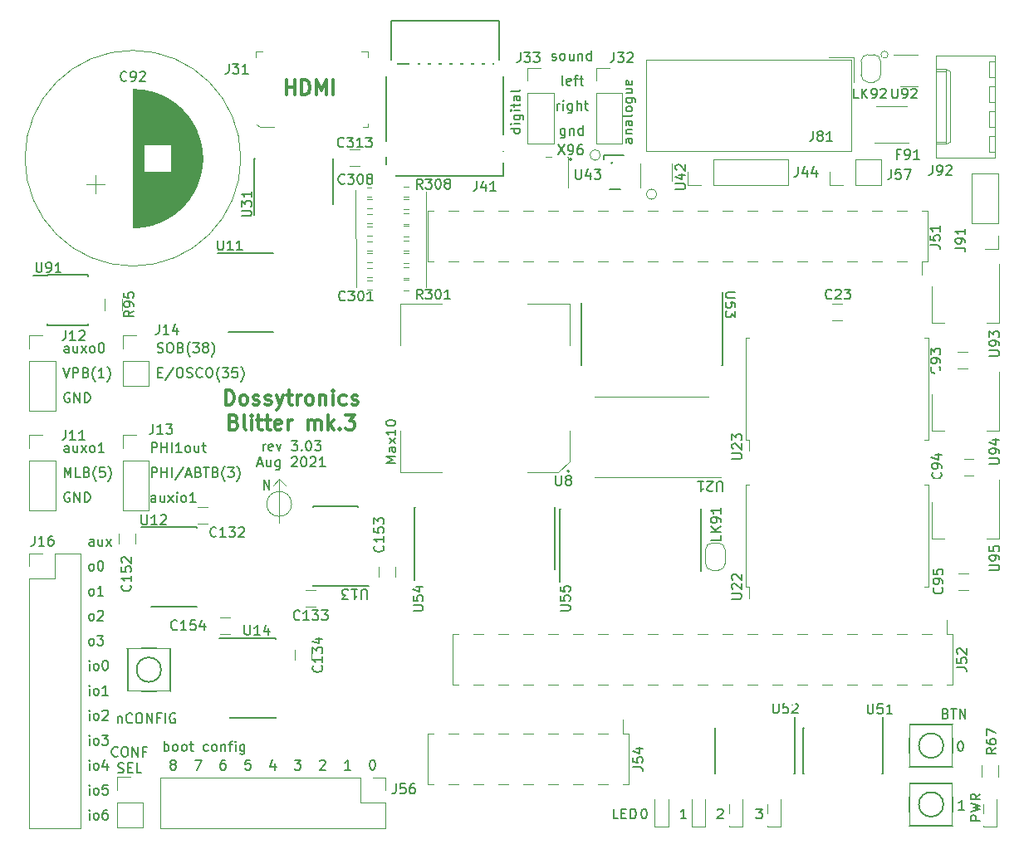
<source format=gto>
%TF.GenerationSoftware,KiCad,Pcbnew,(5.1.10)-1*%
%TF.CreationDate,2021-08-17T18:14:56+01:00*%
%TF.ProjectId,blit-cpu-mk3,626c6974-2d63-4707-952d-6d6b332e6b69,3.03*%
%TF.SameCoordinates,Original*%
%TF.FileFunction,Legend,Top*%
%TF.FilePolarity,Positive*%
%FSLAX46Y46*%
G04 Gerber Fmt 4.6, Leading zero omitted, Abs format (unit mm)*
G04 Created by KiCad (PCBNEW (5.1.10)-1) date 2021-08-17 18:14:56*
%MOMM*%
%LPD*%
G01*
G04 APERTURE LIST*
%ADD10C,0.120000*%
%ADD11C,0.150000*%
%ADD12C,0.300000*%
%ADD13C,0.200000*%
%ADD14C,0.100000*%
%ADD15O,1.802000X1.802000*%
%ADD16C,0.500000*%
%ADD17C,1.102000*%
%ADD18O,1.602000X2.102000*%
%ADD19C,2.502000*%
%ADD20O,1.829200X1.829200*%
%ADD21O,2.702000X2.102000*%
G04 APERTURE END LIST*
D10*
X110103553Y-22500000D02*
G75*
G03*
X110103553Y-22500000I-353553J0D01*
G01*
D11*
X31583333Y-94032142D02*
X31535714Y-94079761D01*
X31392857Y-94127380D01*
X31297619Y-94127380D01*
X31154761Y-94079761D01*
X31059523Y-93984523D01*
X31011904Y-93889285D01*
X30964285Y-93698809D01*
X30964285Y-93555952D01*
X31011904Y-93365476D01*
X31059523Y-93270238D01*
X31154761Y-93175000D01*
X31297619Y-93127380D01*
X31392857Y-93127380D01*
X31535714Y-93175000D01*
X31583333Y-93222619D01*
X32202380Y-93127380D02*
X32392857Y-93127380D01*
X32488095Y-93175000D01*
X32583333Y-93270238D01*
X32630952Y-93460714D01*
X32630952Y-93794047D01*
X32583333Y-93984523D01*
X32488095Y-94079761D01*
X32392857Y-94127380D01*
X32202380Y-94127380D01*
X32107142Y-94079761D01*
X32011904Y-93984523D01*
X31964285Y-93794047D01*
X31964285Y-93460714D01*
X32011904Y-93270238D01*
X32107142Y-93175000D01*
X32202380Y-93127380D01*
X33059523Y-94127380D02*
X33059523Y-93127380D01*
X33630952Y-94127380D01*
X33630952Y-93127380D01*
X34440476Y-93603571D02*
X34107142Y-93603571D01*
X34107142Y-94127380D02*
X34107142Y-93127380D01*
X34583333Y-93127380D01*
X31607142Y-95729761D02*
X31750000Y-95777380D01*
X31988095Y-95777380D01*
X32083333Y-95729761D01*
X32130952Y-95682142D01*
X32178571Y-95586904D01*
X32178571Y-95491666D01*
X32130952Y-95396428D01*
X32083333Y-95348809D01*
X31988095Y-95301190D01*
X31797619Y-95253571D01*
X31702380Y-95205952D01*
X31654761Y-95158333D01*
X31607142Y-95063095D01*
X31607142Y-94967857D01*
X31654761Y-94872619D01*
X31702380Y-94825000D01*
X31797619Y-94777380D01*
X32035714Y-94777380D01*
X32178571Y-94825000D01*
X32607142Y-95253571D02*
X32940476Y-95253571D01*
X33083333Y-95777380D02*
X32607142Y-95777380D01*
X32607142Y-94777380D01*
X33083333Y-94777380D01*
X33988095Y-95777380D02*
X33511904Y-95777380D01*
X33511904Y-94777380D01*
X31571428Y-90035714D02*
X31571428Y-90702380D01*
X31571428Y-90130952D02*
X31619047Y-90083333D01*
X31714285Y-90035714D01*
X31857142Y-90035714D01*
X31952380Y-90083333D01*
X32000000Y-90178571D01*
X32000000Y-90702380D01*
X33047619Y-90607142D02*
X33000000Y-90654761D01*
X32857142Y-90702380D01*
X32761904Y-90702380D01*
X32619047Y-90654761D01*
X32523809Y-90559523D01*
X32476190Y-90464285D01*
X32428571Y-90273809D01*
X32428571Y-90130952D01*
X32476190Y-89940476D01*
X32523809Y-89845238D01*
X32619047Y-89750000D01*
X32761904Y-89702380D01*
X32857142Y-89702380D01*
X33000000Y-89750000D01*
X33047619Y-89797619D01*
X33666666Y-89702380D02*
X33857142Y-89702380D01*
X33952380Y-89750000D01*
X34047619Y-89845238D01*
X34095238Y-90035714D01*
X34095238Y-90369047D01*
X34047619Y-90559523D01*
X33952380Y-90654761D01*
X33857142Y-90702380D01*
X33666666Y-90702380D01*
X33571428Y-90654761D01*
X33476190Y-90559523D01*
X33428571Y-90369047D01*
X33428571Y-90035714D01*
X33476190Y-89845238D01*
X33571428Y-89750000D01*
X33666666Y-89702380D01*
X34523809Y-90702380D02*
X34523809Y-89702380D01*
X35095238Y-90702380D01*
X35095238Y-89702380D01*
X35904761Y-90178571D02*
X35571428Y-90178571D01*
X35571428Y-90702380D02*
X35571428Y-89702380D01*
X36047619Y-89702380D01*
X36428571Y-90702380D02*
X36428571Y-89702380D01*
X37428571Y-89750000D02*
X37333333Y-89702380D01*
X37190476Y-89702380D01*
X37047619Y-89750000D01*
X36952380Y-89845238D01*
X36904761Y-89940476D01*
X36857142Y-90130952D01*
X36857142Y-90273809D01*
X36904761Y-90464285D01*
X36952380Y-90559523D01*
X37047619Y-90654761D01*
X37190476Y-90702380D01*
X37285714Y-90702380D01*
X37428571Y-90654761D01*
X37476190Y-90607142D01*
X37476190Y-90273809D01*
X37285714Y-90273809D01*
D10*
X80780330Y-32750000D02*
G75*
G03*
X80780330Y-32750000I-530330J0D01*
G01*
X86530330Y-36750000D02*
G75*
G03*
X86530330Y-36750000I-530330J0D01*
G01*
D11*
X46479285Y-66892380D02*
X46479285Y-65892380D01*
X47050714Y-66892380D01*
X47050714Y-65892380D01*
D10*
X48035000Y-65805000D02*
X47400000Y-66440000D01*
X48035000Y-65805000D02*
X48670000Y-66440000D01*
X48035000Y-70250000D02*
X48035000Y-65805000D01*
X49305000Y-68345000D02*
G75*
G03*
X49305000Y-68345000I-1270000J0D01*
G01*
D11*
X59917380Y-64137857D02*
X58917380Y-64137857D01*
X59631666Y-63804523D01*
X58917380Y-63471190D01*
X59917380Y-63471190D01*
X59917380Y-62566428D02*
X59393571Y-62566428D01*
X59298333Y-62614047D01*
X59250714Y-62709285D01*
X59250714Y-62899761D01*
X59298333Y-62995000D01*
X59869761Y-62566428D02*
X59917380Y-62661666D01*
X59917380Y-62899761D01*
X59869761Y-62995000D01*
X59774523Y-63042619D01*
X59679285Y-63042619D01*
X59584047Y-62995000D01*
X59536428Y-62899761D01*
X59536428Y-62661666D01*
X59488809Y-62566428D01*
X59917380Y-62185476D02*
X59250714Y-61661666D01*
X59250714Y-62185476D02*
X59917380Y-61661666D01*
X59917380Y-60756904D02*
X59917380Y-61328333D01*
X59917380Y-61042619D02*
X58917380Y-61042619D01*
X59060238Y-61137857D01*
X59155476Y-61233095D01*
X59203095Y-61328333D01*
X58917380Y-60137857D02*
X58917380Y-60042619D01*
X58965000Y-59947380D01*
X59012619Y-59899761D01*
X59107857Y-59852142D01*
X59298333Y-59804523D01*
X59536428Y-59804523D01*
X59726904Y-59852142D01*
X59822142Y-59899761D01*
X59869761Y-59947380D01*
X59917380Y-60042619D01*
X59917380Y-60137857D01*
X59869761Y-60233095D01*
X59822142Y-60280714D01*
X59726904Y-60328333D01*
X59536428Y-60375952D01*
X59298333Y-60375952D01*
X59107857Y-60328333D01*
X59012619Y-60280714D01*
X58965000Y-60233095D01*
X58917380Y-60137857D01*
X57512380Y-94467380D02*
X57607619Y-94467380D01*
X57702857Y-94515000D01*
X57750476Y-94562619D01*
X57798095Y-94657857D01*
X57845714Y-94848333D01*
X57845714Y-95086428D01*
X57798095Y-95276904D01*
X57750476Y-95372142D01*
X57702857Y-95419761D01*
X57607619Y-95467380D01*
X57512380Y-95467380D01*
X57417142Y-95419761D01*
X57369523Y-95372142D01*
X57321904Y-95276904D01*
X57274285Y-95086428D01*
X57274285Y-94848333D01*
X57321904Y-94657857D01*
X57369523Y-94562619D01*
X57417142Y-94515000D01*
X57512380Y-94467380D01*
X55305714Y-95467380D02*
X54734285Y-95467380D01*
X55020000Y-95467380D02*
X55020000Y-94467380D01*
X54924761Y-94610238D01*
X54829523Y-94705476D01*
X54734285Y-94753095D01*
X52194285Y-94562619D02*
X52241904Y-94515000D01*
X52337142Y-94467380D01*
X52575238Y-94467380D01*
X52670476Y-94515000D01*
X52718095Y-94562619D01*
X52765714Y-94657857D01*
X52765714Y-94753095D01*
X52718095Y-94895952D01*
X52146666Y-95467380D01*
X52765714Y-95467380D01*
X49606666Y-94467380D02*
X50225714Y-94467380D01*
X49892380Y-94848333D01*
X50035238Y-94848333D01*
X50130476Y-94895952D01*
X50178095Y-94943571D01*
X50225714Y-95038809D01*
X50225714Y-95276904D01*
X50178095Y-95372142D01*
X50130476Y-95419761D01*
X50035238Y-95467380D01*
X49749523Y-95467380D01*
X49654285Y-95419761D01*
X49606666Y-95372142D01*
X47590476Y-94800714D02*
X47590476Y-95467380D01*
X47352380Y-94419761D02*
X47114285Y-95134047D01*
X47733333Y-95134047D01*
X45098095Y-94467380D02*
X44621904Y-94467380D01*
X44574285Y-94943571D01*
X44621904Y-94895952D01*
X44717142Y-94848333D01*
X44955238Y-94848333D01*
X45050476Y-94895952D01*
X45098095Y-94943571D01*
X45145714Y-95038809D01*
X45145714Y-95276904D01*
X45098095Y-95372142D01*
X45050476Y-95419761D01*
X44955238Y-95467380D01*
X44717142Y-95467380D01*
X44621904Y-95419761D01*
X44574285Y-95372142D01*
X42510476Y-94467380D02*
X42320000Y-94467380D01*
X42224761Y-94515000D01*
X42177142Y-94562619D01*
X42081904Y-94705476D01*
X42034285Y-94895952D01*
X42034285Y-95276904D01*
X42081904Y-95372142D01*
X42129523Y-95419761D01*
X42224761Y-95467380D01*
X42415238Y-95467380D01*
X42510476Y-95419761D01*
X42558095Y-95372142D01*
X42605714Y-95276904D01*
X42605714Y-95038809D01*
X42558095Y-94943571D01*
X42510476Y-94895952D01*
X42415238Y-94848333D01*
X42224761Y-94848333D01*
X42129523Y-94895952D01*
X42081904Y-94943571D01*
X42034285Y-95038809D01*
X39446666Y-94467380D02*
X40113333Y-94467380D01*
X39684761Y-95467380D01*
X37144761Y-94895952D02*
X37049523Y-94848333D01*
X37001904Y-94800714D01*
X36954285Y-94705476D01*
X36954285Y-94657857D01*
X37001904Y-94562619D01*
X37049523Y-94515000D01*
X37144761Y-94467380D01*
X37335238Y-94467380D01*
X37430476Y-94515000D01*
X37478095Y-94562619D01*
X37525714Y-94657857D01*
X37525714Y-94705476D01*
X37478095Y-94800714D01*
X37430476Y-94848333D01*
X37335238Y-94895952D01*
X37144761Y-94895952D01*
X37049523Y-94943571D01*
X37001904Y-94991190D01*
X36954285Y-95086428D01*
X36954285Y-95276904D01*
X37001904Y-95372142D01*
X37049523Y-95419761D01*
X37144761Y-95467380D01*
X37335238Y-95467380D01*
X37430476Y-95419761D01*
X37478095Y-95372142D01*
X37525714Y-95276904D01*
X37525714Y-95086428D01*
X37478095Y-94991190D01*
X37430476Y-94943571D01*
X37335238Y-94895952D01*
X36319761Y-93562380D02*
X36319761Y-92562380D01*
X36319761Y-92943333D02*
X36415000Y-92895714D01*
X36605476Y-92895714D01*
X36700714Y-92943333D01*
X36748333Y-92990952D01*
X36795952Y-93086190D01*
X36795952Y-93371904D01*
X36748333Y-93467142D01*
X36700714Y-93514761D01*
X36605476Y-93562380D01*
X36415000Y-93562380D01*
X36319761Y-93514761D01*
X37367380Y-93562380D02*
X37272142Y-93514761D01*
X37224523Y-93467142D01*
X37176904Y-93371904D01*
X37176904Y-93086190D01*
X37224523Y-92990952D01*
X37272142Y-92943333D01*
X37367380Y-92895714D01*
X37510238Y-92895714D01*
X37605476Y-92943333D01*
X37653095Y-92990952D01*
X37700714Y-93086190D01*
X37700714Y-93371904D01*
X37653095Y-93467142D01*
X37605476Y-93514761D01*
X37510238Y-93562380D01*
X37367380Y-93562380D01*
X38272142Y-93562380D02*
X38176904Y-93514761D01*
X38129285Y-93467142D01*
X38081666Y-93371904D01*
X38081666Y-93086190D01*
X38129285Y-92990952D01*
X38176904Y-92943333D01*
X38272142Y-92895714D01*
X38415000Y-92895714D01*
X38510238Y-92943333D01*
X38557857Y-92990952D01*
X38605476Y-93086190D01*
X38605476Y-93371904D01*
X38557857Y-93467142D01*
X38510238Y-93514761D01*
X38415000Y-93562380D01*
X38272142Y-93562380D01*
X38891190Y-92895714D02*
X39272142Y-92895714D01*
X39034047Y-92562380D02*
X39034047Y-93419523D01*
X39081666Y-93514761D01*
X39176904Y-93562380D01*
X39272142Y-93562380D01*
X40795952Y-93514761D02*
X40700714Y-93562380D01*
X40510238Y-93562380D01*
X40415000Y-93514761D01*
X40367380Y-93467142D01*
X40319761Y-93371904D01*
X40319761Y-93086190D01*
X40367380Y-92990952D01*
X40415000Y-92943333D01*
X40510238Y-92895714D01*
X40700714Y-92895714D01*
X40795952Y-92943333D01*
X41367380Y-93562380D02*
X41272142Y-93514761D01*
X41224523Y-93467142D01*
X41176904Y-93371904D01*
X41176904Y-93086190D01*
X41224523Y-92990952D01*
X41272142Y-92943333D01*
X41367380Y-92895714D01*
X41510238Y-92895714D01*
X41605476Y-92943333D01*
X41653095Y-92990952D01*
X41700714Y-93086190D01*
X41700714Y-93371904D01*
X41653095Y-93467142D01*
X41605476Y-93514761D01*
X41510238Y-93562380D01*
X41367380Y-93562380D01*
X42129285Y-92895714D02*
X42129285Y-93562380D01*
X42129285Y-92990952D02*
X42176904Y-92943333D01*
X42272142Y-92895714D01*
X42415000Y-92895714D01*
X42510238Y-92943333D01*
X42557857Y-93038571D01*
X42557857Y-93562380D01*
X42891190Y-92895714D02*
X43272142Y-92895714D01*
X43034047Y-93562380D02*
X43034047Y-92705238D01*
X43081666Y-92610000D01*
X43176904Y-92562380D01*
X43272142Y-92562380D01*
X43605476Y-93562380D02*
X43605476Y-92895714D01*
X43605476Y-92562380D02*
X43557857Y-92610000D01*
X43605476Y-92657619D01*
X43653095Y-92610000D01*
X43605476Y-92562380D01*
X43605476Y-92657619D01*
X44510238Y-92895714D02*
X44510238Y-93705238D01*
X44462619Y-93800476D01*
X44415000Y-93848095D01*
X44319761Y-93895714D01*
X44176904Y-93895714D01*
X44081666Y-93848095D01*
X44510238Y-93514761D02*
X44415000Y-93562380D01*
X44224523Y-93562380D01*
X44129285Y-93514761D01*
X44081666Y-93467142D01*
X44034047Y-93371904D01*
X44034047Y-93086190D01*
X44081666Y-92990952D01*
X44129285Y-92943333D01*
X44224523Y-92895714D01*
X44415000Y-92895714D01*
X44510238Y-92943333D01*
X46376428Y-62892380D02*
X46376428Y-62225714D01*
X46376428Y-62416190D02*
X46424047Y-62320952D01*
X46471666Y-62273333D01*
X46566904Y-62225714D01*
X46662142Y-62225714D01*
X47376428Y-62844761D02*
X47281190Y-62892380D01*
X47090714Y-62892380D01*
X46995476Y-62844761D01*
X46947857Y-62749523D01*
X46947857Y-62368571D01*
X46995476Y-62273333D01*
X47090714Y-62225714D01*
X47281190Y-62225714D01*
X47376428Y-62273333D01*
X47424047Y-62368571D01*
X47424047Y-62463809D01*
X46947857Y-62559047D01*
X47757380Y-62225714D02*
X47995476Y-62892380D01*
X48233571Y-62225714D01*
X49281190Y-61892380D02*
X49900238Y-61892380D01*
X49566904Y-62273333D01*
X49709761Y-62273333D01*
X49805000Y-62320952D01*
X49852619Y-62368571D01*
X49900238Y-62463809D01*
X49900238Y-62701904D01*
X49852619Y-62797142D01*
X49805000Y-62844761D01*
X49709761Y-62892380D01*
X49424047Y-62892380D01*
X49328809Y-62844761D01*
X49281190Y-62797142D01*
X50328809Y-62797142D02*
X50376428Y-62844761D01*
X50328809Y-62892380D01*
X50281190Y-62844761D01*
X50328809Y-62797142D01*
X50328809Y-62892380D01*
X50995476Y-61892380D02*
X51090714Y-61892380D01*
X51185952Y-61940000D01*
X51233571Y-61987619D01*
X51281190Y-62082857D01*
X51328809Y-62273333D01*
X51328809Y-62511428D01*
X51281190Y-62701904D01*
X51233571Y-62797142D01*
X51185952Y-62844761D01*
X51090714Y-62892380D01*
X50995476Y-62892380D01*
X50900238Y-62844761D01*
X50852619Y-62797142D01*
X50805000Y-62701904D01*
X50757380Y-62511428D01*
X50757380Y-62273333D01*
X50805000Y-62082857D01*
X50852619Y-61987619D01*
X50900238Y-61940000D01*
X50995476Y-61892380D01*
X51662142Y-61892380D02*
X52281190Y-61892380D01*
X51947857Y-62273333D01*
X52090714Y-62273333D01*
X52185952Y-62320952D01*
X52233571Y-62368571D01*
X52281190Y-62463809D01*
X52281190Y-62701904D01*
X52233571Y-62797142D01*
X52185952Y-62844761D01*
X52090714Y-62892380D01*
X51805000Y-62892380D01*
X51709761Y-62844761D01*
X51662142Y-62797142D01*
X45876428Y-64256666D02*
X46352619Y-64256666D01*
X45781190Y-64542380D02*
X46114523Y-63542380D01*
X46447857Y-64542380D01*
X47209761Y-63875714D02*
X47209761Y-64542380D01*
X46781190Y-63875714D02*
X46781190Y-64399523D01*
X46828809Y-64494761D01*
X46924047Y-64542380D01*
X47066904Y-64542380D01*
X47162142Y-64494761D01*
X47209761Y-64447142D01*
X48114523Y-63875714D02*
X48114523Y-64685238D01*
X48066904Y-64780476D01*
X48019285Y-64828095D01*
X47924047Y-64875714D01*
X47781190Y-64875714D01*
X47685952Y-64828095D01*
X48114523Y-64494761D02*
X48019285Y-64542380D01*
X47828809Y-64542380D01*
X47733571Y-64494761D01*
X47685952Y-64447142D01*
X47638333Y-64351904D01*
X47638333Y-64066190D01*
X47685952Y-63970952D01*
X47733571Y-63923333D01*
X47828809Y-63875714D01*
X48019285Y-63875714D01*
X48114523Y-63923333D01*
X49305000Y-63637619D02*
X49352619Y-63590000D01*
X49447857Y-63542380D01*
X49685952Y-63542380D01*
X49781190Y-63590000D01*
X49828809Y-63637619D01*
X49876428Y-63732857D01*
X49876428Y-63828095D01*
X49828809Y-63970952D01*
X49257380Y-64542380D01*
X49876428Y-64542380D01*
X50495476Y-63542380D02*
X50590714Y-63542380D01*
X50685952Y-63590000D01*
X50733571Y-63637619D01*
X50781190Y-63732857D01*
X50828809Y-63923333D01*
X50828809Y-64161428D01*
X50781190Y-64351904D01*
X50733571Y-64447142D01*
X50685952Y-64494761D01*
X50590714Y-64542380D01*
X50495476Y-64542380D01*
X50400238Y-64494761D01*
X50352619Y-64447142D01*
X50305000Y-64351904D01*
X50257380Y-64161428D01*
X50257380Y-63923333D01*
X50305000Y-63732857D01*
X50352619Y-63637619D01*
X50400238Y-63590000D01*
X50495476Y-63542380D01*
X51209761Y-63637619D02*
X51257380Y-63590000D01*
X51352619Y-63542380D01*
X51590714Y-63542380D01*
X51685952Y-63590000D01*
X51733571Y-63637619D01*
X51781190Y-63732857D01*
X51781190Y-63828095D01*
X51733571Y-63970952D01*
X51162142Y-64542380D01*
X51781190Y-64542380D01*
X52733571Y-64542380D02*
X52162142Y-64542380D01*
X52447857Y-64542380D02*
X52447857Y-63542380D01*
X52352619Y-63685238D01*
X52257380Y-63780476D01*
X52162142Y-63828095D01*
D12*
X42590714Y-58228571D02*
X42590714Y-56728571D01*
X42947857Y-56728571D01*
X43162142Y-56800000D01*
X43305000Y-56942857D01*
X43376428Y-57085714D01*
X43447857Y-57371428D01*
X43447857Y-57585714D01*
X43376428Y-57871428D01*
X43305000Y-58014285D01*
X43162142Y-58157142D01*
X42947857Y-58228571D01*
X42590714Y-58228571D01*
X44305000Y-58228571D02*
X44162142Y-58157142D01*
X44090714Y-58085714D01*
X44019285Y-57942857D01*
X44019285Y-57514285D01*
X44090714Y-57371428D01*
X44162142Y-57300000D01*
X44305000Y-57228571D01*
X44519285Y-57228571D01*
X44662142Y-57300000D01*
X44733571Y-57371428D01*
X44805000Y-57514285D01*
X44805000Y-57942857D01*
X44733571Y-58085714D01*
X44662142Y-58157142D01*
X44519285Y-58228571D01*
X44305000Y-58228571D01*
X45376428Y-58157142D02*
X45519285Y-58228571D01*
X45805000Y-58228571D01*
X45947857Y-58157142D01*
X46019285Y-58014285D01*
X46019285Y-57942857D01*
X45947857Y-57800000D01*
X45805000Y-57728571D01*
X45590714Y-57728571D01*
X45447857Y-57657142D01*
X45376428Y-57514285D01*
X45376428Y-57442857D01*
X45447857Y-57300000D01*
X45590714Y-57228571D01*
X45805000Y-57228571D01*
X45947857Y-57300000D01*
X46590714Y-58157142D02*
X46733571Y-58228571D01*
X47019285Y-58228571D01*
X47162142Y-58157142D01*
X47233571Y-58014285D01*
X47233571Y-57942857D01*
X47162142Y-57800000D01*
X47019285Y-57728571D01*
X46805000Y-57728571D01*
X46662142Y-57657142D01*
X46590714Y-57514285D01*
X46590714Y-57442857D01*
X46662142Y-57300000D01*
X46805000Y-57228571D01*
X47019285Y-57228571D01*
X47162142Y-57300000D01*
X47733571Y-57228571D02*
X48090714Y-58228571D01*
X48447857Y-57228571D02*
X48090714Y-58228571D01*
X47947857Y-58585714D01*
X47876428Y-58657142D01*
X47733571Y-58728571D01*
X48805000Y-57228571D02*
X49376428Y-57228571D01*
X49019285Y-56728571D02*
X49019285Y-58014285D01*
X49090714Y-58157142D01*
X49233571Y-58228571D01*
X49376428Y-58228571D01*
X49876428Y-58228571D02*
X49876428Y-57228571D01*
X49876428Y-57514285D02*
X49947857Y-57371428D01*
X50019285Y-57300000D01*
X50162142Y-57228571D01*
X50305000Y-57228571D01*
X51019285Y-58228571D02*
X50876428Y-58157142D01*
X50805000Y-58085714D01*
X50733571Y-57942857D01*
X50733571Y-57514285D01*
X50805000Y-57371428D01*
X50876428Y-57300000D01*
X51019285Y-57228571D01*
X51233571Y-57228571D01*
X51376428Y-57300000D01*
X51447857Y-57371428D01*
X51519285Y-57514285D01*
X51519285Y-57942857D01*
X51447857Y-58085714D01*
X51376428Y-58157142D01*
X51233571Y-58228571D01*
X51019285Y-58228571D01*
X52162142Y-57228571D02*
X52162142Y-58228571D01*
X52162142Y-57371428D02*
X52233571Y-57300000D01*
X52376428Y-57228571D01*
X52590714Y-57228571D01*
X52733571Y-57300000D01*
X52805000Y-57442857D01*
X52805000Y-58228571D01*
X53519285Y-58228571D02*
X53519285Y-57228571D01*
X53519285Y-56728571D02*
X53447857Y-56800000D01*
X53519285Y-56871428D01*
X53590714Y-56800000D01*
X53519285Y-56728571D01*
X53519285Y-56871428D01*
X54876428Y-58157142D02*
X54733571Y-58228571D01*
X54447857Y-58228571D01*
X54305000Y-58157142D01*
X54233571Y-58085714D01*
X54162142Y-57942857D01*
X54162142Y-57514285D01*
X54233571Y-57371428D01*
X54305000Y-57300000D01*
X54447857Y-57228571D01*
X54733571Y-57228571D01*
X54876428Y-57300000D01*
X55447857Y-58157142D02*
X55590714Y-58228571D01*
X55876428Y-58228571D01*
X56019285Y-58157142D01*
X56090714Y-58014285D01*
X56090714Y-57942857D01*
X56019285Y-57800000D01*
X55876428Y-57728571D01*
X55662142Y-57728571D01*
X55519285Y-57657142D01*
X55447857Y-57514285D01*
X55447857Y-57442857D01*
X55519285Y-57300000D01*
X55662142Y-57228571D01*
X55876428Y-57228571D01*
X56019285Y-57300000D01*
X43447857Y-59982857D02*
X43662142Y-60054285D01*
X43733571Y-60125714D01*
X43805000Y-60268571D01*
X43805000Y-60482857D01*
X43733571Y-60625714D01*
X43662142Y-60697142D01*
X43519285Y-60768571D01*
X42947857Y-60768571D01*
X42947857Y-59268571D01*
X43447857Y-59268571D01*
X43590714Y-59340000D01*
X43662142Y-59411428D01*
X43733571Y-59554285D01*
X43733571Y-59697142D01*
X43662142Y-59840000D01*
X43590714Y-59911428D01*
X43447857Y-59982857D01*
X42947857Y-59982857D01*
X44662142Y-60768571D02*
X44519285Y-60697142D01*
X44447857Y-60554285D01*
X44447857Y-59268571D01*
X45233571Y-60768571D02*
X45233571Y-59768571D01*
X45233571Y-59268571D02*
X45162142Y-59340000D01*
X45233571Y-59411428D01*
X45305000Y-59340000D01*
X45233571Y-59268571D01*
X45233571Y-59411428D01*
X45733571Y-59768571D02*
X46305000Y-59768571D01*
X45947857Y-59268571D02*
X45947857Y-60554285D01*
X46019285Y-60697142D01*
X46162142Y-60768571D01*
X46305000Y-60768571D01*
X46590714Y-59768571D02*
X47162142Y-59768571D01*
X46805000Y-59268571D02*
X46805000Y-60554285D01*
X46876428Y-60697142D01*
X47019285Y-60768571D01*
X47162142Y-60768571D01*
X48233571Y-60697142D02*
X48090714Y-60768571D01*
X47805000Y-60768571D01*
X47662142Y-60697142D01*
X47590714Y-60554285D01*
X47590714Y-59982857D01*
X47662142Y-59840000D01*
X47805000Y-59768571D01*
X48090714Y-59768571D01*
X48233571Y-59840000D01*
X48305000Y-59982857D01*
X48305000Y-60125714D01*
X47590714Y-60268571D01*
X48947857Y-60768571D02*
X48947857Y-59768571D01*
X48947857Y-60054285D02*
X49019285Y-59911428D01*
X49090714Y-59840000D01*
X49233571Y-59768571D01*
X49376428Y-59768571D01*
X51019285Y-60768571D02*
X51019285Y-59768571D01*
X51019285Y-59911428D02*
X51090714Y-59840000D01*
X51233571Y-59768571D01*
X51447857Y-59768571D01*
X51590714Y-59840000D01*
X51662142Y-59982857D01*
X51662142Y-60768571D01*
X51662142Y-59982857D02*
X51733571Y-59840000D01*
X51876428Y-59768571D01*
X52090714Y-59768571D01*
X52233571Y-59840000D01*
X52305000Y-59982857D01*
X52305000Y-60768571D01*
X53019285Y-60768571D02*
X53019285Y-59268571D01*
X53162142Y-60197142D02*
X53590714Y-60768571D01*
X53590714Y-59768571D02*
X53019285Y-60340000D01*
X54233571Y-60625714D02*
X54305000Y-60697142D01*
X54233571Y-60768571D01*
X54162142Y-60697142D01*
X54233571Y-60625714D01*
X54233571Y-60768571D01*
X54805000Y-59268571D02*
X55733571Y-59268571D01*
X55233571Y-59840000D01*
X55447857Y-59840000D01*
X55590714Y-59911428D01*
X55662142Y-59982857D01*
X55733571Y-60125714D01*
X55733571Y-60482857D01*
X55662142Y-60625714D01*
X55590714Y-60697142D01*
X55447857Y-60768571D01*
X55019285Y-60768571D01*
X54876428Y-60697142D01*
X54805000Y-60625714D01*
D11*
X77189523Y-30030714D02*
X77189523Y-30840238D01*
X77141904Y-30935476D01*
X77094285Y-30983095D01*
X76999047Y-31030714D01*
X76856190Y-31030714D01*
X76760952Y-30983095D01*
X77189523Y-30649761D02*
X77094285Y-30697380D01*
X76903809Y-30697380D01*
X76808571Y-30649761D01*
X76760952Y-30602142D01*
X76713333Y-30506904D01*
X76713333Y-30221190D01*
X76760952Y-30125952D01*
X76808571Y-30078333D01*
X76903809Y-30030714D01*
X77094285Y-30030714D01*
X77189523Y-30078333D01*
X77665714Y-30030714D02*
X77665714Y-30697380D01*
X77665714Y-30125952D02*
X77713333Y-30078333D01*
X77808571Y-30030714D01*
X77951428Y-30030714D01*
X78046666Y-30078333D01*
X78094285Y-30173571D01*
X78094285Y-30697380D01*
X78999047Y-30697380D02*
X78999047Y-29697380D01*
X78999047Y-30649761D02*
X78903809Y-30697380D01*
X78713333Y-30697380D01*
X78618095Y-30649761D01*
X78570476Y-30602142D01*
X78522857Y-30506904D01*
X78522857Y-30221190D01*
X78570476Y-30125952D01*
X78618095Y-30078333D01*
X78713333Y-30030714D01*
X78903809Y-30030714D01*
X78999047Y-30078333D01*
X76380000Y-28157380D02*
X76380000Y-27490714D01*
X76380000Y-27681190D02*
X76427619Y-27585952D01*
X76475238Y-27538333D01*
X76570476Y-27490714D01*
X76665714Y-27490714D01*
X76999047Y-28157380D02*
X76999047Y-27490714D01*
X76999047Y-27157380D02*
X76951428Y-27205000D01*
X76999047Y-27252619D01*
X77046666Y-27205000D01*
X76999047Y-27157380D01*
X76999047Y-27252619D01*
X77903809Y-27490714D02*
X77903809Y-28300238D01*
X77856190Y-28395476D01*
X77808571Y-28443095D01*
X77713333Y-28490714D01*
X77570476Y-28490714D01*
X77475238Y-28443095D01*
X77903809Y-28109761D02*
X77808571Y-28157380D01*
X77618095Y-28157380D01*
X77522857Y-28109761D01*
X77475238Y-28062142D01*
X77427619Y-27966904D01*
X77427619Y-27681190D01*
X77475238Y-27585952D01*
X77522857Y-27538333D01*
X77618095Y-27490714D01*
X77808571Y-27490714D01*
X77903809Y-27538333D01*
X78380000Y-28157380D02*
X78380000Y-27157380D01*
X78808571Y-28157380D02*
X78808571Y-27633571D01*
X78760952Y-27538333D01*
X78665714Y-27490714D01*
X78522857Y-27490714D01*
X78427619Y-27538333D01*
X78380000Y-27585952D01*
X79141904Y-27490714D02*
X79522857Y-27490714D01*
X79284761Y-27157380D02*
X79284761Y-28014523D01*
X79332380Y-28109761D01*
X79427619Y-28157380D01*
X79522857Y-28157380D01*
X76999047Y-25617380D02*
X76903809Y-25569761D01*
X76856190Y-25474523D01*
X76856190Y-24617380D01*
X77760952Y-25569761D02*
X77665714Y-25617380D01*
X77475238Y-25617380D01*
X77380000Y-25569761D01*
X77332380Y-25474523D01*
X77332380Y-25093571D01*
X77380000Y-24998333D01*
X77475238Y-24950714D01*
X77665714Y-24950714D01*
X77760952Y-24998333D01*
X77808571Y-25093571D01*
X77808571Y-25188809D01*
X77332380Y-25284047D01*
X78094285Y-24950714D02*
X78475238Y-24950714D01*
X78237142Y-25617380D02*
X78237142Y-24760238D01*
X78284761Y-24665000D01*
X78380000Y-24617380D01*
X78475238Y-24617380D01*
X78665714Y-24950714D02*
X79046666Y-24950714D01*
X78808571Y-24617380D02*
X78808571Y-25474523D01*
X78856190Y-25569761D01*
X78951428Y-25617380D01*
X79046666Y-25617380D01*
X84047380Y-31078095D02*
X83523571Y-31078095D01*
X83428333Y-31125714D01*
X83380714Y-31220952D01*
X83380714Y-31411428D01*
X83428333Y-31506666D01*
X83999761Y-31078095D02*
X84047380Y-31173333D01*
X84047380Y-31411428D01*
X83999761Y-31506666D01*
X83904523Y-31554285D01*
X83809285Y-31554285D01*
X83714047Y-31506666D01*
X83666428Y-31411428D01*
X83666428Y-31173333D01*
X83618809Y-31078095D01*
X83380714Y-30601904D02*
X84047380Y-30601904D01*
X83475952Y-30601904D02*
X83428333Y-30554285D01*
X83380714Y-30459047D01*
X83380714Y-30316190D01*
X83428333Y-30220952D01*
X83523571Y-30173333D01*
X84047380Y-30173333D01*
X84047380Y-29268571D02*
X83523571Y-29268571D01*
X83428333Y-29316190D01*
X83380714Y-29411428D01*
X83380714Y-29601904D01*
X83428333Y-29697142D01*
X83999761Y-29268571D02*
X84047380Y-29363809D01*
X84047380Y-29601904D01*
X83999761Y-29697142D01*
X83904523Y-29744761D01*
X83809285Y-29744761D01*
X83714047Y-29697142D01*
X83666428Y-29601904D01*
X83666428Y-29363809D01*
X83618809Y-29268571D01*
X84047380Y-28649523D02*
X83999761Y-28744761D01*
X83904523Y-28792380D01*
X83047380Y-28792380D01*
X84047380Y-28125714D02*
X83999761Y-28220952D01*
X83952142Y-28268571D01*
X83856904Y-28316190D01*
X83571190Y-28316190D01*
X83475952Y-28268571D01*
X83428333Y-28220952D01*
X83380714Y-28125714D01*
X83380714Y-27982857D01*
X83428333Y-27887619D01*
X83475952Y-27840000D01*
X83571190Y-27792380D01*
X83856904Y-27792380D01*
X83952142Y-27840000D01*
X83999761Y-27887619D01*
X84047380Y-27982857D01*
X84047380Y-28125714D01*
X83380714Y-26935238D02*
X84190238Y-26935238D01*
X84285476Y-26982857D01*
X84333095Y-27030476D01*
X84380714Y-27125714D01*
X84380714Y-27268571D01*
X84333095Y-27363809D01*
X83999761Y-26935238D02*
X84047380Y-27030476D01*
X84047380Y-27220952D01*
X83999761Y-27316190D01*
X83952142Y-27363809D01*
X83856904Y-27411428D01*
X83571190Y-27411428D01*
X83475952Y-27363809D01*
X83428333Y-27316190D01*
X83380714Y-27220952D01*
X83380714Y-27030476D01*
X83428333Y-26935238D01*
X83380714Y-26030476D02*
X84047380Y-26030476D01*
X83380714Y-26459047D02*
X83904523Y-26459047D01*
X83999761Y-26411428D01*
X84047380Y-26316190D01*
X84047380Y-26173333D01*
X83999761Y-26078095D01*
X83952142Y-26030476D01*
X83999761Y-25173333D02*
X84047380Y-25268571D01*
X84047380Y-25459047D01*
X83999761Y-25554285D01*
X83904523Y-25601904D01*
X83523571Y-25601904D01*
X83428333Y-25554285D01*
X83380714Y-25459047D01*
X83380714Y-25268571D01*
X83428333Y-25173333D01*
X83523571Y-25125714D01*
X83618809Y-25125714D01*
X83714047Y-25601904D01*
X72617380Y-30054285D02*
X71617380Y-30054285D01*
X72569761Y-30054285D02*
X72617380Y-30149523D01*
X72617380Y-30340000D01*
X72569761Y-30435238D01*
X72522142Y-30482857D01*
X72426904Y-30530476D01*
X72141190Y-30530476D01*
X72045952Y-30482857D01*
X71998333Y-30435238D01*
X71950714Y-30340000D01*
X71950714Y-30149523D01*
X71998333Y-30054285D01*
X72617380Y-29578095D02*
X71950714Y-29578095D01*
X71617380Y-29578095D02*
X71665000Y-29625714D01*
X71712619Y-29578095D01*
X71665000Y-29530476D01*
X71617380Y-29578095D01*
X71712619Y-29578095D01*
X71950714Y-28673333D02*
X72760238Y-28673333D01*
X72855476Y-28720952D01*
X72903095Y-28768571D01*
X72950714Y-28863809D01*
X72950714Y-29006666D01*
X72903095Y-29101904D01*
X72569761Y-28673333D02*
X72617380Y-28768571D01*
X72617380Y-28959047D01*
X72569761Y-29054285D01*
X72522142Y-29101904D01*
X72426904Y-29149523D01*
X72141190Y-29149523D01*
X72045952Y-29101904D01*
X71998333Y-29054285D01*
X71950714Y-28959047D01*
X71950714Y-28768571D01*
X71998333Y-28673333D01*
X72617380Y-28197142D02*
X71950714Y-28197142D01*
X71617380Y-28197142D02*
X71665000Y-28244761D01*
X71712619Y-28197142D01*
X71665000Y-28149523D01*
X71617380Y-28197142D01*
X71712619Y-28197142D01*
X71950714Y-27863809D02*
X71950714Y-27482857D01*
X71617380Y-27720952D02*
X72474523Y-27720952D01*
X72569761Y-27673333D01*
X72617380Y-27578095D01*
X72617380Y-27482857D01*
X72617380Y-26720952D02*
X72093571Y-26720952D01*
X71998333Y-26768571D01*
X71950714Y-26863809D01*
X71950714Y-27054285D01*
X71998333Y-27149523D01*
X72569761Y-26720952D02*
X72617380Y-26816190D01*
X72617380Y-27054285D01*
X72569761Y-27149523D01*
X72474523Y-27197142D01*
X72379285Y-27197142D01*
X72284047Y-27149523D01*
X72236428Y-27054285D01*
X72236428Y-26816190D01*
X72188809Y-26720952D01*
X72617380Y-26101904D02*
X72569761Y-26197142D01*
X72474523Y-26244761D01*
X71617380Y-26244761D01*
X75856190Y-23029761D02*
X75951428Y-23077380D01*
X76141904Y-23077380D01*
X76237142Y-23029761D01*
X76284761Y-22934523D01*
X76284761Y-22886904D01*
X76237142Y-22791666D01*
X76141904Y-22744047D01*
X75999047Y-22744047D01*
X75903809Y-22696428D01*
X75856190Y-22601190D01*
X75856190Y-22553571D01*
X75903809Y-22458333D01*
X75999047Y-22410714D01*
X76141904Y-22410714D01*
X76237142Y-22458333D01*
X76856190Y-23077380D02*
X76760952Y-23029761D01*
X76713333Y-22982142D01*
X76665714Y-22886904D01*
X76665714Y-22601190D01*
X76713333Y-22505952D01*
X76760952Y-22458333D01*
X76856190Y-22410714D01*
X76999047Y-22410714D01*
X77094285Y-22458333D01*
X77141904Y-22505952D01*
X77189523Y-22601190D01*
X77189523Y-22886904D01*
X77141904Y-22982142D01*
X77094285Y-23029761D01*
X76999047Y-23077380D01*
X76856190Y-23077380D01*
X78046666Y-22410714D02*
X78046666Y-23077380D01*
X77618095Y-22410714D02*
X77618095Y-22934523D01*
X77665714Y-23029761D01*
X77760952Y-23077380D01*
X77903809Y-23077380D01*
X77999047Y-23029761D01*
X78046666Y-22982142D01*
X78522857Y-22410714D02*
X78522857Y-23077380D01*
X78522857Y-22505952D02*
X78570476Y-22458333D01*
X78665714Y-22410714D01*
X78808571Y-22410714D01*
X78903809Y-22458333D01*
X78951428Y-22553571D01*
X78951428Y-23077380D01*
X79856190Y-23077380D02*
X79856190Y-22077380D01*
X79856190Y-23029761D02*
X79760952Y-23077380D01*
X79570476Y-23077380D01*
X79475238Y-23029761D01*
X79427619Y-22982142D01*
X79380000Y-22886904D01*
X79380000Y-22601190D01*
X79427619Y-22505952D01*
X79475238Y-22458333D01*
X79570476Y-22410714D01*
X79760952Y-22410714D01*
X79856190Y-22458333D01*
X28685595Y-100547380D02*
X28685595Y-99880714D01*
X28685595Y-99547380D02*
X28637976Y-99595000D01*
X28685595Y-99642619D01*
X28733214Y-99595000D01*
X28685595Y-99547380D01*
X28685595Y-99642619D01*
X29304642Y-100547380D02*
X29209404Y-100499761D01*
X29161785Y-100452142D01*
X29114166Y-100356904D01*
X29114166Y-100071190D01*
X29161785Y-99975952D01*
X29209404Y-99928333D01*
X29304642Y-99880714D01*
X29447500Y-99880714D01*
X29542738Y-99928333D01*
X29590357Y-99975952D01*
X29637976Y-100071190D01*
X29637976Y-100356904D01*
X29590357Y-100452142D01*
X29542738Y-100499761D01*
X29447500Y-100547380D01*
X29304642Y-100547380D01*
X30495119Y-99547380D02*
X30304642Y-99547380D01*
X30209404Y-99595000D01*
X30161785Y-99642619D01*
X30066547Y-99785476D01*
X30018928Y-99975952D01*
X30018928Y-100356904D01*
X30066547Y-100452142D01*
X30114166Y-100499761D01*
X30209404Y-100547380D01*
X30399880Y-100547380D01*
X30495119Y-100499761D01*
X30542738Y-100452142D01*
X30590357Y-100356904D01*
X30590357Y-100118809D01*
X30542738Y-100023571D01*
X30495119Y-99975952D01*
X30399880Y-99928333D01*
X30209404Y-99928333D01*
X30114166Y-99975952D01*
X30066547Y-100023571D01*
X30018928Y-100118809D01*
X28685595Y-98007380D02*
X28685595Y-97340714D01*
X28685595Y-97007380D02*
X28637976Y-97055000D01*
X28685595Y-97102619D01*
X28733214Y-97055000D01*
X28685595Y-97007380D01*
X28685595Y-97102619D01*
X29304642Y-98007380D02*
X29209404Y-97959761D01*
X29161785Y-97912142D01*
X29114166Y-97816904D01*
X29114166Y-97531190D01*
X29161785Y-97435952D01*
X29209404Y-97388333D01*
X29304642Y-97340714D01*
X29447500Y-97340714D01*
X29542738Y-97388333D01*
X29590357Y-97435952D01*
X29637976Y-97531190D01*
X29637976Y-97816904D01*
X29590357Y-97912142D01*
X29542738Y-97959761D01*
X29447500Y-98007380D01*
X29304642Y-98007380D01*
X30542738Y-97007380D02*
X30066547Y-97007380D01*
X30018928Y-97483571D01*
X30066547Y-97435952D01*
X30161785Y-97388333D01*
X30399880Y-97388333D01*
X30495119Y-97435952D01*
X30542738Y-97483571D01*
X30590357Y-97578809D01*
X30590357Y-97816904D01*
X30542738Y-97912142D01*
X30495119Y-97959761D01*
X30399880Y-98007380D01*
X30161785Y-98007380D01*
X30066547Y-97959761D01*
X30018928Y-97912142D01*
X28685595Y-95467380D02*
X28685595Y-94800714D01*
X28685595Y-94467380D02*
X28637976Y-94515000D01*
X28685595Y-94562619D01*
X28733214Y-94515000D01*
X28685595Y-94467380D01*
X28685595Y-94562619D01*
X29304642Y-95467380D02*
X29209404Y-95419761D01*
X29161785Y-95372142D01*
X29114166Y-95276904D01*
X29114166Y-94991190D01*
X29161785Y-94895952D01*
X29209404Y-94848333D01*
X29304642Y-94800714D01*
X29447500Y-94800714D01*
X29542738Y-94848333D01*
X29590357Y-94895952D01*
X29637976Y-94991190D01*
X29637976Y-95276904D01*
X29590357Y-95372142D01*
X29542738Y-95419761D01*
X29447500Y-95467380D01*
X29304642Y-95467380D01*
X30495119Y-94800714D02*
X30495119Y-95467380D01*
X30257023Y-94419761D02*
X30018928Y-95134047D01*
X30637976Y-95134047D01*
X28685595Y-92927380D02*
X28685595Y-92260714D01*
X28685595Y-91927380D02*
X28637976Y-91975000D01*
X28685595Y-92022619D01*
X28733214Y-91975000D01*
X28685595Y-91927380D01*
X28685595Y-92022619D01*
X29304642Y-92927380D02*
X29209404Y-92879761D01*
X29161785Y-92832142D01*
X29114166Y-92736904D01*
X29114166Y-92451190D01*
X29161785Y-92355952D01*
X29209404Y-92308333D01*
X29304642Y-92260714D01*
X29447500Y-92260714D01*
X29542738Y-92308333D01*
X29590357Y-92355952D01*
X29637976Y-92451190D01*
X29637976Y-92736904D01*
X29590357Y-92832142D01*
X29542738Y-92879761D01*
X29447500Y-92927380D01*
X29304642Y-92927380D01*
X29971309Y-91927380D02*
X30590357Y-91927380D01*
X30257023Y-92308333D01*
X30399880Y-92308333D01*
X30495119Y-92355952D01*
X30542738Y-92403571D01*
X30590357Y-92498809D01*
X30590357Y-92736904D01*
X30542738Y-92832142D01*
X30495119Y-92879761D01*
X30399880Y-92927380D01*
X30114166Y-92927380D01*
X30018928Y-92879761D01*
X29971309Y-92832142D01*
X28685595Y-90387380D02*
X28685595Y-89720714D01*
X28685595Y-89387380D02*
X28637976Y-89435000D01*
X28685595Y-89482619D01*
X28733214Y-89435000D01*
X28685595Y-89387380D01*
X28685595Y-89482619D01*
X29304642Y-90387380D02*
X29209404Y-90339761D01*
X29161785Y-90292142D01*
X29114166Y-90196904D01*
X29114166Y-89911190D01*
X29161785Y-89815952D01*
X29209404Y-89768333D01*
X29304642Y-89720714D01*
X29447500Y-89720714D01*
X29542738Y-89768333D01*
X29590357Y-89815952D01*
X29637976Y-89911190D01*
X29637976Y-90196904D01*
X29590357Y-90292142D01*
X29542738Y-90339761D01*
X29447500Y-90387380D01*
X29304642Y-90387380D01*
X30018928Y-89482619D02*
X30066547Y-89435000D01*
X30161785Y-89387380D01*
X30399880Y-89387380D01*
X30495119Y-89435000D01*
X30542738Y-89482619D01*
X30590357Y-89577857D01*
X30590357Y-89673095D01*
X30542738Y-89815952D01*
X29971309Y-90387380D01*
X30590357Y-90387380D01*
X28685595Y-87847380D02*
X28685595Y-87180714D01*
X28685595Y-86847380D02*
X28637976Y-86895000D01*
X28685595Y-86942619D01*
X28733214Y-86895000D01*
X28685595Y-86847380D01*
X28685595Y-86942619D01*
X29304642Y-87847380D02*
X29209404Y-87799761D01*
X29161785Y-87752142D01*
X29114166Y-87656904D01*
X29114166Y-87371190D01*
X29161785Y-87275952D01*
X29209404Y-87228333D01*
X29304642Y-87180714D01*
X29447500Y-87180714D01*
X29542738Y-87228333D01*
X29590357Y-87275952D01*
X29637976Y-87371190D01*
X29637976Y-87656904D01*
X29590357Y-87752142D01*
X29542738Y-87799761D01*
X29447500Y-87847380D01*
X29304642Y-87847380D01*
X30590357Y-87847380D02*
X30018928Y-87847380D01*
X30304642Y-87847380D02*
X30304642Y-86847380D01*
X30209404Y-86990238D01*
X30114166Y-87085476D01*
X30018928Y-87133095D01*
X28685595Y-85307380D02*
X28685595Y-84640714D01*
X28685595Y-84307380D02*
X28637976Y-84355000D01*
X28685595Y-84402619D01*
X28733214Y-84355000D01*
X28685595Y-84307380D01*
X28685595Y-84402619D01*
X29304642Y-85307380D02*
X29209404Y-85259761D01*
X29161785Y-85212142D01*
X29114166Y-85116904D01*
X29114166Y-84831190D01*
X29161785Y-84735952D01*
X29209404Y-84688333D01*
X29304642Y-84640714D01*
X29447500Y-84640714D01*
X29542738Y-84688333D01*
X29590357Y-84735952D01*
X29637976Y-84831190D01*
X29637976Y-85116904D01*
X29590357Y-85212142D01*
X29542738Y-85259761D01*
X29447500Y-85307380D01*
X29304642Y-85307380D01*
X30257023Y-84307380D02*
X30352261Y-84307380D01*
X30447500Y-84355000D01*
X30495119Y-84402619D01*
X30542738Y-84497857D01*
X30590357Y-84688333D01*
X30590357Y-84926428D01*
X30542738Y-85116904D01*
X30495119Y-85212142D01*
X30447500Y-85259761D01*
X30352261Y-85307380D01*
X30257023Y-85307380D01*
X30161785Y-85259761D01*
X30114166Y-85212142D01*
X30066547Y-85116904D01*
X30018928Y-84926428D01*
X30018928Y-84688333D01*
X30066547Y-84497857D01*
X30114166Y-84402619D01*
X30161785Y-84355000D01*
X30257023Y-84307380D01*
X28828452Y-82767380D02*
X28733214Y-82719761D01*
X28685595Y-82672142D01*
X28637976Y-82576904D01*
X28637976Y-82291190D01*
X28685595Y-82195952D01*
X28733214Y-82148333D01*
X28828452Y-82100714D01*
X28971309Y-82100714D01*
X29066547Y-82148333D01*
X29114166Y-82195952D01*
X29161785Y-82291190D01*
X29161785Y-82576904D01*
X29114166Y-82672142D01*
X29066547Y-82719761D01*
X28971309Y-82767380D01*
X28828452Y-82767380D01*
X29495119Y-81767380D02*
X30114166Y-81767380D01*
X29780833Y-82148333D01*
X29923690Y-82148333D01*
X30018928Y-82195952D01*
X30066547Y-82243571D01*
X30114166Y-82338809D01*
X30114166Y-82576904D01*
X30066547Y-82672142D01*
X30018928Y-82719761D01*
X29923690Y-82767380D01*
X29637976Y-82767380D01*
X29542738Y-82719761D01*
X29495119Y-82672142D01*
X28828452Y-80227380D02*
X28733214Y-80179761D01*
X28685595Y-80132142D01*
X28637976Y-80036904D01*
X28637976Y-79751190D01*
X28685595Y-79655952D01*
X28733214Y-79608333D01*
X28828452Y-79560714D01*
X28971309Y-79560714D01*
X29066547Y-79608333D01*
X29114166Y-79655952D01*
X29161785Y-79751190D01*
X29161785Y-80036904D01*
X29114166Y-80132142D01*
X29066547Y-80179761D01*
X28971309Y-80227380D01*
X28828452Y-80227380D01*
X29542738Y-79322619D02*
X29590357Y-79275000D01*
X29685595Y-79227380D01*
X29923690Y-79227380D01*
X30018928Y-79275000D01*
X30066547Y-79322619D01*
X30114166Y-79417857D01*
X30114166Y-79513095D01*
X30066547Y-79655952D01*
X29495119Y-80227380D01*
X30114166Y-80227380D01*
X28828452Y-77687380D02*
X28733214Y-77639761D01*
X28685595Y-77592142D01*
X28637976Y-77496904D01*
X28637976Y-77211190D01*
X28685595Y-77115952D01*
X28733214Y-77068333D01*
X28828452Y-77020714D01*
X28971309Y-77020714D01*
X29066547Y-77068333D01*
X29114166Y-77115952D01*
X29161785Y-77211190D01*
X29161785Y-77496904D01*
X29114166Y-77592142D01*
X29066547Y-77639761D01*
X28971309Y-77687380D01*
X28828452Y-77687380D01*
X30114166Y-77687380D02*
X29542738Y-77687380D01*
X29828452Y-77687380D02*
X29828452Y-76687380D01*
X29733214Y-76830238D01*
X29637976Y-76925476D01*
X29542738Y-76973095D01*
X28828452Y-75147380D02*
X28733214Y-75099761D01*
X28685595Y-75052142D01*
X28637976Y-74956904D01*
X28637976Y-74671190D01*
X28685595Y-74575952D01*
X28733214Y-74528333D01*
X28828452Y-74480714D01*
X28971309Y-74480714D01*
X29066547Y-74528333D01*
X29114166Y-74575952D01*
X29161785Y-74671190D01*
X29161785Y-74956904D01*
X29114166Y-75052142D01*
X29066547Y-75099761D01*
X28971309Y-75147380D01*
X28828452Y-75147380D01*
X29780833Y-74147380D02*
X29876071Y-74147380D01*
X29971309Y-74195000D01*
X30018928Y-74242619D01*
X30066547Y-74337857D01*
X30114166Y-74528333D01*
X30114166Y-74766428D01*
X30066547Y-74956904D01*
X30018928Y-75052142D01*
X29971309Y-75099761D01*
X29876071Y-75147380D01*
X29780833Y-75147380D01*
X29685595Y-75099761D01*
X29637976Y-75052142D01*
X29590357Y-74956904D01*
X29542738Y-74766428D01*
X29542738Y-74528333D01*
X29590357Y-74337857D01*
X29637976Y-74242619D01*
X29685595Y-74195000D01*
X29780833Y-74147380D01*
X29114166Y-72607380D02*
X29114166Y-72083571D01*
X29066547Y-71988333D01*
X28971309Y-71940714D01*
X28780833Y-71940714D01*
X28685595Y-71988333D01*
X29114166Y-72559761D02*
X29018928Y-72607380D01*
X28780833Y-72607380D01*
X28685595Y-72559761D01*
X28637976Y-72464523D01*
X28637976Y-72369285D01*
X28685595Y-72274047D01*
X28780833Y-72226428D01*
X29018928Y-72226428D01*
X29114166Y-72178809D01*
X30018928Y-71940714D02*
X30018928Y-72607380D01*
X29590357Y-71940714D02*
X29590357Y-72464523D01*
X29637976Y-72559761D01*
X29733214Y-72607380D01*
X29876071Y-72607380D01*
X29971309Y-72559761D01*
X30018928Y-72512142D01*
X30399880Y-72607380D02*
X30923690Y-71940714D01*
X30399880Y-71940714D02*
X30923690Y-72607380D01*
X35670595Y-54938571D02*
X36003928Y-54938571D01*
X36146785Y-55462380D02*
X35670595Y-55462380D01*
X35670595Y-54462380D01*
X36146785Y-54462380D01*
X37289642Y-54414761D02*
X36432500Y-55700476D01*
X37813452Y-54462380D02*
X38003928Y-54462380D01*
X38099166Y-54510000D01*
X38194404Y-54605238D01*
X38242023Y-54795714D01*
X38242023Y-55129047D01*
X38194404Y-55319523D01*
X38099166Y-55414761D01*
X38003928Y-55462380D01*
X37813452Y-55462380D01*
X37718214Y-55414761D01*
X37622976Y-55319523D01*
X37575357Y-55129047D01*
X37575357Y-54795714D01*
X37622976Y-54605238D01*
X37718214Y-54510000D01*
X37813452Y-54462380D01*
X38622976Y-55414761D02*
X38765833Y-55462380D01*
X39003928Y-55462380D01*
X39099166Y-55414761D01*
X39146785Y-55367142D01*
X39194404Y-55271904D01*
X39194404Y-55176666D01*
X39146785Y-55081428D01*
X39099166Y-55033809D01*
X39003928Y-54986190D01*
X38813452Y-54938571D01*
X38718214Y-54890952D01*
X38670595Y-54843333D01*
X38622976Y-54748095D01*
X38622976Y-54652857D01*
X38670595Y-54557619D01*
X38718214Y-54510000D01*
X38813452Y-54462380D01*
X39051547Y-54462380D01*
X39194404Y-54510000D01*
X40194404Y-55367142D02*
X40146785Y-55414761D01*
X40003928Y-55462380D01*
X39908690Y-55462380D01*
X39765833Y-55414761D01*
X39670595Y-55319523D01*
X39622976Y-55224285D01*
X39575357Y-55033809D01*
X39575357Y-54890952D01*
X39622976Y-54700476D01*
X39670595Y-54605238D01*
X39765833Y-54510000D01*
X39908690Y-54462380D01*
X40003928Y-54462380D01*
X40146785Y-54510000D01*
X40194404Y-54557619D01*
X40813452Y-54462380D02*
X41003928Y-54462380D01*
X41099166Y-54510000D01*
X41194404Y-54605238D01*
X41242023Y-54795714D01*
X41242023Y-55129047D01*
X41194404Y-55319523D01*
X41099166Y-55414761D01*
X41003928Y-55462380D01*
X40813452Y-55462380D01*
X40718214Y-55414761D01*
X40622976Y-55319523D01*
X40575357Y-55129047D01*
X40575357Y-54795714D01*
X40622976Y-54605238D01*
X40718214Y-54510000D01*
X40813452Y-54462380D01*
X41956309Y-55843333D02*
X41908690Y-55795714D01*
X41813452Y-55652857D01*
X41765833Y-55557619D01*
X41718214Y-55414761D01*
X41670595Y-55176666D01*
X41670595Y-54986190D01*
X41718214Y-54748095D01*
X41765833Y-54605238D01*
X41813452Y-54510000D01*
X41908690Y-54367142D01*
X41956309Y-54319523D01*
X42242023Y-54462380D02*
X42861071Y-54462380D01*
X42527738Y-54843333D01*
X42670595Y-54843333D01*
X42765833Y-54890952D01*
X42813452Y-54938571D01*
X42861071Y-55033809D01*
X42861071Y-55271904D01*
X42813452Y-55367142D01*
X42765833Y-55414761D01*
X42670595Y-55462380D01*
X42384880Y-55462380D01*
X42289642Y-55414761D01*
X42242023Y-55367142D01*
X43765833Y-54462380D02*
X43289642Y-54462380D01*
X43242023Y-54938571D01*
X43289642Y-54890952D01*
X43384880Y-54843333D01*
X43622976Y-54843333D01*
X43718214Y-54890952D01*
X43765833Y-54938571D01*
X43813452Y-55033809D01*
X43813452Y-55271904D01*
X43765833Y-55367142D01*
X43718214Y-55414761D01*
X43622976Y-55462380D01*
X43384880Y-55462380D01*
X43289642Y-55414761D01*
X43242023Y-55367142D01*
X44146785Y-55843333D02*
X44194404Y-55795714D01*
X44289642Y-55652857D01*
X44337261Y-55557619D01*
X44384880Y-55414761D01*
X44432500Y-55176666D01*
X44432500Y-54986190D01*
X44384880Y-54748095D01*
X44337261Y-54605238D01*
X44289642Y-54510000D01*
X44194404Y-54367142D01*
X44146785Y-54319523D01*
X35430476Y-68162380D02*
X35430476Y-67638571D01*
X35382857Y-67543333D01*
X35287619Y-67495714D01*
X35097142Y-67495714D01*
X35001904Y-67543333D01*
X35430476Y-68114761D02*
X35335238Y-68162380D01*
X35097142Y-68162380D01*
X35001904Y-68114761D01*
X34954285Y-68019523D01*
X34954285Y-67924285D01*
X35001904Y-67829047D01*
X35097142Y-67781428D01*
X35335238Y-67781428D01*
X35430476Y-67733809D01*
X36335238Y-67495714D02*
X36335238Y-68162380D01*
X35906666Y-67495714D02*
X35906666Y-68019523D01*
X35954285Y-68114761D01*
X36049523Y-68162380D01*
X36192380Y-68162380D01*
X36287619Y-68114761D01*
X36335238Y-68067142D01*
X36716190Y-68162380D02*
X37240000Y-67495714D01*
X36716190Y-67495714D02*
X37240000Y-68162380D01*
X37620952Y-68162380D02*
X37620952Y-67495714D01*
X37620952Y-67162380D02*
X37573333Y-67210000D01*
X37620952Y-67257619D01*
X37668571Y-67210000D01*
X37620952Y-67162380D01*
X37620952Y-67257619D01*
X38240000Y-68162380D02*
X38144761Y-68114761D01*
X38097142Y-68067142D01*
X38049523Y-67971904D01*
X38049523Y-67686190D01*
X38097142Y-67590952D01*
X38144761Y-67543333D01*
X38240000Y-67495714D01*
X38382857Y-67495714D01*
X38478095Y-67543333D01*
X38525714Y-67590952D01*
X38573333Y-67686190D01*
X38573333Y-67971904D01*
X38525714Y-68067142D01*
X38478095Y-68114761D01*
X38382857Y-68162380D01*
X38240000Y-68162380D01*
X39525714Y-68162380D02*
X38954285Y-68162380D01*
X39240000Y-68162380D02*
X39240000Y-67162380D01*
X39144761Y-67305238D01*
X39049523Y-67400476D01*
X38954285Y-67448095D01*
X35035595Y-65622380D02*
X35035595Y-64622380D01*
X35416547Y-64622380D01*
X35511785Y-64670000D01*
X35559404Y-64717619D01*
X35607023Y-64812857D01*
X35607023Y-64955714D01*
X35559404Y-65050952D01*
X35511785Y-65098571D01*
X35416547Y-65146190D01*
X35035595Y-65146190D01*
X36035595Y-65622380D02*
X36035595Y-64622380D01*
X36035595Y-65098571D02*
X36607023Y-65098571D01*
X36607023Y-65622380D02*
X36607023Y-64622380D01*
X37083214Y-65622380D02*
X37083214Y-64622380D01*
X38273690Y-64574761D02*
X37416547Y-65860476D01*
X38559404Y-65336666D02*
X39035595Y-65336666D01*
X38464166Y-65622380D02*
X38797500Y-64622380D01*
X39130833Y-65622380D01*
X39797500Y-65098571D02*
X39940357Y-65146190D01*
X39987976Y-65193809D01*
X40035595Y-65289047D01*
X40035595Y-65431904D01*
X39987976Y-65527142D01*
X39940357Y-65574761D01*
X39845119Y-65622380D01*
X39464166Y-65622380D01*
X39464166Y-64622380D01*
X39797500Y-64622380D01*
X39892738Y-64670000D01*
X39940357Y-64717619D01*
X39987976Y-64812857D01*
X39987976Y-64908095D01*
X39940357Y-65003333D01*
X39892738Y-65050952D01*
X39797500Y-65098571D01*
X39464166Y-65098571D01*
X40321309Y-64622380D02*
X40892738Y-64622380D01*
X40607023Y-65622380D02*
X40607023Y-64622380D01*
X41559404Y-65098571D02*
X41702261Y-65146190D01*
X41749880Y-65193809D01*
X41797500Y-65289047D01*
X41797500Y-65431904D01*
X41749880Y-65527142D01*
X41702261Y-65574761D01*
X41607023Y-65622380D01*
X41226071Y-65622380D01*
X41226071Y-64622380D01*
X41559404Y-64622380D01*
X41654642Y-64670000D01*
X41702261Y-64717619D01*
X41749880Y-64812857D01*
X41749880Y-64908095D01*
X41702261Y-65003333D01*
X41654642Y-65050952D01*
X41559404Y-65098571D01*
X41226071Y-65098571D01*
X42511785Y-66003333D02*
X42464166Y-65955714D01*
X42368928Y-65812857D01*
X42321309Y-65717619D01*
X42273690Y-65574761D01*
X42226071Y-65336666D01*
X42226071Y-65146190D01*
X42273690Y-64908095D01*
X42321309Y-64765238D01*
X42368928Y-64670000D01*
X42464166Y-64527142D01*
X42511785Y-64479523D01*
X42797500Y-64622380D02*
X43416547Y-64622380D01*
X43083214Y-65003333D01*
X43226071Y-65003333D01*
X43321309Y-65050952D01*
X43368928Y-65098571D01*
X43416547Y-65193809D01*
X43416547Y-65431904D01*
X43368928Y-65527142D01*
X43321309Y-65574761D01*
X43226071Y-65622380D01*
X42940357Y-65622380D01*
X42845119Y-65574761D01*
X42797500Y-65527142D01*
X43749880Y-66003333D02*
X43797500Y-65955714D01*
X43892738Y-65812857D01*
X43940357Y-65717619D01*
X43987976Y-65574761D01*
X44035595Y-65336666D01*
X44035595Y-65146190D01*
X43987976Y-64908095D01*
X43940357Y-64765238D01*
X43892738Y-64670000D01*
X43797500Y-64527142D01*
X43749880Y-64479523D01*
X35035595Y-63082380D02*
X35035595Y-62082380D01*
X35416547Y-62082380D01*
X35511785Y-62130000D01*
X35559404Y-62177619D01*
X35607023Y-62272857D01*
X35607023Y-62415714D01*
X35559404Y-62510952D01*
X35511785Y-62558571D01*
X35416547Y-62606190D01*
X35035595Y-62606190D01*
X36035595Y-63082380D02*
X36035595Y-62082380D01*
X36035595Y-62558571D02*
X36607023Y-62558571D01*
X36607023Y-63082380D02*
X36607023Y-62082380D01*
X37083214Y-63082380D02*
X37083214Y-62082380D01*
X38083214Y-63082380D02*
X37511785Y-63082380D01*
X37797500Y-63082380D02*
X37797500Y-62082380D01*
X37702261Y-62225238D01*
X37607023Y-62320476D01*
X37511785Y-62368095D01*
X38654642Y-63082380D02*
X38559404Y-63034761D01*
X38511785Y-62987142D01*
X38464166Y-62891904D01*
X38464166Y-62606190D01*
X38511785Y-62510952D01*
X38559404Y-62463333D01*
X38654642Y-62415714D01*
X38797500Y-62415714D01*
X38892738Y-62463333D01*
X38940357Y-62510952D01*
X38987976Y-62606190D01*
X38987976Y-62891904D01*
X38940357Y-62987142D01*
X38892738Y-63034761D01*
X38797500Y-63082380D01*
X38654642Y-63082380D01*
X39845119Y-62415714D02*
X39845119Y-63082380D01*
X39416547Y-62415714D02*
X39416547Y-62939523D01*
X39464166Y-63034761D01*
X39559404Y-63082380D01*
X39702261Y-63082380D01*
X39797500Y-63034761D01*
X39845119Y-62987142D01*
X40178452Y-62415714D02*
X40559404Y-62415714D01*
X40321309Y-62082380D02*
X40321309Y-62939523D01*
X40368928Y-63034761D01*
X40464166Y-63082380D01*
X40559404Y-63082380D01*
X35622976Y-52874761D02*
X35765833Y-52922380D01*
X36003928Y-52922380D01*
X36099166Y-52874761D01*
X36146785Y-52827142D01*
X36194404Y-52731904D01*
X36194404Y-52636666D01*
X36146785Y-52541428D01*
X36099166Y-52493809D01*
X36003928Y-52446190D01*
X35813452Y-52398571D01*
X35718214Y-52350952D01*
X35670595Y-52303333D01*
X35622976Y-52208095D01*
X35622976Y-52112857D01*
X35670595Y-52017619D01*
X35718214Y-51970000D01*
X35813452Y-51922380D01*
X36051547Y-51922380D01*
X36194404Y-51970000D01*
X36813452Y-51922380D02*
X37003928Y-51922380D01*
X37099166Y-51970000D01*
X37194404Y-52065238D01*
X37242023Y-52255714D01*
X37242023Y-52589047D01*
X37194404Y-52779523D01*
X37099166Y-52874761D01*
X37003928Y-52922380D01*
X36813452Y-52922380D01*
X36718214Y-52874761D01*
X36622976Y-52779523D01*
X36575357Y-52589047D01*
X36575357Y-52255714D01*
X36622976Y-52065238D01*
X36718214Y-51970000D01*
X36813452Y-51922380D01*
X38003928Y-52398571D02*
X38146785Y-52446190D01*
X38194404Y-52493809D01*
X38242023Y-52589047D01*
X38242023Y-52731904D01*
X38194404Y-52827142D01*
X38146785Y-52874761D01*
X38051547Y-52922380D01*
X37670595Y-52922380D01*
X37670595Y-51922380D01*
X38003928Y-51922380D01*
X38099166Y-51970000D01*
X38146785Y-52017619D01*
X38194404Y-52112857D01*
X38194404Y-52208095D01*
X38146785Y-52303333D01*
X38099166Y-52350952D01*
X38003928Y-52398571D01*
X37670595Y-52398571D01*
X38956309Y-53303333D02*
X38908690Y-53255714D01*
X38813452Y-53112857D01*
X38765833Y-53017619D01*
X38718214Y-52874761D01*
X38670595Y-52636666D01*
X38670595Y-52446190D01*
X38718214Y-52208095D01*
X38765833Y-52065238D01*
X38813452Y-51970000D01*
X38908690Y-51827142D01*
X38956309Y-51779523D01*
X39242023Y-51922380D02*
X39861071Y-51922380D01*
X39527738Y-52303333D01*
X39670595Y-52303333D01*
X39765833Y-52350952D01*
X39813452Y-52398571D01*
X39861071Y-52493809D01*
X39861071Y-52731904D01*
X39813452Y-52827142D01*
X39765833Y-52874761D01*
X39670595Y-52922380D01*
X39384880Y-52922380D01*
X39289642Y-52874761D01*
X39242023Y-52827142D01*
X40432500Y-52350952D02*
X40337261Y-52303333D01*
X40289642Y-52255714D01*
X40242023Y-52160476D01*
X40242023Y-52112857D01*
X40289642Y-52017619D01*
X40337261Y-51970000D01*
X40432500Y-51922380D01*
X40622976Y-51922380D01*
X40718214Y-51970000D01*
X40765833Y-52017619D01*
X40813452Y-52112857D01*
X40813452Y-52160476D01*
X40765833Y-52255714D01*
X40718214Y-52303333D01*
X40622976Y-52350952D01*
X40432500Y-52350952D01*
X40337261Y-52398571D01*
X40289642Y-52446190D01*
X40242023Y-52541428D01*
X40242023Y-52731904D01*
X40289642Y-52827142D01*
X40337261Y-52874761D01*
X40432500Y-52922380D01*
X40622976Y-52922380D01*
X40718214Y-52874761D01*
X40765833Y-52827142D01*
X40813452Y-52731904D01*
X40813452Y-52541428D01*
X40765833Y-52446190D01*
X40718214Y-52398571D01*
X40622976Y-52350952D01*
X41146785Y-53303333D02*
X41194404Y-53255714D01*
X41289642Y-53112857D01*
X41337261Y-53017619D01*
X41384880Y-52874761D01*
X41432500Y-52636666D01*
X41432500Y-52446190D01*
X41384880Y-52208095D01*
X41337261Y-52065238D01*
X41289642Y-51970000D01*
X41194404Y-51827142D01*
X41146785Y-51779523D01*
X26669404Y-67210000D02*
X26574166Y-67162380D01*
X26431309Y-67162380D01*
X26288452Y-67210000D01*
X26193214Y-67305238D01*
X26145595Y-67400476D01*
X26097976Y-67590952D01*
X26097976Y-67733809D01*
X26145595Y-67924285D01*
X26193214Y-68019523D01*
X26288452Y-68114761D01*
X26431309Y-68162380D01*
X26526547Y-68162380D01*
X26669404Y-68114761D01*
X26717023Y-68067142D01*
X26717023Y-67733809D01*
X26526547Y-67733809D01*
X27145595Y-68162380D02*
X27145595Y-67162380D01*
X27717023Y-68162380D01*
X27717023Y-67162380D01*
X28193214Y-68162380D02*
X28193214Y-67162380D01*
X28431309Y-67162380D01*
X28574166Y-67210000D01*
X28669404Y-67305238D01*
X28717023Y-67400476D01*
X28764642Y-67590952D01*
X28764642Y-67733809D01*
X28717023Y-67924285D01*
X28669404Y-68019523D01*
X28574166Y-68114761D01*
X28431309Y-68162380D01*
X28193214Y-68162380D01*
X26145595Y-65622380D02*
X26145595Y-64622380D01*
X26478928Y-65336666D01*
X26812261Y-64622380D01*
X26812261Y-65622380D01*
X27764642Y-65622380D02*
X27288452Y-65622380D01*
X27288452Y-64622380D01*
X28431309Y-65098571D02*
X28574166Y-65146190D01*
X28621785Y-65193809D01*
X28669404Y-65289047D01*
X28669404Y-65431904D01*
X28621785Y-65527142D01*
X28574166Y-65574761D01*
X28478928Y-65622380D01*
X28097976Y-65622380D01*
X28097976Y-64622380D01*
X28431309Y-64622380D01*
X28526547Y-64670000D01*
X28574166Y-64717619D01*
X28621785Y-64812857D01*
X28621785Y-64908095D01*
X28574166Y-65003333D01*
X28526547Y-65050952D01*
X28431309Y-65098571D01*
X28097976Y-65098571D01*
X29383690Y-66003333D02*
X29336071Y-65955714D01*
X29240833Y-65812857D01*
X29193214Y-65717619D01*
X29145595Y-65574761D01*
X29097976Y-65336666D01*
X29097976Y-65146190D01*
X29145595Y-64908095D01*
X29193214Y-64765238D01*
X29240833Y-64670000D01*
X29336071Y-64527142D01*
X29383690Y-64479523D01*
X30240833Y-64622380D02*
X29764642Y-64622380D01*
X29717023Y-65098571D01*
X29764642Y-65050952D01*
X29859880Y-65003333D01*
X30097976Y-65003333D01*
X30193214Y-65050952D01*
X30240833Y-65098571D01*
X30288452Y-65193809D01*
X30288452Y-65431904D01*
X30240833Y-65527142D01*
X30193214Y-65574761D01*
X30097976Y-65622380D01*
X29859880Y-65622380D01*
X29764642Y-65574761D01*
X29717023Y-65527142D01*
X30621785Y-66003333D02*
X30669404Y-65955714D01*
X30764642Y-65812857D01*
X30812261Y-65717619D01*
X30859880Y-65574761D01*
X30907500Y-65336666D01*
X30907500Y-65146190D01*
X30859880Y-64908095D01*
X30812261Y-64765238D01*
X30764642Y-64670000D01*
X30669404Y-64527142D01*
X30621785Y-64479523D01*
X26574166Y-63082380D02*
X26574166Y-62558571D01*
X26526547Y-62463333D01*
X26431309Y-62415714D01*
X26240833Y-62415714D01*
X26145595Y-62463333D01*
X26574166Y-63034761D02*
X26478928Y-63082380D01*
X26240833Y-63082380D01*
X26145595Y-63034761D01*
X26097976Y-62939523D01*
X26097976Y-62844285D01*
X26145595Y-62749047D01*
X26240833Y-62701428D01*
X26478928Y-62701428D01*
X26574166Y-62653809D01*
X27478928Y-62415714D02*
X27478928Y-63082380D01*
X27050357Y-62415714D02*
X27050357Y-62939523D01*
X27097976Y-63034761D01*
X27193214Y-63082380D01*
X27336071Y-63082380D01*
X27431309Y-63034761D01*
X27478928Y-62987142D01*
X27859880Y-63082380D02*
X28383690Y-62415714D01*
X27859880Y-62415714D02*
X28383690Y-63082380D01*
X28907500Y-63082380D02*
X28812261Y-63034761D01*
X28764642Y-62987142D01*
X28717023Y-62891904D01*
X28717023Y-62606190D01*
X28764642Y-62510952D01*
X28812261Y-62463333D01*
X28907500Y-62415714D01*
X29050357Y-62415714D01*
X29145595Y-62463333D01*
X29193214Y-62510952D01*
X29240833Y-62606190D01*
X29240833Y-62891904D01*
X29193214Y-62987142D01*
X29145595Y-63034761D01*
X29050357Y-63082380D01*
X28907500Y-63082380D01*
X30193214Y-63082380D02*
X29621785Y-63082380D01*
X29907500Y-63082380D02*
X29907500Y-62082380D01*
X29812261Y-62225238D01*
X29717023Y-62320476D01*
X29621785Y-62368095D01*
X26669404Y-57050000D02*
X26574166Y-57002380D01*
X26431309Y-57002380D01*
X26288452Y-57050000D01*
X26193214Y-57145238D01*
X26145595Y-57240476D01*
X26097976Y-57430952D01*
X26097976Y-57573809D01*
X26145595Y-57764285D01*
X26193214Y-57859523D01*
X26288452Y-57954761D01*
X26431309Y-58002380D01*
X26526547Y-58002380D01*
X26669404Y-57954761D01*
X26717023Y-57907142D01*
X26717023Y-57573809D01*
X26526547Y-57573809D01*
X27145595Y-58002380D02*
X27145595Y-57002380D01*
X27717023Y-58002380D01*
X27717023Y-57002380D01*
X28193214Y-58002380D02*
X28193214Y-57002380D01*
X28431309Y-57002380D01*
X28574166Y-57050000D01*
X28669404Y-57145238D01*
X28717023Y-57240476D01*
X28764642Y-57430952D01*
X28764642Y-57573809D01*
X28717023Y-57764285D01*
X28669404Y-57859523D01*
X28574166Y-57954761D01*
X28431309Y-58002380D01*
X28193214Y-58002380D01*
X26002738Y-54462380D02*
X26336071Y-55462380D01*
X26669404Y-54462380D01*
X27002738Y-55462380D02*
X27002738Y-54462380D01*
X27383690Y-54462380D01*
X27478928Y-54510000D01*
X27526547Y-54557619D01*
X27574166Y-54652857D01*
X27574166Y-54795714D01*
X27526547Y-54890952D01*
X27478928Y-54938571D01*
X27383690Y-54986190D01*
X27002738Y-54986190D01*
X28336071Y-54938571D02*
X28478928Y-54986190D01*
X28526547Y-55033809D01*
X28574166Y-55129047D01*
X28574166Y-55271904D01*
X28526547Y-55367142D01*
X28478928Y-55414761D01*
X28383690Y-55462380D01*
X28002738Y-55462380D01*
X28002738Y-54462380D01*
X28336071Y-54462380D01*
X28431309Y-54510000D01*
X28478928Y-54557619D01*
X28526547Y-54652857D01*
X28526547Y-54748095D01*
X28478928Y-54843333D01*
X28431309Y-54890952D01*
X28336071Y-54938571D01*
X28002738Y-54938571D01*
X29288452Y-55843333D02*
X29240833Y-55795714D01*
X29145595Y-55652857D01*
X29097976Y-55557619D01*
X29050357Y-55414761D01*
X29002738Y-55176666D01*
X29002738Y-54986190D01*
X29050357Y-54748095D01*
X29097976Y-54605238D01*
X29145595Y-54510000D01*
X29240833Y-54367142D01*
X29288452Y-54319523D01*
X30193214Y-55462380D02*
X29621785Y-55462380D01*
X29907500Y-55462380D02*
X29907500Y-54462380D01*
X29812261Y-54605238D01*
X29717023Y-54700476D01*
X29621785Y-54748095D01*
X30526547Y-55843333D02*
X30574166Y-55795714D01*
X30669404Y-55652857D01*
X30717023Y-55557619D01*
X30764642Y-55414761D01*
X30812261Y-55176666D01*
X30812261Y-54986190D01*
X30764642Y-54748095D01*
X30717023Y-54605238D01*
X30669404Y-54510000D01*
X30574166Y-54367142D01*
X30526547Y-54319523D01*
X26574166Y-52922380D02*
X26574166Y-52398571D01*
X26526547Y-52303333D01*
X26431309Y-52255714D01*
X26240833Y-52255714D01*
X26145595Y-52303333D01*
X26574166Y-52874761D02*
X26478928Y-52922380D01*
X26240833Y-52922380D01*
X26145595Y-52874761D01*
X26097976Y-52779523D01*
X26097976Y-52684285D01*
X26145595Y-52589047D01*
X26240833Y-52541428D01*
X26478928Y-52541428D01*
X26574166Y-52493809D01*
X27478928Y-52255714D02*
X27478928Y-52922380D01*
X27050357Y-52255714D02*
X27050357Y-52779523D01*
X27097976Y-52874761D01*
X27193214Y-52922380D01*
X27336071Y-52922380D01*
X27431309Y-52874761D01*
X27478928Y-52827142D01*
X27859880Y-52922380D02*
X28383690Y-52255714D01*
X27859880Y-52255714D02*
X28383690Y-52922380D01*
X28907500Y-52922380D02*
X28812261Y-52874761D01*
X28764642Y-52827142D01*
X28717023Y-52731904D01*
X28717023Y-52446190D01*
X28764642Y-52350952D01*
X28812261Y-52303333D01*
X28907500Y-52255714D01*
X29050357Y-52255714D01*
X29145595Y-52303333D01*
X29193214Y-52350952D01*
X29240833Y-52446190D01*
X29240833Y-52731904D01*
X29193214Y-52827142D01*
X29145595Y-52874761D01*
X29050357Y-52922380D01*
X28907500Y-52922380D01*
X29859880Y-51922380D02*
X29955119Y-51922380D01*
X30050357Y-51970000D01*
X30097976Y-52017619D01*
X30145595Y-52112857D01*
X30193214Y-52303333D01*
X30193214Y-52541428D01*
X30145595Y-52731904D01*
X30097976Y-52827142D01*
X30050357Y-52874761D01*
X29955119Y-52922380D01*
X29859880Y-52922380D01*
X29764642Y-52874761D01*
X29717023Y-52827142D01*
X29669404Y-52731904D01*
X29621785Y-52541428D01*
X29621785Y-52303333D01*
X29669404Y-52112857D01*
X29717023Y-52017619D01*
X29764642Y-51970000D01*
X29859880Y-51922380D01*
D13*
X117885714Y-99542380D02*
X117314285Y-99542380D01*
X117600000Y-99542380D02*
X117600000Y-98542380D01*
X117504761Y-98685238D01*
X117409523Y-98780476D01*
X117314285Y-98828095D01*
X117432380Y-92542380D02*
X117527619Y-92542380D01*
X117622857Y-92590000D01*
X117670476Y-92637619D01*
X117718095Y-92732857D01*
X117765714Y-92923333D01*
X117765714Y-93161428D01*
X117718095Y-93351904D01*
X117670476Y-93447142D01*
X117622857Y-93494761D01*
X117527619Y-93542380D01*
X117432380Y-93542380D01*
X117337142Y-93494761D01*
X117289523Y-93447142D01*
X117241904Y-93351904D01*
X117194285Y-93161428D01*
X117194285Y-92923333D01*
X117241904Y-92732857D01*
X117289523Y-92637619D01*
X117337142Y-92590000D01*
X117432380Y-92542380D01*
X115986666Y-89728571D02*
X116129523Y-89776190D01*
X116177142Y-89823809D01*
X116224761Y-89919047D01*
X116224761Y-90061904D01*
X116177142Y-90157142D01*
X116129523Y-90204761D01*
X116034285Y-90252380D01*
X115653333Y-90252380D01*
X115653333Y-89252380D01*
X115986666Y-89252380D01*
X116081904Y-89300000D01*
X116129523Y-89347619D01*
X116177142Y-89442857D01*
X116177142Y-89538095D01*
X116129523Y-89633333D01*
X116081904Y-89680952D01*
X115986666Y-89728571D01*
X115653333Y-89728571D01*
X116510476Y-89252380D02*
X117081904Y-89252380D01*
X116796190Y-90252380D02*
X116796190Y-89252380D01*
X117415238Y-90252380D02*
X117415238Y-89252380D01*
X117986666Y-90252380D01*
X117986666Y-89252380D01*
X96666666Y-99452380D02*
X97285714Y-99452380D01*
X96952380Y-99833333D01*
X97095238Y-99833333D01*
X97190476Y-99880952D01*
X97238095Y-99928571D01*
X97285714Y-100023809D01*
X97285714Y-100261904D01*
X97238095Y-100357142D01*
X97190476Y-100404761D01*
X97095238Y-100452380D01*
X96809523Y-100452380D01*
X96714285Y-100404761D01*
X96666666Y-100357142D01*
X92714285Y-99547619D02*
X92761904Y-99500000D01*
X92857142Y-99452380D01*
X93095238Y-99452380D01*
X93190476Y-99500000D01*
X93238095Y-99547619D01*
X93285714Y-99642857D01*
X93285714Y-99738095D01*
X93238095Y-99880952D01*
X92666666Y-100452380D01*
X93285714Y-100452380D01*
X89535714Y-100452380D02*
X88964285Y-100452380D01*
X89250000Y-100452380D02*
X89250000Y-99452380D01*
X89154761Y-99595238D01*
X89059523Y-99690476D01*
X88964285Y-99738095D01*
X85202380Y-99452380D02*
X85297619Y-99452380D01*
X85392857Y-99500000D01*
X85440476Y-99547619D01*
X85488095Y-99642857D01*
X85535714Y-99833333D01*
X85535714Y-100071428D01*
X85488095Y-100261904D01*
X85440476Y-100357142D01*
X85392857Y-100404761D01*
X85297619Y-100452380D01*
X85202380Y-100452380D01*
X85107142Y-100404761D01*
X85059523Y-100357142D01*
X85011904Y-100261904D01*
X84964285Y-100071428D01*
X84964285Y-99833333D01*
X85011904Y-99642857D01*
X85059523Y-99547619D01*
X85107142Y-99500000D01*
X85202380Y-99452380D01*
X82607142Y-100452380D02*
X82130952Y-100452380D01*
X82130952Y-99452380D01*
X82940476Y-99928571D02*
X83273809Y-99928571D01*
X83416666Y-100452380D02*
X82940476Y-100452380D01*
X82940476Y-99452380D01*
X83416666Y-99452380D01*
X83845238Y-100452380D02*
X83845238Y-99452380D01*
X84083333Y-99452380D01*
X84226190Y-99500000D01*
X84321428Y-99595238D01*
X84369047Y-99690476D01*
X84416666Y-99880952D01*
X84416666Y-100023809D01*
X84369047Y-100214285D01*
X84321428Y-100309523D01*
X84226190Y-100404761D01*
X84083333Y-100452380D01*
X83845238Y-100452380D01*
X119512380Y-100643333D02*
X118512380Y-100643333D01*
X118512380Y-100262380D01*
X118560000Y-100167142D01*
X118607619Y-100119523D01*
X118702857Y-100071904D01*
X118845714Y-100071904D01*
X118940952Y-100119523D01*
X118988571Y-100167142D01*
X119036190Y-100262380D01*
X119036190Y-100643333D01*
X118512380Y-99738571D02*
X119512380Y-99500476D01*
X118798095Y-99310000D01*
X119512380Y-99119523D01*
X118512380Y-98881428D01*
X119512380Y-97929047D02*
X119036190Y-98262380D01*
X119512380Y-98500476D02*
X118512380Y-98500476D01*
X118512380Y-98119523D01*
X118560000Y-98024285D01*
X118607619Y-97976666D01*
X118702857Y-97929047D01*
X118845714Y-97929047D01*
X118940952Y-97976666D01*
X118988571Y-98024285D01*
X119036190Y-98119523D01*
X119036190Y-98500476D01*
D10*
X63000000Y-46250000D02*
X63000000Y-36500000D01*
X55835340Y-36290200D02*
X55858200Y-46211440D01*
D12*
X48757142Y-26598571D02*
X48757142Y-25098571D01*
X48757142Y-25812857D02*
X49614285Y-25812857D01*
X49614285Y-26598571D02*
X49614285Y-25098571D01*
X50328571Y-26598571D02*
X50328571Y-25098571D01*
X50685714Y-25098571D01*
X50900000Y-25170000D01*
X51042857Y-25312857D01*
X51114285Y-25455714D01*
X51185714Y-25741428D01*
X51185714Y-25955714D01*
X51114285Y-26241428D01*
X51042857Y-26384285D01*
X50900000Y-26527142D01*
X50685714Y-26598571D01*
X50328571Y-26598571D01*
X51828571Y-26598571D02*
X51828571Y-25098571D01*
X52328571Y-26170000D01*
X52828571Y-25098571D01*
X52828571Y-26598571D01*
X53542857Y-26598571D02*
X53542857Y-25098571D01*
D10*
X114213200Y-71595700D02*
X114213200Y-66405700D01*
X114213200Y-66405700D02*
X113833200Y-66405700D01*
X114213200Y-71595700D02*
X114213200Y-76785700D01*
X114213200Y-76785700D02*
X113833200Y-76785700D01*
X95583200Y-71595700D02*
X95583200Y-66405700D01*
X95583200Y-66405700D02*
X95963200Y-66405700D01*
X95583200Y-71595700D02*
X95583200Y-76785700D01*
X95583200Y-76785700D02*
X95963200Y-76785700D01*
X95963200Y-76785700D02*
X95963200Y-77945700D01*
X66325000Y-96965000D02*
X65305000Y-96965000D01*
X66325000Y-91765000D02*
X65305000Y-91765000D01*
X68865000Y-96965000D02*
X67845000Y-96965000D01*
X68865000Y-91765000D02*
X67845000Y-91765000D01*
X71405000Y-96965000D02*
X70385000Y-96965000D01*
X71405000Y-91765000D02*
X70385000Y-91765000D01*
X73945000Y-96965000D02*
X72925000Y-96965000D01*
X73945000Y-91765000D02*
X72925000Y-91765000D01*
X76485000Y-96965000D02*
X75465000Y-96965000D01*
X76485000Y-91765000D02*
X75465000Y-91765000D01*
X79025000Y-96965000D02*
X78005000Y-96965000D01*
X79025000Y-91765000D02*
X78005000Y-91765000D01*
X81565000Y-96965000D02*
X80545000Y-96965000D01*
X81565000Y-91765000D02*
X80545000Y-91765000D01*
X63785000Y-96965000D02*
X63215000Y-96965000D01*
X63785000Y-91765000D02*
X63215000Y-91765000D01*
X83655000Y-96965000D02*
X83085000Y-96965000D01*
X83655000Y-91765000D02*
X83085000Y-91765000D01*
X83085000Y-90325000D02*
X83085000Y-91765000D01*
X63215000Y-91765000D02*
X63215000Y-96965000D01*
X83655000Y-91765000D02*
X83655000Y-96965000D01*
X116675000Y-81620000D02*
X116675000Y-86820000D01*
X65755000Y-81620000D02*
X65755000Y-86820000D01*
X116105000Y-80180000D02*
X116105000Y-81620000D01*
X116675000Y-81620000D02*
X116105000Y-81620000D01*
X116675000Y-86820000D02*
X116105000Y-86820000D01*
X66325000Y-81620000D02*
X65755000Y-81620000D01*
X66325000Y-86820000D02*
X65755000Y-86820000D01*
X114585000Y-81620000D02*
X113565000Y-81620000D01*
X114585000Y-86820000D02*
X113565000Y-86820000D01*
X112045000Y-81620000D02*
X111025000Y-81620000D01*
X112045000Y-86820000D02*
X111025000Y-86820000D01*
X109505000Y-81620000D02*
X108485000Y-81620000D01*
X109505000Y-86820000D02*
X108485000Y-86820000D01*
X106965000Y-81620000D02*
X105945000Y-81620000D01*
X106965000Y-86820000D02*
X105945000Y-86820000D01*
X104425000Y-81620000D02*
X103405000Y-81620000D01*
X104425000Y-86820000D02*
X103405000Y-86820000D01*
X101885000Y-81620000D02*
X100865000Y-81620000D01*
X101885000Y-86820000D02*
X100865000Y-86820000D01*
X99345000Y-81620000D02*
X98325000Y-81620000D01*
X99345000Y-86820000D02*
X98325000Y-86820000D01*
X96805000Y-81620000D02*
X95785000Y-81620000D01*
X96805000Y-86820000D02*
X95785000Y-86820000D01*
X94265000Y-81620000D02*
X93245000Y-81620000D01*
X94265000Y-86820000D02*
X93245000Y-86820000D01*
X91725000Y-81620000D02*
X90705000Y-81620000D01*
X91725000Y-86820000D02*
X90705000Y-86820000D01*
X89185000Y-81620000D02*
X88165000Y-81620000D01*
X89185000Y-86820000D02*
X88165000Y-86820000D01*
X86645000Y-81620000D02*
X85625000Y-81620000D01*
X86645000Y-86820000D02*
X85625000Y-86820000D01*
X84105000Y-81620000D02*
X83085000Y-81620000D01*
X84105000Y-86820000D02*
X83085000Y-86820000D01*
X81565000Y-81620000D02*
X80545000Y-81620000D01*
X81565000Y-86820000D02*
X80545000Y-86820000D01*
X79025000Y-81620000D02*
X78005000Y-81620000D01*
X79025000Y-86820000D02*
X78005000Y-86820000D01*
X76485000Y-81620000D02*
X75465000Y-81620000D01*
X76485000Y-86820000D02*
X75465000Y-86820000D01*
X73945000Y-81620000D02*
X72925000Y-81620000D01*
X73945000Y-86820000D02*
X72925000Y-86820000D01*
X71405000Y-81620000D02*
X70385000Y-81620000D01*
X71405000Y-86820000D02*
X70385000Y-86820000D01*
X68865000Y-81620000D02*
X67845000Y-81620000D01*
X68865000Y-86820000D02*
X67845000Y-86820000D01*
X114135000Y-38440000D02*
X114135000Y-43640000D01*
X114135000Y-43640000D02*
X113565000Y-43640000D01*
X112045000Y-43640000D02*
X111025000Y-43640000D01*
X109505000Y-43640000D02*
X108485000Y-43640000D01*
X106965000Y-43640000D02*
X105945000Y-43640000D01*
X104425000Y-43640000D02*
X103405000Y-43640000D01*
X101885000Y-43640000D02*
X100865000Y-43640000D01*
X99345000Y-43640000D02*
X98325000Y-43640000D01*
X96805000Y-43640000D02*
X95785000Y-43640000D01*
X94265000Y-43640000D02*
X93245000Y-43640000D01*
X91725000Y-43640000D02*
X90705000Y-43640000D01*
X89185000Y-43640000D02*
X88165000Y-43640000D01*
X86645000Y-43640000D02*
X85625000Y-43640000D01*
X84105000Y-43640000D02*
X83085000Y-43640000D01*
X81565000Y-43640000D02*
X80545000Y-43640000D01*
X79025000Y-43640000D02*
X78005000Y-43640000D01*
X76485000Y-43640000D02*
X75465000Y-43640000D01*
X73945000Y-43640000D02*
X72925000Y-43640000D01*
X71405000Y-43640000D02*
X70385000Y-43640000D01*
X68865000Y-43640000D02*
X67845000Y-43640000D01*
X66325000Y-43640000D02*
X65305000Y-43640000D01*
X63785000Y-43640000D02*
X63215000Y-43640000D01*
X63215000Y-38440000D02*
X63215000Y-43640000D01*
X114135000Y-38440000D02*
X113565000Y-38440000D01*
X112045000Y-38440000D02*
X111025000Y-38440000D01*
X109505000Y-38440000D02*
X108485000Y-38440000D01*
X106965000Y-38440000D02*
X105945000Y-38440000D01*
X104425000Y-38440000D02*
X103405000Y-38440000D01*
X101885000Y-38440000D02*
X100865000Y-38440000D01*
X99345000Y-38440000D02*
X98325000Y-38440000D01*
X96805000Y-38440000D02*
X95785000Y-38440000D01*
X94265000Y-38440000D02*
X93245000Y-38440000D01*
X91725000Y-38440000D02*
X90705000Y-38440000D01*
X89185000Y-38440000D02*
X88165000Y-38440000D01*
X86645000Y-38440000D02*
X85625000Y-38440000D01*
X84105000Y-38440000D02*
X83085000Y-38440000D01*
X81565000Y-38440000D02*
X80545000Y-38440000D01*
X79025000Y-38440000D02*
X78005000Y-38440000D01*
X76485000Y-38440000D02*
X75465000Y-38440000D01*
X73945000Y-38440000D02*
X72925000Y-38440000D01*
X71405000Y-38440000D02*
X70385000Y-38440000D01*
X68865000Y-38440000D02*
X67845000Y-38440000D01*
X66325000Y-38440000D02*
X65305000Y-38440000D01*
X63785000Y-38440000D02*
X63215000Y-38440000D01*
X113565000Y-43640000D02*
X113565000Y-45000000D01*
D11*
X59422000Y-19061500D02*
X59422000Y-23411500D01*
X70422000Y-19061500D02*
X59422000Y-19061500D01*
X70422000Y-23411500D02*
X70422000Y-19061500D01*
X58922000Y-34861500D02*
X58922000Y-23411500D01*
X70872000Y-23411500D02*
X58922000Y-23411500D01*
X70872000Y-34861500D02*
X70872000Y-23411500D01*
X70872000Y-34861500D02*
X58922000Y-34861500D01*
D10*
X57500000Y-44280000D02*
X57000000Y-44280000D01*
X57000000Y-45220000D02*
X57500000Y-45220000D01*
D11*
X36000000Y-85250000D02*
G75*
G03*
X36000000Y-85250000I-1250000J0D01*
G01*
X32600000Y-87450000D02*
X32600000Y-83050000D01*
X36950000Y-87450000D02*
X32600000Y-87450000D01*
X36950000Y-83050000D02*
X36950000Y-87450000D01*
X32550000Y-83050000D02*
X36950000Y-83050000D01*
D10*
X31520000Y-96170000D02*
X32850000Y-96170000D01*
X31520000Y-97500000D02*
X31520000Y-96170000D01*
X31520000Y-98770000D02*
X34180000Y-98770000D01*
X34180000Y-98770000D02*
X34180000Y-101370000D01*
X31520000Y-98770000D02*
X31520000Y-101370000D01*
X31520000Y-101370000D02*
X34180000Y-101370000D01*
X89670000Y-35830000D02*
X89670000Y-34500000D01*
X91000000Y-35830000D02*
X89670000Y-35830000D01*
X92270000Y-35830000D02*
X92270000Y-33170000D01*
X92270000Y-33170000D02*
X99950000Y-33170000D01*
X92270000Y-35830000D02*
X99950000Y-35830000D01*
X99950000Y-35830000D02*
X99950000Y-33170000D01*
X108660000Y-25295000D02*
X108060000Y-25295000D01*
X109360000Y-23195000D02*
X109360000Y-24595000D01*
X108060000Y-22495000D02*
X108660000Y-22495000D01*
X107360000Y-24595000D02*
X107360000Y-23195000D01*
X107360000Y-23195000D02*
G75*
G02*
X108060000Y-22495000I700000J0D01*
G01*
X108660000Y-22495000D02*
G75*
G02*
X109360000Y-23195000I0J-700000D01*
G01*
X109360000Y-24595000D02*
G75*
G02*
X108660000Y-25295000I-700000J0D01*
G01*
X108060000Y-25295000D02*
G75*
G02*
X107360000Y-24595000I0J700000D01*
G01*
X92800000Y-75120000D02*
X92200000Y-75120000D01*
X93500000Y-73020000D02*
X93500000Y-74420000D01*
X92200000Y-72320000D02*
X92800000Y-72320000D01*
X91500000Y-74420000D02*
X91500000Y-73020000D01*
X91500000Y-73020000D02*
G75*
G02*
X92200000Y-72320000I700000J0D01*
G01*
X92800000Y-72320000D02*
G75*
G02*
X93500000Y-73020000I0J-700000D01*
G01*
X93500000Y-74420000D02*
G75*
G02*
X92800000Y-75120000I-700000J0D01*
G01*
X92200000Y-75120000D02*
G75*
G02*
X91500000Y-74420000I0J700000D01*
G01*
X61250000Y-35970000D02*
X60750000Y-35970000D01*
X60750000Y-37030000D02*
X61250000Y-37030000D01*
X61250000Y-37220000D02*
X60750000Y-37220000D01*
X60750000Y-38280000D02*
X61250000Y-38280000D01*
X61250000Y-38720000D02*
X60750000Y-38720000D01*
X60750000Y-39780000D02*
X61250000Y-39780000D01*
X61250000Y-39970000D02*
X60750000Y-39970000D01*
X60750000Y-41030000D02*
X61250000Y-41030000D01*
X60750000Y-42530000D02*
X61250000Y-42530000D01*
X61250000Y-41470000D02*
X60750000Y-41470000D01*
X60750000Y-43780000D02*
X61250000Y-43780000D01*
X61250000Y-42720000D02*
X60750000Y-42720000D01*
X60750000Y-45280000D02*
X61250000Y-45280000D01*
X61250000Y-44220000D02*
X60750000Y-44220000D01*
X60750000Y-46530000D02*
X61250000Y-46530000D01*
X61250000Y-45470000D02*
X60750000Y-45470000D01*
X32000000Y-47400000D02*
X32000000Y-48600000D01*
X30240000Y-48600000D02*
X30240000Y-47400000D01*
X119620000Y-96200000D02*
X119620000Y-95000000D01*
X121380000Y-95000000D02*
X121380000Y-96200000D01*
X57463500Y-36030000D02*
X56963500Y-36030000D01*
X56963500Y-36970000D02*
X57463500Y-36970000D01*
X57500000Y-37280000D02*
X57000000Y-37280000D01*
X57000000Y-38220000D02*
X57500000Y-38220000D01*
X57500000Y-38780000D02*
X57000000Y-38780000D01*
X57000000Y-39720000D02*
X57500000Y-39720000D01*
X57500000Y-40030000D02*
X57000000Y-40030000D01*
X57000000Y-40970000D02*
X57500000Y-40970000D01*
X57500000Y-41530000D02*
X57000000Y-41530000D01*
X57000000Y-42470000D02*
X57500000Y-42470000D01*
X57500000Y-42780000D02*
X57000000Y-42780000D01*
X57000000Y-43720000D02*
X57500000Y-43720000D01*
X57500000Y-45530000D02*
X57000000Y-45530000D01*
X57000000Y-46470000D02*
X57500000Y-46470000D01*
X56250000Y-32150000D02*
X55250000Y-32150000D01*
X55250000Y-33850000D02*
X56250000Y-33850000D01*
X43000000Y-79900000D02*
X42000000Y-79900000D01*
X42000000Y-81600000D02*
X43000000Y-81600000D01*
X58150000Y-74750000D02*
X58150000Y-75750000D01*
X59850000Y-75750000D02*
X59850000Y-74750000D01*
X33350000Y-72350000D02*
X33350000Y-71350000D01*
X31650000Y-71350000D02*
X31650000Y-72350000D01*
X51350000Y-84250000D02*
X51350000Y-83250000D01*
X49650000Y-83250000D02*
X49650000Y-84250000D01*
X51750000Y-77150000D02*
X50750000Y-77150000D01*
X50750000Y-78850000D02*
X51750000Y-78850000D01*
X39750000Y-70350000D02*
X40750000Y-70350000D01*
X40750000Y-68650000D02*
X39750000Y-68650000D01*
X104420000Y-49600000D02*
X105420000Y-49600000D01*
X105420000Y-47900000D02*
X104420000Y-47900000D01*
X64630000Y-65120000D02*
X60380000Y-65120000D01*
X60380000Y-65120000D02*
X60380000Y-60870000D01*
X64630000Y-65120000D02*
X60380000Y-65120000D01*
X60380000Y-65120000D02*
X60380000Y-60870000D01*
X64630000Y-47880000D02*
X60380000Y-47880000D01*
X60380000Y-47880000D02*
X60380000Y-52130000D01*
X64630000Y-65120000D02*
X60380000Y-65120000D01*
X60380000Y-65120000D02*
X60380000Y-60870000D01*
X73370000Y-47880000D02*
X77620000Y-47880000D01*
X77620000Y-47880000D02*
X77620000Y-52130000D01*
X73370000Y-65120000D02*
X76500000Y-65120000D01*
X76500000Y-65120000D02*
X77620000Y-64000000D01*
X77620000Y-64000000D02*
X77620000Y-60870000D01*
D13*
X77600000Y-65000000D02*
G75*
G03*
X77600000Y-65000000I-100000J0D01*
G01*
D14*
X46200000Y-29925000D02*
X46050000Y-29925000D01*
X46050000Y-29925000D02*
X45700000Y-29600000D01*
X57125000Y-29550000D02*
X57125000Y-29925000D01*
X57125000Y-29925000D02*
X56550000Y-29925000D01*
X57125000Y-22775000D02*
X57125000Y-22175000D01*
X57125000Y-22175000D02*
X56400000Y-22175000D01*
X45675000Y-22750000D02*
X45675000Y-22175000D01*
X45675000Y-22175000D02*
X46325000Y-22175000D01*
X46200000Y-29925000D02*
X47625000Y-29925000D01*
X47625000Y-29925000D02*
X47625000Y-30225000D01*
D11*
X24365000Y-45025000D02*
X22965000Y-45025000D01*
X24365000Y-50125000D02*
X28515000Y-50125000D01*
X24365000Y-44975000D02*
X28515000Y-44975000D01*
X24365000Y-50125000D02*
X24365000Y-49980000D01*
X28515000Y-50125000D02*
X28515000Y-49980000D01*
X28515000Y-44975000D02*
X28515000Y-45120000D01*
X24365000Y-44975000D02*
X24365000Y-45025000D01*
D10*
X121330000Y-34590000D02*
X118670000Y-34590000D01*
X121330000Y-39730000D02*
X121330000Y-34590000D01*
X118670000Y-39730000D02*
X118670000Y-34590000D01*
X121330000Y-39730000D02*
X118670000Y-39730000D01*
X121330000Y-41000000D02*
X121330000Y-42330000D01*
X121330000Y-42330000D02*
X120000000Y-42330000D01*
X118240000Y-52860000D02*
X117240000Y-52860000D01*
X117240000Y-54560000D02*
X118240000Y-54560000D01*
X77450000Y-36045000D02*
X77450000Y-32895000D01*
X77450000Y-32895000D02*
X73650000Y-32895000D01*
D11*
X77891421Y-33170000D02*
G75*
G03*
X77891421Y-33170000I-141421J0D01*
G01*
D10*
X95965000Y-61790000D02*
X95965000Y-62950000D01*
X95585000Y-61790000D02*
X95965000Y-61790000D01*
X95585000Y-56600000D02*
X95585000Y-61790000D01*
X95585000Y-51410000D02*
X95965000Y-51410000D01*
X95585000Y-56600000D02*
X95585000Y-51410000D01*
X114215000Y-61790000D02*
X113835000Y-61790000D01*
X114215000Y-56600000D02*
X114215000Y-61790000D01*
X114215000Y-51410000D02*
X113835000Y-51410000D01*
X114215000Y-56600000D02*
X114215000Y-51410000D01*
D11*
X116700000Y-96800000D02*
X116700000Y-101200000D01*
X116700000Y-101200000D02*
X112300000Y-101200000D01*
X112300000Y-101200000D02*
X112300000Y-96850000D01*
X112300000Y-96850000D02*
X116700000Y-96850000D01*
X115750000Y-99000000D02*
G75*
G03*
X115750000Y-99000000I-1250000J0D01*
G01*
X116700000Y-90800000D02*
X116700000Y-95200000D01*
X116700000Y-95200000D02*
X112300000Y-95200000D01*
X112300000Y-95200000D02*
X112300000Y-90850000D01*
X112300000Y-90850000D02*
X116700000Y-90850000D01*
X115750000Y-93000000D02*
G75*
G03*
X115750000Y-93000000I-1250000J0D01*
G01*
D10*
X91800000Y-57380000D02*
X80200000Y-57380000D01*
D14*
X80200000Y-65620000D02*
X93050000Y-65620000D01*
D11*
X76149500Y-75057000D02*
X76149500Y-68707000D01*
X61824500Y-76132000D02*
X61824500Y-68707000D01*
X76149500Y-75057000D02*
X76142000Y-75057000D01*
X76149500Y-68707000D02*
X76142000Y-68707000D01*
X61899500Y-68707000D02*
X61907000Y-68707000D01*
D10*
X22575000Y-101425000D02*
X27775000Y-101425000D01*
X22575000Y-75965000D02*
X22575000Y-101425000D01*
X27775000Y-73365000D02*
X27775000Y-101425000D01*
X22575000Y-75965000D02*
X25175000Y-75965000D01*
X25175000Y-75965000D02*
X25175000Y-73365000D01*
X25175000Y-73365000D02*
X27775000Y-73365000D01*
X22575000Y-74695000D02*
X22575000Y-73365000D01*
X22575000Y-73365000D02*
X23905000Y-73365000D01*
X32100000Y-56340000D02*
X34760000Y-56340000D01*
X32100000Y-53740000D02*
X32100000Y-56340000D01*
X34760000Y-53740000D02*
X34760000Y-56340000D01*
X32100000Y-53740000D02*
X34760000Y-53740000D01*
X32100000Y-52470000D02*
X32100000Y-51140000D01*
X32100000Y-51140000D02*
X33430000Y-51140000D01*
X32100000Y-69040000D02*
X34760000Y-69040000D01*
X32100000Y-63900000D02*
X32100000Y-69040000D01*
X34760000Y-63900000D02*
X34760000Y-69040000D01*
X32100000Y-63900000D02*
X34760000Y-63900000D01*
X32100000Y-62630000D02*
X32100000Y-61300000D01*
X32100000Y-61300000D02*
X33430000Y-61300000D01*
X22575000Y-58880000D02*
X25235000Y-58880000D01*
X22575000Y-53740000D02*
X22575000Y-58880000D01*
X25235000Y-53740000D02*
X25235000Y-58880000D01*
X22575000Y-53740000D02*
X25235000Y-53740000D01*
X22575000Y-52470000D02*
X22575000Y-51140000D01*
X22575000Y-51140000D02*
X23905000Y-51140000D01*
X22575000Y-69040000D02*
X25235000Y-69040000D01*
X22575000Y-63900000D02*
X22575000Y-69040000D01*
X25235000Y-63900000D02*
X25235000Y-69040000D01*
X22575000Y-63900000D02*
X25235000Y-63900000D01*
X22575000Y-62630000D02*
X22575000Y-61300000D01*
X22575000Y-61300000D02*
X23905000Y-61300000D01*
X44125000Y-33075000D02*
G75*
G03*
X44125000Y-33075000I-11000000J0D01*
G01*
X33125000Y-26025000D02*
X33125000Y-40125000D01*
X33165000Y-26025000D02*
X33165000Y-40125000D01*
X33205000Y-26025000D02*
X33205000Y-40125000D01*
X33245000Y-26026000D02*
X33245000Y-40124000D01*
X33285000Y-26026000D02*
X33285000Y-40124000D01*
X33325000Y-26027000D02*
X33325000Y-40123000D01*
X33365000Y-26029000D02*
X33365000Y-40121000D01*
X33405000Y-26030000D02*
X33405000Y-40120000D01*
X33445000Y-26032000D02*
X33445000Y-40118000D01*
X33485000Y-26034000D02*
X33485000Y-40116000D01*
X33525000Y-26036000D02*
X33525000Y-40114000D01*
X33565000Y-26038000D02*
X33565000Y-40112000D01*
X33605000Y-26041000D02*
X33605000Y-40109000D01*
X33645000Y-26044000D02*
X33645000Y-40106000D01*
X33685000Y-26047000D02*
X33685000Y-40103000D01*
X33725000Y-26050000D02*
X33725000Y-40100000D01*
X33765000Y-26053000D02*
X33765000Y-40097000D01*
X33805000Y-26057000D02*
X33805000Y-40093000D01*
X33846000Y-26061000D02*
X33846000Y-40089000D01*
X33886000Y-26065000D02*
X33886000Y-40085000D01*
X33926000Y-26070000D02*
X33926000Y-40080000D01*
X33966000Y-26074000D02*
X33966000Y-40076000D01*
X34006000Y-26079000D02*
X34006000Y-40071000D01*
X34046000Y-26084000D02*
X34046000Y-40066000D01*
X34086000Y-26090000D02*
X34086000Y-40060000D01*
X34126000Y-26095000D02*
X34126000Y-40055000D01*
X34166000Y-26101000D02*
X34166000Y-40049000D01*
X34206000Y-26107000D02*
X34206000Y-40043000D01*
X34246000Y-26114000D02*
X34246000Y-31695000D01*
X34246000Y-34455000D02*
X34246000Y-40036000D01*
X34286000Y-26120000D02*
X34286000Y-31695000D01*
X34286000Y-34455000D02*
X34286000Y-40030000D01*
X34326000Y-26127000D02*
X34326000Y-31695000D01*
X34326000Y-34455000D02*
X34326000Y-40023000D01*
X34366000Y-26134000D02*
X34366000Y-31695000D01*
X34366000Y-34455000D02*
X34366000Y-40016000D01*
X34406000Y-26141000D02*
X34406000Y-31695000D01*
X34406000Y-34455000D02*
X34406000Y-40009000D01*
X34446000Y-26148000D02*
X34446000Y-31695000D01*
X34446000Y-34455000D02*
X34446000Y-40002000D01*
X34486000Y-26156000D02*
X34486000Y-31695000D01*
X34486000Y-34455000D02*
X34486000Y-39994000D01*
X34526000Y-26164000D02*
X34526000Y-31695000D01*
X34526000Y-34455000D02*
X34526000Y-39986000D01*
X34566000Y-26172000D02*
X34566000Y-31695000D01*
X34566000Y-34455000D02*
X34566000Y-39978000D01*
X34606000Y-26181000D02*
X34606000Y-31695000D01*
X34606000Y-34455000D02*
X34606000Y-39969000D01*
X34646000Y-26189000D02*
X34646000Y-31695000D01*
X34646000Y-34455000D02*
X34646000Y-39961000D01*
X34686000Y-26198000D02*
X34686000Y-31695000D01*
X34686000Y-34455000D02*
X34686000Y-39952000D01*
X34726000Y-26207000D02*
X34726000Y-31695000D01*
X34726000Y-34455000D02*
X34726000Y-39943000D01*
X34766000Y-26217000D02*
X34766000Y-31695000D01*
X34766000Y-34455000D02*
X34766000Y-39933000D01*
X34806000Y-26226000D02*
X34806000Y-31695000D01*
X34806000Y-34455000D02*
X34806000Y-39924000D01*
X34846000Y-26236000D02*
X34846000Y-31695000D01*
X34846000Y-34455000D02*
X34846000Y-39914000D01*
X34886000Y-26246000D02*
X34886000Y-31695000D01*
X34886000Y-34455000D02*
X34886000Y-39904000D01*
X34926000Y-26257000D02*
X34926000Y-31695000D01*
X34926000Y-34455000D02*
X34926000Y-39893000D01*
X34966000Y-26267000D02*
X34966000Y-31695000D01*
X34966000Y-34455000D02*
X34966000Y-39883000D01*
X35006000Y-26278000D02*
X35006000Y-31695000D01*
X35006000Y-34455000D02*
X35006000Y-39872000D01*
X35046000Y-26289000D02*
X35046000Y-31695000D01*
X35046000Y-34455000D02*
X35046000Y-39861000D01*
X35086000Y-26301000D02*
X35086000Y-31695000D01*
X35086000Y-34455000D02*
X35086000Y-39849000D01*
X35126000Y-26312000D02*
X35126000Y-31695000D01*
X35126000Y-34455000D02*
X35126000Y-39838000D01*
X35166000Y-26324000D02*
X35166000Y-31695000D01*
X35166000Y-34455000D02*
X35166000Y-39826000D01*
X35206000Y-26336000D02*
X35206000Y-31695000D01*
X35206000Y-34455000D02*
X35206000Y-39814000D01*
X35246000Y-26349000D02*
X35246000Y-31695000D01*
X35246000Y-34455000D02*
X35246000Y-39801000D01*
X35286000Y-26362000D02*
X35286000Y-31695000D01*
X35286000Y-34455000D02*
X35286000Y-39788000D01*
X35326000Y-26374000D02*
X35326000Y-31695000D01*
X35326000Y-34455000D02*
X35326000Y-39776000D01*
X35366000Y-26388000D02*
X35366000Y-31695000D01*
X35366000Y-34455000D02*
X35366000Y-39762000D01*
X35406000Y-26401000D02*
X35406000Y-31695000D01*
X35406000Y-34455000D02*
X35406000Y-39749000D01*
X35446000Y-26415000D02*
X35446000Y-31695000D01*
X35446000Y-34455000D02*
X35446000Y-39735000D01*
X35486000Y-26429000D02*
X35486000Y-31695000D01*
X35486000Y-34455000D02*
X35486000Y-39721000D01*
X35526000Y-26443000D02*
X35526000Y-31695000D01*
X35526000Y-34455000D02*
X35526000Y-39707000D01*
X35566000Y-26458000D02*
X35566000Y-31695000D01*
X35566000Y-34455000D02*
X35566000Y-39692000D01*
X35606000Y-26472000D02*
X35606000Y-31695000D01*
X35606000Y-34455000D02*
X35606000Y-39678000D01*
X35646000Y-26487000D02*
X35646000Y-31695000D01*
X35646000Y-34455000D02*
X35646000Y-39663000D01*
X35686000Y-26503000D02*
X35686000Y-31695000D01*
X35686000Y-34455000D02*
X35686000Y-39647000D01*
X35726000Y-26518000D02*
X35726000Y-31695000D01*
X35726000Y-34455000D02*
X35726000Y-39632000D01*
X35766000Y-26534000D02*
X35766000Y-31695000D01*
X35766000Y-34455000D02*
X35766000Y-39616000D01*
X35806000Y-26551000D02*
X35806000Y-31695000D01*
X35806000Y-34455000D02*
X35806000Y-39599000D01*
X35846000Y-26567000D02*
X35846000Y-31695000D01*
X35846000Y-34455000D02*
X35846000Y-39583000D01*
X35886000Y-26584000D02*
X35886000Y-31695000D01*
X35886000Y-34455000D02*
X35886000Y-39566000D01*
X35926000Y-26601000D02*
X35926000Y-31695000D01*
X35926000Y-34455000D02*
X35926000Y-39549000D01*
X35966000Y-26618000D02*
X35966000Y-31695000D01*
X35966000Y-34455000D02*
X35966000Y-39532000D01*
X36006000Y-26636000D02*
X36006000Y-31695000D01*
X36006000Y-34455000D02*
X36006000Y-39514000D01*
X36046000Y-26654000D02*
X36046000Y-31695000D01*
X36046000Y-34455000D02*
X36046000Y-39496000D01*
X36086000Y-26672000D02*
X36086000Y-31695000D01*
X36086000Y-34455000D02*
X36086000Y-39478000D01*
X36126000Y-26690000D02*
X36126000Y-31695000D01*
X36126000Y-34455000D02*
X36126000Y-39460000D01*
X36166000Y-26709000D02*
X36166000Y-31695000D01*
X36166000Y-34455000D02*
X36166000Y-39441000D01*
X36206000Y-26728000D02*
X36206000Y-31695000D01*
X36206000Y-34455000D02*
X36206000Y-39422000D01*
X36246000Y-26748000D02*
X36246000Y-31695000D01*
X36246000Y-34455000D02*
X36246000Y-39402000D01*
X36286000Y-26768000D02*
X36286000Y-31695000D01*
X36286000Y-34455000D02*
X36286000Y-39382000D01*
X36326000Y-26788000D02*
X36326000Y-31695000D01*
X36326000Y-34455000D02*
X36326000Y-39362000D01*
X36366000Y-26808000D02*
X36366000Y-31695000D01*
X36366000Y-34455000D02*
X36366000Y-39342000D01*
X36406000Y-26829000D02*
X36406000Y-31695000D01*
X36406000Y-34455000D02*
X36406000Y-39321000D01*
X36446000Y-26850000D02*
X36446000Y-31695000D01*
X36446000Y-34455000D02*
X36446000Y-39300000D01*
X36486000Y-26871000D02*
X36486000Y-31695000D01*
X36486000Y-34455000D02*
X36486000Y-39279000D01*
X36526000Y-26893000D02*
X36526000Y-31695000D01*
X36526000Y-34455000D02*
X36526000Y-39257000D01*
X36566000Y-26915000D02*
X36566000Y-31695000D01*
X36566000Y-34455000D02*
X36566000Y-39235000D01*
X36606000Y-26937000D02*
X36606000Y-31695000D01*
X36606000Y-34455000D02*
X36606000Y-39213000D01*
X36646000Y-26960000D02*
X36646000Y-31695000D01*
X36646000Y-34455000D02*
X36646000Y-39190000D01*
X36686000Y-26983000D02*
X36686000Y-31695000D01*
X36686000Y-34455000D02*
X36686000Y-39167000D01*
X36726000Y-27006000D02*
X36726000Y-31695000D01*
X36726000Y-34455000D02*
X36726000Y-39144000D01*
X36766000Y-27030000D02*
X36766000Y-31695000D01*
X36766000Y-34455000D02*
X36766000Y-39120000D01*
X36806000Y-27054000D02*
X36806000Y-31695000D01*
X36806000Y-34455000D02*
X36806000Y-39096000D01*
X36846000Y-27079000D02*
X36846000Y-31695000D01*
X36846000Y-34455000D02*
X36846000Y-39071000D01*
X36886000Y-27104000D02*
X36886000Y-31695000D01*
X36886000Y-34455000D02*
X36886000Y-39046000D01*
X36926000Y-27129000D02*
X36926000Y-31695000D01*
X36926000Y-34455000D02*
X36926000Y-39021000D01*
X36966000Y-27154000D02*
X36966000Y-31695000D01*
X36966000Y-34455000D02*
X36966000Y-38996000D01*
X37006000Y-27180000D02*
X37006000Y-38970000D01*
X37046000Y-27207000D02*
X37046000Y-38943000D01*
X37086000Y-27233000D02*
X37086000Y-38917000D01*
X37126000Y-27261000D02*
X37126000Y-38889000D01*
X37166000Y-27288000D02*
X37166000Y-38862000D01*
X37206000Y-27316000D02*
X37206000Y-38834000D01*
X37246000Y-27344000D02*
X37246000Y-38806000D01*
X37286000Y-27373000D02*
X37286000Y-38777000D01*
X37326000Y-27402000D02*
X37326000Y-38748000D01*
X37366000Y-27432000D02*
X37366000Y-38718000D01*
X37406000Y-27462000D02*
X37406000Y-38688000D01*
X37446000Y-27493000D02*
X37446000Y-38657000D01*
X37486000Y-27524000D02*
X37486000Y-38626000D01*
X37526000Y-27555000D02*
X37526000Y-38595000D01*
X37566000Y-27587000D02*
X37566000Y-38563000D01*
X37606000Y-27619000D02*
X37606000Y-38531000D01*
X37646000Y-27652000D02*
X37646000Y-38498000D01*
X37686000Y-27685000D02*
X37686000Y-38465000D01*
X37726000Y-27719000D02*
X37726000Y-38431000D01*
X37766000Y-27754000D02*
X37766000Y-38396000D01*
X37806000Y-27789000D02*
X37806000Y-38361000D01*
X37846000Y-27824000D02*
X37846000Y-38326000D01*
X37886000Y-27860000D02*
X37886000Y-38290000D01*
X37926000Y-27896000D02*
X37926000Y-38254000D01*
X37966000Y-27934000D02*
X37966000Y-38216000D01*
X38006000Y-27971000D02*
X38006000Y-38179000D01*
X38046000Y-28009000D02*
X38046000Y-38141000D01*
X38086000Y-28048000D02*
X38086000Y-38102000D01*
X38126000Y-28088000D02*
X38126000Y-38062000D01*
X38166000Y-28128000D02*
X38166000Y-38022000D01*
X38206000Y-28169000D02*
X38206000Y-37981000D01*
X38246000Y-28210000D02*
X38246000Y-37940000D01*
X38286000Y-28252000D02*
X38286000Y-37898000D01*
X38326000Y-28295000D02*
X38326000Y-37855000D01*
X38366000Y-28338000D02*
X38366000Y-37812000D01*
X38406000Y-28383000D02*
X38406000Y-37767000D01*
X38446000Y-28428000D02*
X38446000Y-37722000D01*
X38486000Y-28474000D02*
X38486000Y-37676000D01*
X38526000Y-28520000D02*
X38526000Y-37630000D01*
X38566000Y-28568000D02*
X38566000Y-37582000D01*
X38606000Y-28616000D02*
X38606000Y-37534000D01*
X38646000Y-28665000D02*
X38646000Y-37485000D01*
X38686000Y-28715000D02*
X38686000Y-37435000D01*
X38726000Y-28766000D02*
X38726000Y-37384000D01*
X38766000Y-28818000D02*
X38766000Y-37332000D01*
X38806000Y-28871000D02*
X38806000Y-37279000D01*
X38846000Y-28925000D02*
X38846000Y-37225000D01*
X38886000Y-28980000D02*
X38886000Y-37170000D01*
X38926000Y-29037000D02*
X38926000Y-37113000D01*
X38966000Y-29094000D02*
X38966000Y-37056000D01*
X39006000Y-29153000D02*
X39006000Y-36997000D01*
X39046000Y-29213000D02*
X39046000Y-36937000D01*
X39086000Y-29274000D02*
X39086000Y-36876000D01*
X39126000Y-29337000D02*
X39126000Y-36813000D01*
X39166000Y-29401000D02*
X39166000Y-36749000D01*
X39206000Y-29467000D02*
X39206000Y-36683000D01*
X39246000Y-29535000D02*
X39246000Y-36615000D01*
X39286000Y-29604000D02*
X39286000Y-36546000D01*
X39326000Y-29675000D02*
X39326000Y-36475000D01*
X39366000Y-29748000D02*
X39366000Y-36402000D01*
X39406000Y-29824000D02*
X39406000Y-36326000D01*
X39446000Y-29901000D02*
X39446000Y-36249000D01*
X39486000Y-29981000D02*
X39486000Y-36169000D01*
X39526000Y-30064000D02*
X39526000Y-36086000D01*
X39566000Y-30149000D02*
X39566000Y-36001000D01*
X39606000Y-30237000D02*
X39606000Y-35913000D01*
X39646000Y-30329000D02*
X39646000Y-35821000D01*
X39686000Y-30425000D02*
X39686000Y-35725000D01*
X39726000Y-30525000D02*
X39726000Y-35625000D01*
X39766000Y-30629000D02*
X39766000Y-35521000D01*
X39806000Y-30738000D02*
X39806000Y-35412000D01*
X39846000Y-30854000D02*
X39846000Y-35296000D01*
X39886000Y-30977000D02*
X39886000Y-35173000D01*
X39926000Y-31107000D02*
X39926000Y-35043000D01*
X39966000Y-31248000D02*
X39966000Y-34902000D01*
X40006000Y-31402000D02*
X40006000Y-34748000D01*
X40046000Y-31571000D02*
X40046000Y-34579000D01*
X40086000Y-31763000D02*
X40086000Y-34387000D01*
X40126000Y-31988000D02*
X40126000Y-34162000D01*
X40166000Y-32274000D02*
X40166000Y-33876000D01*
X40206000Y-32738000D02*
X40206000Y-33412000D01*
X28425000Y-35725000D02*
X30225000Y-35725000D01*
X29325000Y-34825000D02*
X29325000Y-36625000D01*
X80360000Y-23835000D02*
X81690000Y-23835000D01*
X80360000Y-25165000D02*
X80360000Y-23835000D01*
X80360000Y-26435000D02*
X83020000Y-26435000D01*
X83020000Y-26435000D02*
X83020000Y-31575000D01*
X80360000Y-26435000D02*
X80360000Y-31575000D01*
X80360000Y-31575000D02*
X83020000Y-31575000D01*
X73375000Y-23835000D02*
X74705000Y-23835000D01*
X73375000Y-25165000D02*
X73375000Y-23835000D01*
X73375000Y-26435000D02*
X76035000Y-26435000D01*
X76035000Y-26435000D02*
X76035000Y-31575000D01*
X73375000Y-26435000D02*
X73375000Y-31575000D01*
X73375000Y-31575000D02*
X76035000Y-31575000D01*
X106350000Y-32380000D02*
X85490000Y-32380000D01*
X85490000Y-32380000D02*
X85490000Y-23030000D01*
X85490000Y-23030000D02*
X106350000Y-23030000D01*
X106350000Y-23030000D02*
X106350000Y-32380000D01*
X106600000Y-22780000D02*
X104060000Y-22780000D01*
X106600000Y-22780000D02*
X106600000Y-25320000D01*
X119800000Y-101300000D02*
X119800000Y-98500000D01*
X121200000Y-101300000D02*
X121200000Y-98500000D01*
X119800000Y-101300000D02*
X121200000Y-101300000D01*
X109370000Y-35830000D02*
X109370000Y-33170000D01*
X106770000Y-35830000D02*
X109370000Y-35830000D01*
X106770000Y-33170000D02*
X109370000Y-33170000D01*
X106770000Y-35830000D02*
X106770000Y-33170000D01*
X105500000Y-35830000D02*
X104170000Y-35830000D01*
X104170000Y-35830000D02*
X104170000Y-34500000D01*
D11*
X53555000Y-37758000D02*
X53555000Y-33108000D01*
X45455000Y-38833000D02*
X45455000Y-33108000D01*
X53555000Y-37758000D02*
X53530000Y-37758000D01*
X53555000Y-33108000D02*
X53530000Y-33108000D01*
X45505000Y-33108000D02*
X45530000Y-33108000D01*
X56109500Y-68619000D02*
X51459500Y-68619000D01*
X57184500Y-76719000D02*
X51459500Y-76719000D01*
X56109500Y-68619000D02*
X56109500Y-68644000D01*
X51459500Y-68619000D02*
X51459500Y-68644000D01*
X51459500Y-76669000D02*
X51459500Y-76644000D01*
D10*
X121410000Y-65900000D02*
X121410000Y-71910000D01*
X114590000Y-68150000D02*
X114590000Y-71910000D01*
X121410000Y-71910000D02*
X120150000Y-71910000D01*
X114590000Y-71910000D02*
X115850000Y-71910000D01*
X121410000Y-43900000D02*
X121410000Y-49910000D01*
X114590000Y-46150000D02*
X114590000Y-49910000D01*
X121410000Y-49910000D02*
X120150000Y-49910000D01*
X114590000Y-49910000D02*
X115850000Y-49910000D01*
X121410000Y-54900000D02*
X121410000Y-60910000D01*
X114590000Y-57150000D02*
X114590000Y-60910000D01*
X121410000Y-60910000D02*
X120150000Y-60910000D01*
X114590000Y-60910000D02*
X115850000Y-60910000D01*
D11*
X91008500Y-75184000D02*
X91008500Y-68834000D01*
X76683500Y-76259000D02*
X76683500Y-68834000D01*
X91008500Y-75184000D02*
X91001000Y-75184000D01*
X91008500Y-68834000D02*
X91001000Y-68834000D01*
X76758500Y-68834000D02*
X76766000Y-68834000D01*
X35013000Y-78828000D02*
X39663000Y-78828000D01*
X33938000Y-70728000D02*
X39663000Y-70728000D01*
X35013000Y-78828000D02*
X35013000Y-78803000D01*
X39663000Y-78828000D02*
X39663000Y-78803000D01*
X39663000Y-70778000D02*
X39663000Y-70803000D01*
X43014000Y-90131000D02*
X47664000Y-90131000D01*
X41939000Y-82031000D02*
X47664000Y-82031000D01*
X43014000Y-90131000D02*
X43014000Y-90106000D01*
X47664000Y-90131000D02*
X47664000Y-90106000D01*
X47664000Y-82081000D02*
X47664000Y-82106000D01*
X47473500Y-42774500D02*
X47473500Y-42799500D01*
X47473500Y-50824500D02*
X47473500Y-50799500D01*
X42823500Y-50824500D02*
X42823500Y-50799500D01*
X41748500Y-42724500D02*
X47473500Y-42724500D01*
X42823500Y-50824500D02*
X47473500Y-50824500D01*
D10*
X35910000Y-96225000D02*
X35910000Y-101425000D01*
X56290000Y-96225000D02*
X35910000Y-96225000D01*
X58890000Y-101425000D02*
X35910000Y-101425000D01*
X56290000Y-96225000D02*
X56290000Y-98825000D01*
X56290000Y-98825000D02*
X58890000Y-98825000D01*
X58890000Y-98825000D02*
X58890000Y-101425000D01*
X57560000Y-96225000D02*
X58890000Y-96225000D01*
X58890000Y-96225000D02*
X58890000Y-97555000D01*
X120400000Y-32420000D02*
X121020000Y-32420000D01*
X120400000Y-30820000D02*
X120400000Y-32420000D01*
X121020000Y-30820000D02*
X120400000Y-30820000D01*
X120400000Y-29880000D02*
X121020000Y-29880000D01*
X120400000Y-28280000D02*
X120400000Y-29880000D01*
X121020000Y-28280000D02*
X120400000Y-28280000D01*
X120400000Y-27340000D02*
X121020000Y-27340000D01*
X120400000Y-25740000D02*
X120400000Y-27340000D01*
X121020000Y-25740000D02*
X120400000Y-25740000D01*
X120400000Y-24800000D02*
X121020000Y-24800000D01*
X120400000Y-23200000D02*
X120400000Y-24800000D01*
X121020000Y-23200000D02*
X120400000Y-23200000D01*
X115020000Y-31370000D02*
X116020000Y-31370000D01*
X115020000Y-24250000D02*
X116020000Y-24250000D01*
X116450000Y-31370000D02*
X116020000Y-31620000D01*
X116450000Y-24250000D02*
X116450000Y-31370000D01*
X116020000Y-24000000D02*
X116450000Y-24250000D01*
X116020000Y-31620000D02*
X115020000Y-31620000D01*
X116020000Y-24000000D02*
X116020000Y-31620000D01*
X115020000Y-24000000D02*
X116020000Y-24000000D01*
X121020000Y-32990000D02*
X121020000Y-22630000D01*
X115020000Y-32990000D02*
X121020000Y-32990000D01*
X115020000Y-22630000D02*
X115020000Y-32990000D01*
X121020000Y-22630000D02*
X115020000Y-22630000D01*
D11*
X78875000Y-47825000D02*
X78875000Y-54175000D01*
X93200000Y-46750000D02*
X93200000Y-54175000D01*
X78875000Y-47825000D02*
X78882500Y-47825000D01*
X78875000Y-54175000D02*
X78882500Y-54175000D01*
X93125000Y-54175000D02*
X93117500Y-54175000D01*
X82020711Y-33550000D02*
G75*
G03*
X82020711Y-33550000I-70711J0D01*
G01*
X83200000Y-32750000D02*
X81100000Y-32750000D01*
X81100000Y-32750000D02*
X81100000Y-33150000D01*
X82800000Y-36250000D02*
X81700000Y-36250000D01*
D10*
X88110000Y-35400000D02*
X88110000Y-33600000D01*
X84890000Y-33600000D02*
X84890000Y-36050000D01*
D11*
X92475000Y-91175000D02*
X92475000Y-95825000D01*
X100575000Y-90100000D02*
X100575000Y-95825000D01*
X92475000Y-91175000D02*
X92500000Y-91175000D01*
X92475000Y-95825000D02*
X92500000Y-95825000D01*
X100525000Y-95825000D02*
X100500000Y-95825000D01*
X101475000Y-91175000D02*
X101475000Y-95825000D01*
X109575000Y-90100000D02*
X109575000Y-95825000D01*
X101475000Y-91175000D02*
X101500000Y-91175000D01*
X101475000Y-95825000D02*
X101500000Y-95825000D01*
X109525000Y-95825000D02*
X109500000Y-95825000D01*
D10*
X108770000Y-27730000D02*
X112230000Y-27730000D01*
X108770000Y-31490000D02*
X112230000Y-31490000D01*
X97800000Y-101300000D02*
X97800000Y-98500000D01*
X99200000Y-101300000D02*
X99200000Y-98500000D01*
X97800000Y-101300000D02*
X99200000Y-101300000D01*
X93900000Y-101300000D02*
X93900000Y-98500000D01*
X95300000Y-101300000D02*
X95300000Y-98500000D01*
X93900000Y-101300000D02*
X95300000Y-101300000D01*
X90100000Y-101300000D02*
X90100000Y-98500000D01*
X91500000Y-101300000D02*
X91500000Y-98500000D01*
X90100000Y-101300000D02*
X91500000Y-101300000D01*
X86300000Y-101270000D02*
X86300000Y-98470000D01*
X87700000Y-101270000D02*
X87700000Y-98470000D01*
X86300000Y-101270000D02*
X87700000Y-101270000D01*
X118260000Y-75440000D02*
X117260000Y-75440000D01*
X117260000Y-77140000D02*
X118260000Y-77140000D01*
X118840000Y-63790000D02*
X117840000Y-63790000D01*
X117840000Y-65490000D02*
X118840000Y-65490000D01*
X113150000Y-22510000D02*
X110700000Y-22510000D01*
X111350000Y-25730000D02*
X113150000Y-25730000D01*
D11*
X94172580Y-78041295D02*
X94982104Y-78041295D01*
X95077342Y-77993676D01*
X95124961Y-77946057D01*
X95172580Y-77850819D01*
X95172580Y-77660342D01*
X95124961Y-77565104D01*
X95077342Y-77517485D01*
X94982104Y-77469866D01*
X94172580Y-77469866D01*
X94267819Y-77041295D02*
X94220200Y-76993676D01*
X94172580Y-76898438D01*
X94172580Y-76660342D01*
X94220200Y-76565104D01*
X94267819Y-76517485D01*
X94363057Y-76469866D01*
X94458295Y-76469866D01*
X94601152Y-76517485D01*
X95172580Y-77088914D01*
X95172580Y-76469866D01*
X94267819Y-76088914D02*
X94220200Y-76041295D01*
X94172580Y-75946057D01*
X94172580Y-75707961D01*
X94220200Y-75612723D01*
X94267819Y-75565104D01*
X94363057Y-75517485D01*
X94458295Y-75517485D01*
X94601152Y-75565104D01*
X95172580Y-76136533D01*
X95172580Y-75517485D01*
X84107380Y-95174523D02*
X84821666Y-95174523D01*
X84964523Y-95222142D01*
X85059761Y-95317380D01*
X85107380Y-95460238D01*
X85107380Y-95555476D01*
X84107380Y-94222142D02*
X84107380Y-94698333D01*
X84583571Y-94745952D01*
X84535952Y-94698333D01*
X84488333Y-94603095D01*
X84488333Y-94365000D01*
X84535952Y-94269761D01*
X84583571Y-94222142D01*
X84678809Y-94174523D01*
X84916904Y-94174523D01*
X85012142Y-94222142D01*
X85059761Y-94269761D01*
X85107380Y-94365000D01*
X85107380Y-94603095D01*
X85059761Y-94698333D01*
X85012142Y-94745952D01*
X84440714Y-93317380D02*
X85107380Y-93317380D01*
X84059761Y-93555476D02*
X84774047Y-93793571D01*
X84774047Y-93174523D01*
X117127380Y-85029523D02*
X117841666Y-85029523D01*
X117984523Y-85077142D01*
X118079761Y-85172380D01*
X118127380Y-85315238D01*
X118127380Y-85410476D01*
X117127380Y-84077142D02*
X117127380Y-84553333D01*
X117603571Y-84600952D01*
X117555952Y-84553333D01*
X117508333Y-84458095D01*
X117508333Y-84220000D01*
X117555952Y-84124761D01*
X117603571Y-84077142D01*
X117698809Y-84029523D01*
X117936904Y-84029523D01*
X118032142Y-84077142D01*
X118079761Y-84124761D01*
X118127380Y-84220000D01*
X118127380Y-84458095D01*
X118079761Y-84553333D01*
X118032142Y-84600952D01*
X117222619Y-83648571D02*
X117175000Y-83600952D01*
X117127380Y-83505714D01*
X117127380Y-83267619D01*
X117175000Y-83172380D01*
X117222619Y-83124761D01*
X117317857Y-83077142D01*
X117413095Y-83077142D01*
X117555952Y-83124761D01*
X118127380Y-83696190D01*
X118127380Y-83077142D01*
X114402380Y-41919523D02*
X115116666Y-41919523D01*
X115259523Y-41967142D01*
X115354761Y-42062380D01*
X115402380Y-42205238D01*
X115402380Y-42300476D01*
X114402380Y-40967142D02*
X114402380Y-41443333D01*
X114878571Y-41490952D01*
X114830952Y-41443333D01*
X114783333Y-41348095D01*
X114783333Y-41110000D01*
X114830952Y-41014761D01*
X114878571Y-40967142D01*
X114973809Y-40919523D01*
X115211904Y-40919523D01*
X115307142Y-40967142D01*
X115354761Y-41014761D01*
X115402380Y-41110000D01*
X115402380Y-41348095D01*
X115354761Y-41443333D01*
X115307142Y-41490952D01*
X115402380Y-39967142D02*
X115402380Y-40538571D01*
X115402380Y-40252857D02*
X114402380Y-40252857D01*
X114545238Y-40348095D01*
X114640476Y-40443333D01*
X114688095Y-40538571D01*
X68180476Y-35412380D02*
X68180476Y-36126666D01*
X68132857Y-36269523D01*
X68037619Y-36364761D01*
X67894761Y-36412380D01*
X67799523Y-36412380D01*
X69085238Y-35745714D02*
X69085238Y-36412380D01*
X68847142Y-35364761D02*
X68609047Y-36079047D01*
X69228095Y-36079047D01*
X70132857Y-36412380D02*
X69561428Y-36412380D01*
X69847142Y-36412380D02*
X69847142Y-35412380D01*
X69751904Y-35555238D01*
X69656666Y-35650476D01*
X69561428Y-35698095D01*
X100940476Y-33952380D02*
X100940476Y-34666666D01*
X100892857Y-34809523D01*
X100797619Y-34904761D01*
X100654761Y-34952380D01*
X100559523Y-34952380D01*
X101845238Y-34285714D02*
X101845238Y-34952380D01*
X101607142Y-33904761D02*
X101369047Y-34619047D01*
X101988095Y-34619047D01*
X102797619Y-34285714D02*
X102797619Y-34952380D01*
X102559523Y-33904761D02*
X102321428Y-34619047D01*
X102940476Y-34619047D01*
X107107142Y-26952380D02*
X106630952Y-26952380D01*
X106630952Y-25952380D01*
X107440476Y-26952380D02*
X107440476Y-25952380D01*
X108011904Y-26952380D02*
X107583333Y-26380952D01*
X108011904Y-25952380D02*
X107440476Y-26523809D01*
X108488095Y-26952380D02*
X108678571Y-26952380D01*
X108773809Y-26904761D01*
X108821428Y-26857142D01*
X108916666Y-26714285D01*
X108964285Y-26523809D01*
X108964285Y-26142857D01*
X108916666Y-26047619D01*
X108869047Y-26000000D01*
X108773809Y-25952380D01*
X108583333Y-25952380D01*
X108488095Y-26000000D01*
X108440476Y-26047619D01*
X108392857Y-26142857D01*
X108392857Y-26380952D01*
X108440476Y-26476190D01*
X108488095Y-26523809D01*
X108583333Y-26571428D01*
X108773809Y-26571428D01*
X108869047Y-26523809D01*
X108916666Y-26476190D01*
X108964285Y-26380952D01*
X109345238Y-26047619D02*
X109392857Y-26000000D01*
X109488095Y-25952380D01*
X109726190Y-25952380D01*
X109821428Y-26000000D01*
X109869047Y-26047619D01*
X109916666Y-26142857D01*
X109916666Y-26238095D01*
X109869047Y-26380952D01*
X109297619Y-26952380D01*
X109916666Y-26952380D01*
X93032380Y-71542857D02*
X93032380Y-72019047D01*
X92032380Y-72019047D01*
X93032380Y-71209523D02*
X92032380Y-71209523D01*
X93032380Y-70638095D02*
X92460952Y-71066666D01*
X92032380Y-70638095D02*
X92603809Y-71209523D01*
X93032380Y-70161904D02*
X93032380Y-69971428D01*
X92984761Y-69876190D01*
X92937142Y-69828571D01*
X92794285Y-69733333D01*
X92603809Y-69685714D01*
X92222857Y-69685714D01*
X92127619Y-69733333D01*
X92080000Y-69780952D01*
X92032380Y-69876190D01*
X92032380Y-70066666D01*
X92080000Y-70161904D01*
X92127619Y-70209523D01*
X92222857Y-70257142D01*
X92460952Y-70257142D01*
X92556190Y-70209523D01*
X92603809Y-70161904D01*
X92651428Y-70066666D01*
X92651428Y-69876190D01*
X92603809Y-69780952D01*
X92556190Y-69733333D01*
X92460952Y-69685714D01*
X93032380Y-68733333D02*
X93032380Y-69304761D01*
X93032380Y-69019047D02*
X92032380Y-69019047D01*
X92175238Y-69114285D01*
X92270476Y-69209523D01*
X92318095Y-69304761D01*
X62630952Y-36202380D02*
X62297619Y-35726190D01*
X62059523Y-36202380D02*
X62059523Y-35202380D01*
X62440476Y-35202380D01*
X62535714Y-35250000D01*
X62583333Y-35297619D01*
X62630952Y-35392857D01*
X62630952Y-35535714D01*
X62583333Y-35630952D01*
X62535714Y-35678571D01*
X62440476Y-35726190D01*
X62059523Y-35726190D01*
X62964285Y-35202380D02*
X63583333Y-35202380D01*
X63250000Y-35583333D01*
X63392857Y-35583333D01*
X63488095Y-35630952D01*
X63535714Y-35678571D01*
X63583333Y-35773809D01*
X63583333Y-36011904D01*
X63535714Y-36107142D01*
X63488095Y-36154761D01*
X63392857Y-36202380D01*
X63107142Y-36202380D01*
X63011904Y-36154761D01*
X62964285Y-36107142D01*
X64202380Y-35202380D02*
X64297619Y-35202380D01*
X64392857Y-35250000D01*
X64440476Y-35297619D01*
X64488095Y-35392857D01*
X64535714Y-35583333D01*
X64535714Y-35821428D01*
X64488095Y-36011904D01*
X64440476Y-36107142D01*
X64392857Y-36154761D01*
X64297619Y-36202380D01*
X64202380Y-36202380D01*
X64107142Y-36154761D01*
X64059523Y-36107142D01*
X64011904Y-36011904D01*
X63964285Y-35821428D01*
X63964285Y-35583333D01*
X64011904Y-35392857D01*
X64059523Y-35297619D01*
X64107142Y-35250000D01*
X64202380Y-35202380D01*
X65107142Y-35630952D02*
X65011904Y-35583333D01*
X64964285Y-35535714D01*
X64916666Y-35440476D01*
X64916666Y-35392857D01*
X64964285Y-35297619D01*
X65011904Y-35250000D01*
X65107142Y-35202380D01*
X65297619Y-35202380D01*
X65392857Y-35250000D01*
X65440476Y-35297619D01*
X65488095Y-35392857D01*
X65488095Y-35440476D01*
X65440476Y-35535714D01*
X65392857Y-35583333D01*
X65297619Y-35630952D01*
X65107142Y-35630952D01*
X65011904Y-35678571D01*
X64964285Y-35726190D01*
X64916666Y-35821428D01*
X64916666Y-36011904D01*
X64964285Y-36107142D01*
X65011904Y-36154761D01*
X65107142Y-36202380D01*
X65297619Y-36202380D01*
X65392857Y-36154761D01*
X65440476Y-36107142D01*
X65488095Y-36011904D01*
X65488095Y-35821428D01*
X65440476Y-35726190D01*
X65392857Y-35678571D01*
X65297619Y-35630952D01*
X62630952Y-47452380D02*
X62297619Y-46976190D01*
X62059523Y-47452380D02*
X62059523Y-46452380D01*
X62440476Y-46452380D01*
X62535714Y-46500000D01*
X62583333Y-46547619D01*
X62630952Y-46642857D01*
X62630952Y-46785714D01*
X62583333Y-46880952D01*
X62535714Y-46928571D01*
X62440476Y-46976190D01*
X62059523Y-46976190D01*
X62964285Y-46452380D02*
X63583333Y-46452380D01*
X63250000Y-46833333D01*
X63392857Y-46833333D01*
X63488095Y-46880952D01*
X63535714Y-46928571D01*
X63583333Y-47023809D01*
X63583333Y-47261904D01*
X63535714Y-47357142D01*
X63488095Y-47404761D01*
X63392857Y-47452380D01*
X63107142Y-47452380D01*
X63011904Y-47404761D01*
X62964285Y-47357142D01*
X64202380Y-46452380D02*
X64297619Y-46452380D01*
X64392857Y-46500000D01*
X64440476Y-46547619D01*
X64488095Y-46642857D01*
X64535714Y-46833333D01*
X64535714Y-47071428D01*
X64488095Y-47261904D01*
X64440476Y-47357142D01*
X64392857Y-47404761D01*
X64297619Y-47452380D01*
X64202380Y-47452380D01*
X64107142Y-47404761D01*
X64059523Y-47357142D01*
X64011904Y-47261904D01*
X63964285Y-47071428D01*
X63964285Y-46833333D01*
X64011904Y-46642857D01*
X64059523Y-46547619D01*
X64107142Y-46500000D01*
X64202380Y-46452380D01*
X65488095Y-47452380D02*
X64916666Y-47452380D01*
X65202380Y-47452380D02*
X65202380Y-46452380D01*
X65107142Y-46595238D01*
X65011904Y-46690476D01*
X64916666Y-46738095D01*
X33202380Y-48642857D02*
X32726190Y-48976190D01*
X33202380Y-49214285D02*
X32202380Y-49214285D01*
X32202380Y-48833333D01*
X32250000Y-48738095D01*
X32297619Y-48690476D01*
X32392857Y-48642857D01*
X32535714Y-48642857D01*
X32630952Y-48690476D01*
X32678571Y-48738095D01*
X32726190Y-48833333D01*
X32726190Y-49214285D01*
X33202380Y-48166666D02*
X33202380Y-47976190D01*
X33154761Y-47880952D01*
X33107142Y-47833333D01*
X32964285Y-47738095D01*
X32773809Y-47690476D01*
X32392857Y-47690476D01*
X32297619Y-47738095D01*
X32250000Y-47785714D01*
X32202380Y-47880952D01*
X32202380Y-48071428D01*
X32250000Y-48166666D01*
X32297619Y-48214285D01*
X32392857Y-48261904D01*
X32630952Y-48261904D01*
X32726190Y-48214285D01*
X32773809Y-48166666D01*
X32821428Y-48071428D01*
X32821428Y-47880952D01*
X32773809Y-47785714D01*
X32726190Y-47738095D01*
X32630952Y-47690476D01*
X32202380Y-46785714D02*
X32202380Y-47261904D01*
X32678571Y-47309523D01*
X32630952Y-47261904D01*
X32583333Y-47166666D01*
X32583333Y-46928571D01*
X32630952Y-46833333D01*
X32678571Y-46785714D01*
X32773809Y-46738095D01*
X33011904Y-46738095D01*
X33107142Y-46785714D01*
X33154761Y-46833333D01*
X33202380Y-46928571D01*
X33202380Y-47166666D01*
X33154761Y-47261904D01*
X33107142Y-47309523D01*
X121132380Y-93252857D02*
X120656190Y-93586190D01*
X121132380Y-93824285D02*
X120132380Y-93824285D01*
X120132380Y-93443333D01*
X120180000Y-93348095D01*
X120227619Y-93300476D01*
X120322857Y-93252857D01*
X120465714Y-93252857D01*
X120560952Y-93300476D01*
X120608571Y-93348095D01*
X120656190Y-93443333D01*
X120656190Y-93824285D01*
X120132380Y-92395714D02*
X120132380Y-92586190D01*
X120180000Y-92681428D01*
X120227619Y-92729047D01*
X120370476Y-92824285D01*
X120560952Y-92871904D01*
X120941904Y-92871904D01*
X121037142Y-92824285D01*
X121084761Y-92776666D01*
X121132380Y-92681428D01*
X121132380Y-92490952D01*
X121084761Y-92395714D01*
X121037142Y-92348095D01*
X120941904Y-92300476D01*
X120703809Y-92300476D01*
X120608571Y-92348095D01*
X120560952Y-92395714D01*
X120513333Y-92490952D01*
X120513333Y-92681428D01*
X120560952Y-92776666D01*
X120608571Y-92824285D01*
X120703809Y-92871904D01*
X120132380Y-91967142D02*
X120132380Y-91300476D01*
X121132380Y-91729047D01*
X54693432Y-35607142D02*
X54645813Y-35654761D01*
X54502956Y-35702380D01*
X54407718Y-35702380D01*
X54264860Y-35654761D01*
X54169622Y-35559523D01*
X54122003Y-35464285D01*
X54074384Y-35273809D01*
X54074384Y-35130952D01*
X54122003Y-34940476D01*
X54169622Y-34845238D01*
X54264860Y-34750000D01*
X54407718Y-34702380D01*
X54502956Y-34702380D01*
X54645813Y-34750000D01*
X54693432Y-34797619D01*
X55026765Y-34702380D02*
X55645813Y-34702380D01*
X55312480Y-35083333D01*
X55455337Y-35083333D01*
X55550575Y-35130952D01*
X55598194Y-35178571D01*
X55645813Y-35273809D01*
X55645813Y-35511904D01*
X55598194Y-35607142D01*
X55550575Y-35654761D01*
X55455337Y-35702380D01*
X55169622Y-35702380D01*
X55074384Y-35654761D01*
X55026765Y-35607142D01*
X56264860Y-34702380D02*
X56360099Y-34702380D01*
X56455337Y-34750000D01*
X56502956Y-34797619D01*
X56550575Y-34892857D01*
X56598194Y-35083333D01*
X56598194Y-35321428D01*
X56550575Y-35511904D01*
X56502956Y-35607142D01*
X56455337Y-35654761D01*
X56360099Y-35702380D01*
X56264860Y-35702380D01*
X56169622Y-35654761D01*
X56122003Y-35607142D01*
X56074384Y-35511904D01*
X56026765Y-35321428D01*
X56026765Y-35083333D01*
X56074384Y-34892857D01*
X56122003Y-34797619D01*
X56169622Y-34750000D01*
X56264860Y-34702380D01*
X57169622Y-35130952D02*
X57074384Y-35083333D01*
X57026765Y-35035714D01*
X56979146Y-34940476D01*
X56979146Y-34892857D01*
X57026765Y-34797619D01*
X57074384Y-34750000D01*
X57169622Y-34702380D01*
X57360099Y-34702380D01*
X57455337Y-34750000D01*
X57502956Y-34797619D01*
X57550575Y-34892857D01*
X57550575Y-34940476D01*
X57502956Y-35035714D01*
X57455337Y-35083333D01*
X57360099Y-35130952D01*
X57169622Y-35130952D01*
X57074384Y-35178571D01*
X57026765Y-35226190D01*
X56979146Y-35321428D01*
X56979146Y-35511904D01*
X57026765Y-35607142D01*
X57074384Y-35654761D01*
X57169622Y-35702380D01*
X57360099Y-35702380D01*
X57455337Y-35654761D01*
X57502956Y-35607142D01*
X57550575Y-35511904D01*
X57550575Y-35321428D01*
X57502956Y-35226190D01*
X57455337Y-35178571D01*
X57360099Y-35130952D01*
X54739152Y-47516002D02*
X54691533Y-47563621D01*
X54548676Y-47611240D01*
X54453438Y-47611240D01*
X54310580Y-47563621D01*
X54215342Y-47468383D01*
X54167723Y-47373145D01*
X54120104Y-47182669D01*
X54120104Y-47039812D01*
X54167723Y-46849336D01*
X54215342Y-46754098D01*
X54310580Y-46658860D01*
X54453438Y-46611240D01*
X54548676Y-46611240D01*
X54691533Y-46658860D01*
X54739152Y-46706479D01*
X55072485Y-46611240D02*
X55691533Y-46611240D01*
X55358200Y-46992193D01*
X55501057Y-46992193D01*
X55596295Y-47039812D01*
X55643914Y-47087431D01*
X55691533Y-47182669D01*
X55691533Y-47420764D01*
X55643914Y-47516002D01*
X55596295Y-47563621D01*
X55501057Y-47611240D01*
X55215342Y-47611240D01*
X55120104Y-47563621D01*
X55072485Y-47516002D01*
X56310580Y-46611240D02*
X56405819Y-46611240D01*
X56501057Y-46658860D01*
X56548676Y-46706479D01*
X56596295Y-46801717D01*
X56643914Y-46992193D01*
X56643914Y-47230288D01*
X56596295Y-47420764D01*
X56548676Y-47516002D01*
X56501057Y-47563621D01*
X56405819Y-47611240D01*
X56310580Y-47611240D01*
X56215342Y-47563621D01*
X56167723Y-47516002D01*
X56120104Y-47420764D01*
X56072485Y-47230288D01*
X56072485Y-46992193D01*
X56120104Y-46801717D01*
X56167723Y-46706479D01*
X56215342Y-46658860D01*
X56310580Y-46611240D01*
X57596295Y-47611240D02*
X57024866Y-47611240D01*
X57310580Y-47611240D02*
X57310580Y-46611240D01*
X57215342Y-46754098D01*
X57120104Y-46849336D01*
X57024866Y-46896955D01*
X54630952Y-31857142D02*
X54583333Y-31904761D01*
X54440476Y-31952380D01*
X54345238Y-31952380D01*
X54202380Y-31904761D01*
X54107142Y-31809523D01*
X54059523Y-31714285D01*
X54011904Y-31523809D01*
X54011904Y-31380952D01*
X54059523Y-31190476D01*
X54107142Y-31095238D01*
X54202380Y-31000000D01*
X54345238Y-30952380D01*
X54440476Y-30952380D01*
X54583333Y-31000000D01*
X54630952Y-31047619D01*
X54964285Y-30952380D02*
X55583333Y-30952380D01*
X55250000Y-31333333D01*
X55392857Y-31333333D01*
X55488095Y-31380952D01*
X55535714Y-31428571D01*
X55583333Y-31523809D01*
X55583333Y-31761904D01*
X55535714Y-31857142D01*
X55488095Y-31904761D01*
X55392857Y-31952380D01*
X55107142Y-31952380D01*
X55011904Y-31904761D01*
X54964285Y-31857142D01*
X56535714Y-31952380D02*
X55964285Y-31952380D01*
X56250000Y-31952380D02*
X56250000Y-30952380D01*
X56154761Y-31095238D01*
X56059523Y-31190476D01*
X55964285Y-31238095D01*
X56869047Y-30952380D02*
X57488095Y-30952380D01*
X57154761Y-31333333D01*
X57297619Y-31333333D01*
X57392857Y-31380952D01*
X57440476Y-31428571D01*
X57488095Y-31523809D01*
X57488095Y-31761904D01*
X57440476Y-31857142D01*
X57392857Y-31904761D01*
X57297619Y-31952380D01*
X57011904Y-31952380D01*
X56916666Y-31904761D01*
X56869047Y-31857142D01*
X37630952Y-81107142D02*
X37583333Y-81154761D01*
X37440476Y-81202380D01*
X37345238Y-81202380D01*
X37202380Y-81154761D01*
X37107142Y-81059523D01*
X37059523Y-80964285D01*
X37011904Y-80773809D01*
X37011904Y-80630952D01*
X37059523Y-80440476D01*
X37107142Y-80345238D01*
X37202380Y-80250000D01*
X37345238Y-80202380D01*
X37440476Y-80202380D01*
X37583333Y-80250000D01*
X37630952Y-80297619D01*
X38583333Y-81202380D02*
X38011904Y-81202380D01*
X38297619Y-81202380D02*
X38297619Y-80202380D01*
X38202380Y-80345238D01*
X38107142Y-80440476D01*
X38011904Y-80488095D01*
X39488095Y-80202380D02*
X39011904Y-80202380D01*
X38964285Y-80678571D01*
X39011904Y-80630952D01*
X39107142Y-80583333D01*
X39345238Y-80583333D01*
X39440476Y-80630952D01*
X39488095Y-80678571D01*
X39535714Y-80773809D01*
X39535714Y-81011904D01*
X39488095Y-81107142D01*
X39440476Y-81154761D01*
X39345238Y-81202380D01*
X39107142Y-81202380D01*
X39011904Y-81154761D01*
X38964285Y-81107142D01*
X40392857Y-80535714D02*
X40392857Y-81202380D01*
X40154761Y-80154761D02*
X39916666Y-80869047D01*
X40535714Y-80869047D01*
X58607142Y-72619047D02*
X58654761Y-72666666D01*
X58702380Y-72809523D01*
X58702380Y-72904761D01*
X58654761Y-73047619D01*
X58559523Y-73142857D01*
X58464285Y-73190476D01*
X58273809Y-73238095D01*
X58130952Y-73238095D01*
X57940476Y-73190476D01*
X57845238Y-73142857D01*
X57750000Y-73047619D01*
X57702380Y-72904761D01*
X57702380Y-72809523D01*
X57750000Y-72666666D01*
X57797619Y-72619047D01*
X58702380Y-71666666D02*
X58702380Y-72238095D01*
X58702380Y-71952380D02*
X57702380Y-71952380D01*
X57845238Y-72047619D01*
X57940476Y-72142857D01*
X57988095Y-72238095D01*
X57702380Y-70761904D02*
X57702380Y-71238095D01*
X58178571Y-71285714D01*
X58130952Y-71238095D01*
X58083333Y-71142857D01*
X58083333Y-70904761D01*
X58130952Y-70809523D01*
X58178571Y-70761904D01*
X58273809Y-70714285D01*
X58511904Y-70714285D01*
X58607142Y-70761904D01*
X58654761Y-70809523D01*
X58702380Y-70904761D01*
X58702380Y-71142857D01*
X58654761Y-71238095D01*
X58607142Y-71285714D01*
X57702380Y-70380952D02*
X57702380Y-69761904D01*
X58083333Y-70095238D01*
X58083333Y-69952380D01*
X58130952Y-69857142D01*
X58178571Y-69809523D01*
X58273809Y-69761904D01*
X58511904Y-69761904D01*
X58607142Y-69809523D01*
X58654761Y-69857142D01*
X58702380Y-69952380D01*
X58702380Y-70238095D01*
X58654761Y-70333333D01*
X58607142Y-70380952D01*
X32857142Y-76619047D02*
X32904761Y-76666666D01*
X32952380Y-76809523D01*
X32952380Y-76904761D01*
X32904761Y-77047619D01*
X32809523Y-77142857D01*
X32714285Y-77190476D01*
X32523809Y-77238095D01*
X32380952Y-77238095D01*
X32190476Y-77190476D01*
X32095238Y-77142857D01*
X32000000Y-77047619D01*
X31952380Y-76904761D01*
X31952380Y-76809523D01*
X32000000Y-76666666D01*
X32047619Y-76619047D01*
X32952380Y-75666666D02*
X32952380Y-76238095D01*
X32952380Y-75952380D02*
X31952380Y-75952380D01*
X32095238Y-76047619D01*
X32190476Y-76142857D01*
X32238095Y-76238095D01*
X31952380Y-74761904D02*
X31952380Y-75238095D01*
X32428571Y-75285714D01*
X32380952Y-75238095D01*
X32333333Y-75142857D01*
X32333333Y-74904761D01*
X32380952Y-74809523D01*
X32428571Y-74761904D01*
X32523809Y-74714285D01*
X32761904Y-74714285D01*
X32857142Y-74761904D01*
X32904761Y-74809523D01*
X32952380Y-74904761D01*
X32952380Y-75142857D01*
X32904761Y-75238095D01*
X32857142Y-75285714D01*
X32047619Y-74333333D02*
X32000000Y-74285714D01*
X31952380Y-74190476D01*
X31952380Y-73952380D01*
X32000000Y-73857142D01*
X32047619Y-73809523D01*
X32142857Y-73761904D01*
X32238095Y-73761904D01*
X32380952Y-73809523D01*
X32952380Y-74380952D01*
X32952380Y-73761904D01*
X52357142Y-84869047D02*
X52404761Y-84916666D01*
X52452380Y-85059523D01*
X52452380Y-85154761D01*
X52404761Y-85297619D01*
X52309523Y-85392857D01*
X52214285Y-85440476D01*
X52023809Y-85488095D01*
X51880952Y-85488095D01*
X51690476Y-85440476D01*
X51595238Y-85392857D01*
X51500000Y-85297619D01*
X51452380Y-85154761D01*
X51452380Y-85059523D01*
X51500000Y-84916666D01*
X51547619Y-84869047D01*
X52452380Y-83916666D02*
X52452380Y-84488095D01*
X52452380Y-84202380D02*
X51452380Y-84202380D01*
X51595238Y-84297619D01*
X51690476Y-84392857D01*
X51738095Y-84488095D01*
X51452380Y-83583333D02*
X51452380Y-82964285D01*
X51833333Y-83297619D01*
X51833333Y-83154761D01*
X51880952Y-83059523D01*
X51928571Y-83011904D01*
X52023809Y-82964285D01*
X52261904Y-82964285D01*
X52357142Y-83011904D01*
X52404761Y-83059523D01*
X52452380Y-83154761D01*
X52452380Y-83440476D01*
X52404761Y-83535714D01*
X52357142Y-83583333D01*
X51785714Y-82107142D02*
X52452380Y-82107142D01*
X51404761Y-82345238D02*
X52119047Y-82583333D01*
X52119047Y-81964285D01*
X50130952Y-80107142D02*
X50083333Y-80154761D01*
X49940476Y-80202380D01*
X49845238Y-80202380D01*
X49702380Y-80154761D01*
X49607142Y-80059523D01*
X49559523Y-79964285D01*
X49511904Y-79773809D01*
X49511904Y-79630952D01*
X49559523Y-79440476D01*
X49607142Y-79345238D01*
X49702380Y-79250000D01*
X49845238Y-79202380D01*
X49940476Y-79202380D01*
X50083333Y-79250000D01*
X50130952Y-79297619D01*
X51083333Y-80202380D02*
X50511904Y-80202380D01*
X50797619Y-80202380D02*
X50797619Y-79202380D01*
X50702380Y-79345238D01*
X50607142Y-79440476D01*
X50511904Y-79488095D01*
X51416666Y-79202380D02*
X52035714Y-79202380D01*
X51702380Y-79583333D01*
X51845238Y-79583333D01*
X51940476Y-79630952D01*
X51988095Y-79678571D01*
X52035714Y-79773809D01*
X52035714Y-80011904D01*
X51988095Y-80107142D01*
X51940476Y-80154761D01*
X51845238Y-80202380D01*
X51559523Y-80202380D01*
X51464285Y-80154761D01*
X51416666Y-80107142D01*
X52369047Y-79202380D02*
X52988095Y-79202380D01*
X52654761Y-79583333D01*
X52797619Y-79583333D01*
X52892857Y-79630952D01*
X52940476Y-79678571D01*
X52988095Y-79773809D01*
X52988095Y-80011904D01*
X52940476Y-80107142D01*
X52892857Y-80154761D01*
X52797619Y-80202380D01*
X52511904Y-80202380D01*
X52416666Y-80154761D01*
X52369047Y-80107142D01*
X41630952Y-71607142D02*
X41583333Y-71654761D01*
X41440476Y-71702380D01*
X41345238Y-71702380D01*
X41202380Y-71654761D01*
X41107142Y-71559523D01*
X41059523Y-71464285D01*
X41011904Y-71273809D01*
X41011904Y-71130952D01*
X41059523Y-70940476D01*
X41107142Y-70845238D01*
X41202380Y-70750000D01*
X41345238Y-70702380D01*
X41440476Y-70702380D01*
X41583333Y-70750000D01*
X41630952Y-70797619D01*
X42583333Y-71702380D02*
X42011904Y-71702380D01*
X42297619Y-71702380D02*
X42297619Y-70702380D01*
X42202380Y-70845238D01*
X42107142Y-70940476D01*
X42011904Y-70988095D01*
X42916666Y-70702380D02*
X43535714Y-70702380D01*
X43202380Y-71083333D01*
X43345238Y-71083333D01*
X43440476Y-71130952D01*
X43488095Y-71178571D01*
X43535714Y-71273809D01*
X43535714Y-71511904D01*
X43488095Y-71607142D01*
X43440476Y-71654761D01*
X43345238Y-71702380D01*
X43059523Y-71702380D01*
X42964285Y-71654761D01*
X42916666Y-71607142D01*
X43916666Y-70797619D02*
X43964285Y-70750000D01*
X44059523Y-70702380D01*
X44297619Y-70702380D01*
X44392857Y-70750000D01*
X44440476Y-70797619D01*
X44488095Y-70892857D01*
X44488095Y-70988095D01*
X44440476Y-71130952D01*
X43869047Y-71702380D01*
X44488095Y-71702380D01*
X104357142Y-47357142D02*
X104309523Y-47404761D01*
X104166666Y-47452380D01*
X104071428Y-47452380D01*
X103928571Y-47404761D01*
X103833333Y-47309523D01*
X103785714Y-47214285D01*
X103738095Y-47023809D01*
X103738095Y-46880952D01*
X103785714Y-46690476D01*
X103833333Y-46595238D01*
X103928571Y-46500000D01*
X104071428Y-46452380D01*
X104166666Y-46452380D01*
X104309523Y-46500000D01*
X104357142Y-46547619D01*
X104738095Y-46547619D02*
X104785714Y-46500000D01*
X104880952Y-46452380D01*
X105119047Y-46452380D01*
X105214285Y-46500000D01*
X105261904Y-46547619D01*
X105309523Y-46642857D01*
X105309523Y-46738095D01*
X105261904Y-46880952D01*
X104690476Y-47452380D01*
X105309523Y-47452380D01*
X105642857Y-46452380D02*
X106261904Y-46452380D01*
X105928571Y-46833333D01*
X106071428Y-46833333D01*
X106166666Y-46880952D01*
X106214285Y-46928571D01*
X106261904Y-47023809D01*
X106261904Y-47261904D01*
X106214285Y-47357142D01*
X106166666Y-47404761D01*
X106071428Y-47452380D01*
X105785714Y-47452380D01*
X105690476Y-47404761D01*
X105642857Y-47357142D01*
X76238095Y-65452380D02*
X76238095Y-66261904D01*
X76285714Y-66357142D01*
X76333333Y-66404761D01*
X76428571Y-66452380D01*
X76619047Y-66452380D01*
X76714285Y-66404761D01*
X76761904Y-66357142D01*
X76809523Y-66261904D01*
X76809523Y-65452380D01*
X77428571Y-65880952D02*
X77333333Y-65833333D01*
X77285714Y-65785714D01*
X77238095Y-65690476D01*
X77238095Y-65642857D01*
X77285714Y-65547619D01*
X77333333Y-65500000D01*
X77428571Y-65452380D01*
X77619047Y-65452380D01*
X77714285Y-65500000D01*
X77761904Y-65547619D01*
X77809523Y-65642857D01*
X77809523Y-65690476D01*
X77761904Y-65785714D01*
X77714285Y-65833333D01*
X77619047Y-65880952D01*
X77428571Y-65880952D01*
X77333333Y-65928571D01*
X77285714Y-65976190D01*
X77238095Y-66071428D01*
X77238095Y-66261904D01*
X77285714Y-66357142D01*
X77333333Y-66404761D01*
X77428571Y-66452380D01*
X77619047Y-66452380D01*
X77714285Y-66404761D01*
X77761904Y-66357142D01*
X77809523Y-66261904D01*
X77809523Y-66071428D01*
X77761904Y-65976190D01*
X77714285Y-65928571D01*
X77619047Y-65880952D01*
X42907476Y-23438820D02*
X42907476Y-24153106D01*
X42859857Y-24295963D01*
X42764619Y-24391201D01*
X42621761Y-24438820D01*
X42526523Y-24438820D01*
X43288428Y-23438820D02*
X43907476Y-23438820D01*
X43574142Y-23819773D01*
X43717000Y-23819773D01*
X43812238Y-23867392D01*
X43859857Y-23915011D01*
X43907476Y-24010249D01*
X43907476Y-24248344D01*
X43859857Y-24343582D01*
X43812238Y-24391201D01*
X43717000Y-24438820D01*
X43431285Y-24438820D01*
X43336047Y-24391201D01*
X43288428Y-24343582D01*
X44859857Y-24438820D02*
X44288428Y-24438820D01*
X44574142Y-24438820D02*
X44574142Y-23438820D01*
X44478904Y-23581678D01*
X44383666Y-23676916D01*
X44288428Y-23724535D01*
X23261904Y-43702380D02*
X23261904Y-44511904D01*
X23309523Y-44607142D01*
X23357142Y-44654761D01*
X23452380Y-44702380D01*
X23642857Y-44702380D01*
X23738095Y-44654761D01*
X23785714Y-44607142D01*
X23833333Y-44511904D01*
X23833333Y-43702380D01*
X24357142Y-44702380D02*
X24547619Y-44702380D01*
X24642857Y-44654761D01*
X24690476Y-44607142D01*
X24785714Y-44464285D01*
X24833333Y-44273809D01*
X24833333Y-43892857D01*
X24785714Y-43797619D01*
X24738095Y-43750000D01*
X24642857Y-43702380D01*
X24452380Y-43702380D01*
X24357142Y-43750000D01*
X24309523Y-43797619D01*
X24261904Y-43892857D01*
X24261904Y-44130952D01*
X24309523Y-44226190D01*
X24357142Y-44273809D01*
X24452380Y-44321428D01*
X24642857Y-44321428D01*
X24738095Y-44273809D01*
X24785714Y-44226190D01*
X24833333Y-44130952D01*
X25785714Y-44702380D02*
X25214285Y-44702380D01*
X25500000Y-44702380D02*
X25500000Y-43702380D01*
X25404761Y-43845238D01*
X25309523Y-43940476D01*
X25214285Y-43988095D01*
X116982380Y-42219523D02*
X117696666Y-42219523D01*
X117839523Y-42267142D01*
X117934761Y-42362380D01*
X117982380Y-42505238D01*
X117982380Y-42600476D01*
X117982380Y-41695714D02*
X117982380Y-41505238D01*
X117934761Y-41410000D01*
X117887142Y-41362380D01*
X117744285Y-41267142D01*
X117553809Y-41219523D01*
X117172857Y-41219523D01*
X117077619Y-41267142D01*
X117030000Y-41314761D01*
X116982380Y-41410000D01*
X116982380Y-41600476D01*
X117030000Y-41695714D01*
X117077619Y-41743333D01*
X117172857Y-41790952D01*
X117410952Y-41790952D01*
X117506190Y-41743333D01*
X117553809Y-41695714D01*
X117601428Y-41600476D01*
X117601428Y-41410000D01*
X117553809Y-41314761D01*
X117506190Y-41267142D01*
X117410952Y-41219523D01*
X117982380Y-40267142D02*
X117982380Y-40838571D01*
X117982380Y-40552857D02*
X116982380Y-40552857D01*
X117125238Y-40648095D01*
X117220476Y-40743333D01*
X117268095Y-40838571D01*
X115357142Y-54392857D02*
X115404761Y-54440476D01*
X115452380Y-54583333D01*
X115452380Y-54678571D01*
X115404761Y-54821428D01*
X115309523Y-54916666D01*
X115214285Y-54964285D01*
X115023809Y-55011904D01*
X114880952Y-55011904D01*
X114690476Y-54964285D01*
X114595238Y-54916666D01*
X114500000Y-54821428D01*
X114452380Y-54678571D01*
X114452380Y-54583333D01*
X114500000Y-54440476D01*
X114547619Y-54392857D01*
X115452380Y-53916666D02*
X115452380Y-53726190D01*
X115404761Y-53630952D01*
X115357142Y-53583333D01*
X115214285Y-53488095D01*
X115023809Y-53440476D01*
X114642857Y-53440476D01*
X114547619Y-53488095D01*
X114500000Y-53535714D01*
X114452380Y-53630952D01*
X114452380Y-53821428D01*
X114500000Y-53916666D01*
X114547619Y-53964285D01*
X114642857Y-54011904D01*
X114880952Y-54011904D01*
X114976190Y-53964285D01*
X115023809Y-53916666D01*
X115071428Y-53821428D01*
X115071428Y-53630952D01*
X115023809Y-53535714D01*
X114976190Y-53488095D01*
X114880952Y-53440476D01*
X114452380Y-53107142D02*
X114452380Y-52488095D01*
X114833333Y-52821428D01*
X114833333Y-52678571D01*
X114880952Y-52583333D01*
X114928571Y-52535714D01*
X115023809Y-52488095D01*
X115261904Y-52488095D01*
X115357142Y-52535714D01*
X115404761Y-52583333D01*
X115452380Y-52678571D01*
X115452380Y-52964285D01*
X115404761Y-53059523D01*
X115357142Y-53107142D01*
X76464285Y-31702380D02*
X77130952Y-32702380D01*
X77130952Y-31702380D02*
X76464285Y-32702380D01*
X77559523Y-32702380D02*
X77750000Y-32702380D01*
X77845238Y-32654761D01*
X77892857Y-32607142D01*
X77988095Y-32464285D01*
X78035714Y-32273809D01*
X78035714Y-31892857D01*
X77988095Y-31797619D01*
X77940476Y-31750000D01*
X77845238Y-31702380D01*
X77654761Y-31702380D01*
X77559523Y-31750000D01*
X77511904Y-31797619D01*
X77464285Y-31892857D01*
X77464285Y-32130952D01*
X77511904Y-32226190D01*
X77559523Y-32273809D01*
X77654761Y-32321428D01*
X77845238Y-32321428D01*
X77940476Y-32273809D01*
X77988095Y-32226190D01*
X78035714Y-32130952D01*
X78892857Y-31702380D02*
X78702380Y-31702380D01*
X78607142Y-31750000D01*
X78559523Y-31797619D01*
X78464285Y-31940476D01*
X78416666Y-32130952D01*
X78416666Y-32511904D01*
X78464285Y-32607142D01*
X78511904Y-32654761D01*
X78607142Y-32702380D01*
X78797619Y-32702380D01*
X78892857Y-32654761D01*
X78940476Y-32607142D01*
X78988095Y-32511904D01*
X78988095Y-32273809D01*
X78940476Y-32178571D01*
X78892857Y-32130952D01*
X78797619Y-32083333D01*
X78607142Y-32083333D01*
X78511904Y-32130952D01*
X78464285Y-32178571D01*
X78416666Y-32273809D01*
X94202380Y-63738095D02*
X95011904Y-63738095D01*
X95107142Y-63690476D01*
X95154761Y-63642857D01*
X95202380Y-63547619D01*
X95202380Y-63357142D01*
X95154761Y-63261904D01*
X95107142Y-63214285D01*
X95011904Y-63166666D01*
X94202380Y-63166666D01*
X94297619Y-62738095D02*
X94250000Y-62690476D01*
X94202380Y-62595238D01*
X94202380Y-62357142D01*
X94250000Y-62261904D01*
X94297619Y-62214285D01*
X94392857Y-62166666D01*
X94488095Y-62166666D01*
X94630952Y-62214285D01*
X95202380Y-62785714D01*
X95202380Y-62166666D01*
X94202380Y-61833333D02*
X94202380Y-61214285D01*
X94583333Y-61547619D01*
X94583333Y-61404761D01*
X94630952Y-61309523D01*
X94678571Y-61261904D01*
X94773809Y-61214285D01*
X95011904Y-61214285D01*
X95107142Y-61261904D01*
X95154761Y-61309523D01*
X95202380Y-61404761D01*
X95202380Y-61690476D01*
X95154761Y-61785714D01*
X95107142Y-61833333D01*
X93238095Y-67047619D02*
X93238095Y-66238095D01*
X93190476Y-66142857D01*
X93142857Y-66095238D01*
X93047619Y-66047619D01*
X92857142Y-66047619D01*
X92761904Y-66095238D01*
X92714285Y-66142857D01*
X92666666Y-66238095D01*
X92666666Y-67047619D01*
X92238095Y-66952380D02*
X92190476Y-67000000D01*
X92095238Y-67047619D01*
X91857142Y-67047619D01*
X91761904Y-67000000D01*
X91714285Y-66952380D01*
X91666666Y-66857142D01*
X91666666Y-66761904D01*
X91714285Y-66619047D01*
X92285714Y-66047619D01*
X91666666Y-66047619D01*
X90714285Y-66047619D02*
X91285714Y-66047619D01*
X91000000Y-66047619D02*
X91000000Y-67047619D01*
X91095238Y-66904761D01*
X91190476Y-66809523D01*
X91285714Y-66761904D01*
X61702380Y-79238095D02*
X62511904Y-79238095D01*
X62607142Y-79190476D01*
X62654761Y-79142857D01*
X62702380Y-79047619D01*
X62702380Y-78857142D01*
X62654761Y-78761904D01*
X62607142Y-78714285D01*
X62511904Y-78666666D01*
X61702380Y-78666666D01*
X61702380Y-77714285D02*
X61702380Y-78190476D01*
X62178571Y-78238095D01*
X62130952Y-78190476D01*
X62083333Y-78095238D01*
X62083333Y-77857142D01*
X62130952Y-77761904D01*
X62178571Y-77714285D01*
X62273809Y-77666666D01*
X62511904Y-77666666D01*
X62607142Y-77714285D01*
X62654761Y-77761904D01*
X62702380Y-77857142D01*
X62702380Y-78095238D01*
X62654761Y-78190476D01*
X62607142Y-78238095D01*
X62035714Y-76809523D02*
X62702380Y-76809523D01*
X61654761Y-77047619D02*
X62369047Y-77285714D01*
X62369047Y-76666666D01*
X23095476Y-71607380D02*
X23095476Y-72321666D01*
X23047857Y-72464523D01*
X22952619Y-72559761D01*
X22809761Y-72607380D01*
X22714523Y-72607380D01*
X24095476Y-72607380D02*
X23524047Y-72607380D01*
X23809761Y-72607380D02*
X23809761Y-71607380D01*
X23714523Y-71750238D01*
X23619285Y-71845476D01*
X23524047Y-71893095D01*
X24952619Y-71607380D02*
X24762142Y-71607380D01*
X24666904Y-71655000D01*
X24619285Y-71702619D01*
X24524047Y-71845476D01*
X24476428Y-72035952D01*
X24476428Y-72416904D01*
X24524047Y-72512142D01*
X24571666Y-72559761D01*
X24666904Y-72607380D01*
X24857380Y-72607380D01*
X24952619Y-72559761D01*
X25000238Y-72512142D01*
X25047857Y-72416904D01*
X25047857Y-72178809D01*
X25000238Y-72083571D01*
X24952619Y-72035952D01*
X24857380Y-71988333D01*
X24666904Y-71988333D01*
X24571666Y-72035952D01*
X24524047Y-72083571D01*
X24476428Y-72178809D01*
X35795476Y-50017380D02*
X35795476Y-50731666D01*
X35747857Y-50874523D01*
X35652619Y-50969761D01*
X35509761Y-51017380D01*
X35414523Y-51017380D01*
X36795476Y-51017380D02*
X36224047Y-51017380D01*
X36509761Y-51017380D02*
X36509761Y-50017380D01*
X36414523Y-50160238D01*
X36319285Y-50255476D01*
X36224047Y-50303095D01*
X37652619Y-50350714D02*
X37652619Y-51017380D01*
X37414523Y-49969761D02*
X37176428Y-50684047D01*
X37795476Y-50684047D01*
X35190476Y-60202380D02*
X35190476Y-60916666D01*
X35142857Y-61059523D01*
X35047619Y-61154761D01*
X34904761Y-61202380D01*
X34809523Y-61202380D01*
X36190476Y-61202380D02*
X35619047Y-61202380D01*
X35904761Y-61202380D02*
X35904761Y-60202380D01*
X35809523Y-60345238D01*
X35714285Y-60440476D01*
X35619047Y-60488095D01*
X36523809Y-60202380D02*
X37142857Y-60202380D01*
X36809523Y-60583333D01*
X36952380Y-60583333D01*
X37047619Y-60630952D01*
X37095238Y-60678571D01*
X37142857Y-60773809D01*
X37142857Y-61011904D01*
X37095238Y-61107142D01*
X37047619Y-61154761D01*
X36952380Y-61202380D01*
X36666666Y-61202380D01*
X36571428Y-61154761D01*
X36523809Y-61107142D01*
X26270476Y-50652380D02*
X26270476Y-51366666D01*
X26222857Y-51509523D01*
X26127619Y-51604761D01*
X25984761Y-51652380D01*
X25889523Y-51652380D01*
X27270476Y-51652380D02*
X26699047Y-51652380D01*
X26984761Y-51652380D02*
X26984761Y-50652380D01*
X26889523Y-50795238D01*
X26794285Y-50890476D01*
X26699047Y-50938095D01*
X27651428Y-50747619D02*
X27699047Y-50700000D01*
X27794285Y-50652380D01*
X28032380Y-50652380D01*
X28127619Y-50700000D01*
X28175238Y-50747619D01*
X28222857Y-50842857D01*
X28222857Y-50938095D01*
X28175238Y-51080952D01*
X27603809Y-51652380D01*
X28222857Y-51652380D01*
X26270476Y-60812380D02*
X26270476Y-61526666D01*
X26222857Y-61669523D01*
X26127619Y-61764761D01*
X25984761Y-61812380D01*
X25889523Y-61812380D01*
X27270476Y-61812380D02*
X26699047Y-61812380D01*
X26984761Y-61812380D02*
X26984761Y-60812380D01*
X26889523Y-60955238D01*
X26794285Y-61050476D01*
X26699047Y-61098095D01*
X28222857Y-61812380D02*
X27651428Y-61812380D01*
X27937142Y-61812380D02*
X27937142Y-60812380D01*
X27841904Y-60955238D01*
X27746666Y-61050476D01*
X27651428Y-61098095D01*
X32482142Y-25122142D02*
X32434523Y-25169761D01*
X32291666Y-25217380D01*
X32196428Y-25217380D01*
X32053571Y-25169761D01*
X31958333Y-25074523D01*
X31910714Y-24979285D01*
X31863095Y-24788809D01*
X31863095Y-24645952D01*
X31910714Y-24455476D01*
X31958333Y-24360238D01*
X32053571Y-24265000D01*
X32196428Y-24217380D01*
X32291666Y-24217380D01*
X32434523Y-24265000D01*
X32482142Y-24312619D01*
X32958333Y-25217380D02*
X33148809Y-25217380D01*
X33244047Y-25169761D01*
X33291666Y-25122142D01*
X33386904Y-24979285D01*
X33434523Y-24788809D01*
X33434523Y-24407857D01*
X33386904Y-24312619D01*
X33339285Y-24265000D01*
X33244047Y-24217380D01*
X33053571Y-24217380D01*
X32958333Y-24265000D01*
X32910714Y-24312619D01*
X32863095Y-24407857D01*
X32863095Y-24645952D01*
X32910714Y-24741190D01*
X32958333Y-24788809D01*
X33053571Y-24836428D01*
X33244047Y-24836428D01*
X33339285Y-24788809D01*
X33386904Y-24741190D01*
X33434523Y-24645952D01*
X33815476Y-24312619D02*
X33863095Y-24265000D01*
X33958333Y-24217380D01*
X34196428Y-24217380D01*
X34291666Y-24265000D01*
X34339285Y-24312619D01*
X34386904Y-24407857D01*
X34386904Y-24503095D01*
X34339285Y-24645952D01*
X33767857Y-25217380D01*
X34386904Y-25217380D01*
X82150476Y-22287380D02*
X82150476Y-23001666D01*
X82102857Y-23144523D01*
X82007619Y-23239761D01*
X81864761Y-23287380D01*
X81769523Y-23287380D01*
X82531428Y-22287380D02*
X83150476Y-22287380D01*
X82817142Y-22668333D01*
X82960000Y-22668333D01*
X83055238Y-22715952D01*
X83102857Y-22763571D01*
X83150476Y-22858809D01*
X83150476Y-23096904D01*
X83102857Y-23192142D01*
X83055238Y-23239761D01*
X82960000Y-23287380D01*
X82674285Y-23287380D01*
X82579047Y-23239761D01*
X82531428Y-23192142D01*
X83531428Y-22382619D02*
X83579047Y-22335000D01*
X83674285Y-22287380D01*
X83912380Y-22287380D01*
X84007619Y-22335000D01*
X84055238Y-22382619D01*
X84102857Y-22477857D01*
X84102857Y-22573095D01*
X84055238Y-22715952D01*
X83483809Y-23287380D01*
X84102857Y-23287380D01*
X72625476Y-22287380D02*
X72625476Y-23001666D01*
X72577857Y-23144523D01*
X72482619Y-23239761D01*
X72339761Y-23287380D01*
X72244523Y-23287380D01*
X73006428Y-22287380D02*
X73625476Y-22287380D01*
X73292142Y-22668333D01*
X73435000Y-22668333D01*
X73530238Y-22715952D01*
X73577857Y-22763571D01*
X73625476Y-22858809D01*
X73625476Y-23096904D01*
X73577857Y-23192142D01*
X73530238Y-23239761D01*
X73435000Y-23287380D01*
X73149285Y-23287380D01*
X73054047Y-23239761D01*
X73006428Y-23192142D01*
X73958809Y-22287380D02*
X74577857Y-22287380D01*
X74244523Y-22668333D01*
X74387380Y-22668333D01*
X74482619Y-22715952D01*
X74530238Y-22763571D01*
X74577857Y-22858809D01*
X74577857Y-23096904D01*
X74530238Y-23192142D01*
X74482619Y-23239761D01*
X74387380Y-23287380D01*
X74101666Y-23287380D01*
X74006428Y-23239761D01*
X73958809Y-23192142D01*
X102470476Y-30332380D02*
X102470476Y-31046666D01*
X102422857Y-31189523D01*
X102327619Y-31284761D01*
X102184761Y-31332380D01*
X102089523Y-31332380D01*
X103089523Y-30760952D02*
X102994285Y-30713333D01*
X102946666Y-30665714D01*
X102899047Y-30570476D01*
X102899047Y-30522857D01*
X102946666Y-30427619D01*
X102994285Y-30380000D01*
X103089523Y-30332380D01*
X103280000Y-30332380D01*
X103375238Y-30380000D01*
X103422857Y-30427619D01*
X103470476Y-30522857D01*
X103470476Y-30570476D01*
X103422857Y-30665714D01*
X103375238Y-30713333D01*
X103280000Y-30760952D01*
X103089523Y-30760952D01*
X102994285Y-30808571D01*
X102946666Y-30856190D01*
X102899047Y-30951428D01*
X102899047Y-31141904D01*
X102946666Y-31237142D01*
X102994285Y-31284761D01*
X103089523Y-31332380D01*
X103280000Y-31332380D01*
X103375238Y-31284761D01*
X103422857Y-31237142D01*
X103470476Y-31141904D01*
X103470476Y-30951428D01*
X103422857Y-30856190D01*
X103375238Y-30808571D01*
X103280000Y-30760952D01*
X104422857Y-31332380D02*
X103851428Y-31332380D01*
X104137142Y-31332380D02*
X104137142Y-30332380D01*
X104041904Y-30475238D01*
X103946666Y-30570476D01*
X103851428Y-30618095D01*
X110440476Y-34202380D02*
X110440476Y-34916666D01*
X110392857Y-35059523D01*
X110297619Y-35154761D01*
X110154761Y-35202380D01*
X110059523Y-35202380D01*
X111392857Y-34202380D02*
X110916666Y-34202380D01*
X110869047Y-34678571D01*
X110916666Y-34630952D01*
X111011904Y-34583333D01*
X111250000Y-34583333D01*
X111345238Y-34630952D01*
X111392857Y-34678571D01*
X111440476Y-34773809D01*
X111440476Y-35011904D01*
X111392857Y-35107142D01*
X111345238Y-35154761D01*
X111250000Y-35202380D01*
X111011904Y-35202380D01*
X110916666Y-35154761D01*
X110869047Y-35107142D01*
X111773809Y-34202380D02*
X112440476Y-34202380D01*
X112011904Y-35202380D01*
X44202380Y-38988095D02*
X45011904Y-38988095D01*
X45107142Y-38940476D01*
X45154761Y-38892857D01*
X45202380Y-38797619D01*
X45202380Y-38607142D01*
X45154761Y-38511904D01*
X45107142Y-38464285D01*
X45011904Y-38416666D01*
X44202380Y-38416666D01*
X44202380Y-38035714D02*
X44202380Y-37416666D01*
X44583333Y-37750000D01*
X44583333Y-37607142D01*
X44630952Y-37511904D01*
X44678571Y-37464285D01*
X44773809Y-37416666D01*
X45011904Y-37416666D01*
X45107142Y-37464285D01*
X45154761Y-37511904D01*
X45202380Y-37607142D01*
X45202380Y-37892857D01*
X45154761Y-37988095D01*
X45107142Y-38035714D01*
X45202380Y-36464285D02*
X45202380Y-37035714D01*
X45202380Y-36750000D02*
X44202380Y-36750000D01*
X44345238Y-36845238D01*
X44440476Y-36940476D01*
X44488095Y-37035714D01*
X56988095Y-78047619D02*
X56988095Y-77238095D01*
X56940476Y-77142857D01*
X56892857Y-77095238D01*
X56797619Y-77047619D01*
X56607142Y-77047619D01*
X56511904Y-77095238D01*
X56464285Y-77142857D01*
X56416666Y-77238095D01*
X56416666Y-78047619D01*
X55416666Y-77047619D02*
X55988095Y-77047619D01*
X55702380Y-77047619D02*
X55702380Y-78047619D01*
X55797619Y-77904761D01*
X55892857Y-77809523D01*
X55988095Y-77761904D01*
X55083333Y-78047619D02*
X54464285Y-78047619D01*
X54797619Y-77666666D01*
X54654761Y-77666666D01*
X54559523Y-77619047D01*
X54511904Y-77571428D01*
X54464285Y-77476190D01*
X54464285Y-77238095D01*
X54511904Y-77142857D01*
X54559523Y-77095238D01*
X54654761Y-77047619D01*
X54940476Y-77047619D01*
X55035714Y-77095238D01*
X55083333Y-77142857D01*
X120452380Y-75128095D02*
X121261904Y-75128095D01*
X121357142Y-75080476D01*
X121404761Y-75032857D01*
X121452380Y-74937619D01*
X121452380Y-74747142D01*
X121404761Y-74651904D01*
X121357142Y-74604285D01*
X121261904Y-74556666D01*
X120452380Y-74556666D01*
X121452380Y-74032857D02*
X121452380Y-73842380D01*
X121404761Y-73747142D01*
X121357142Y-73699523D01*
X121214285Y-73604285D01*
X121023809Y-73556666D01*
X120642857Y-73556666D01*
X120547619Y-73604285D01*
X120500000Y-73651904D01*
X120452380Y-73747142D01*
X120452380Y-73937619D01*
X120500000Y-74032857D01*
X120547619Y-74080476D01*
X120642857Y-74128095D01*
X120880952Y-74128095D01*
X120976190Y-74080476D01*
X121023809Y-74032857D01*
X121071428Y-73937619D01*
X121071428Y-73747142D01*
X121023809Y-73651904D01*
X120976190Y-73604285D01*
X120880952Y-73556666D01*
X120452380Y-72651904D02*
X120452380Y-73128095D01*
X120928571Y-73175714D01*
X120880952Y-73128095D01*
X120833333Y-73032857D01*
X120833333Y-72794761D01*
X120880952Y-72699523D01*
X120928571Y-72651904D01*
X121023809Y-72604285D01*
X121261904Y-72604285D01*
X121357142Y-72651904D01*
X121404761Y-72699523D01*
X121452380Y-72794761D01*
X121452380Y-73032857D01*
X121404761Y-73128095D01*
X121357142Y-73175714D01*
X120452380Y-53238095D02*
X121261904Y-53238095D01*
X121357142Y-53190476D01*
X121404761Y-53142857D01*
X121452380Y-53047619D01*
X121452380Y-52857142D01*
X121404761Y-52761904D01*
X121357142Y-52714285D01*
X121261904Y-52666666D01*
X120452380Y-52666666D01*
X121452380Y-52142857D02*
X121452380Y-51952380D01*
X121404761Y-51857142D01*
X121357142Y-51809523D01*
X121214285Y-51714285D01*
X121023809Y-51666666D01*
X120642857Y-51666666D01*
X120547619Y-51714285D01*
X120500000Y-51761904D01*
X120452380Y-51857142D01*
X120452380Y-52047619D01*
X120500000Y-52142857D01*
X120547619Y-52190476D01*
X120642857Y-52238095D01*
X120880952Y-52238095D01*
X120976190Y-52190476D01*
X121023809Y-52142857D01*
X121071428Y-52047619D01*
X121071428Y-51857142D01*
X121023809Y-51761904D01*
X120976190Y-51714285D01*
X120880952Y-51666666D01*
X120452380Y-51333333D02*
X120452380Y-50714285D01*
X120833333Y-51047619D01*
X120833333Y-50904761D01*
X120880952Y-50809523D01*
X120928571Y-50761904D01*
X121023809Y-50714285D01*
X121261904Y-50714285D01*
X121357142Y-50761904D01*
X121404761Y-50809523D01*
X121452380Y-50904761D01*
X121452380Y-51190476D01*
X121404761Y-51285714D01*
X121357142Y-51333333D01*
X120452380Y-64238095D02*
X121261904Y-64238095D01*
X121357142Y-64190476D01*
X121404761Y-64142857D01*
X121452380Y-64047619D01*
X121452380Y-63857142D01*
X121404761Y-63761904D01*
X121357142Y-63714285D01*
X121261904Y-63666666D01*
X120452380Y-63666666D01*
X121452380Y-63142857D02*
X121452380Y-62952380D01*
X121404761Y-62857142D01*
X121357142Y-62809523D01*
X121214285Y-62714285D01*
X121023809Y-62666666D01*
X120642857Y-62666666D01*
X120547619Y-62714285D01*
X120500000Y-62761904D01*
X120452380Y-62857142D01*
X120452380Y-63047619D01*
X120500000Y-63142857D01*
X120547619Y-63190476D01*
X120642857Y-63238095D01*
X120880952Y-63238095D01*
X120976190Y-63190476D01*
X121023809Y-63142857D01*
X121071428Y-63047619D01*
X121071428Y-62857142D01*
X121023809Y-62761904D01*
X120976190Y-62714285D01*
X120880952Y-62666666D01*
X120785714Y-61809523D02*
X121452380Y-61809523D01*
X120404761Y-62047619D02*
X121119047Y-62285714D01*
X121119047Y-61666666D01*
X76702380Y-79238095D02*
X77511904Y-79238095D01*
X77607142Y-79190476D01*
X77654761Y-79142857D01*
X77702380Y-79047619D01*
X77702380Y-78857142D01*
X77654761Y-78761904D01*
X77607142Y-78714285D01*
X77511904Y-78666666D01*
X76702380Y-78666666D01*
X76702380Y-77714285D02*
X76702380Y-78190476D01*
X77178571Y-78238095D01*
X77130952Y-78190476D01*
X77083333Y-78095238D01*
X77083333Y-77857142D01*
X77130952Y-77761904D01*
X77178571Y-77714285D01*
X77273809Y-77666666D01*
X77511904Y-77666666D01*
X77607142Y-77714285D01*
X77654761Y-77761904D01*
X77702380Y-77857142D01*
X77702380Y-78095238D01*
X77654761Y-78190476D01*
X77607142Y-78238095D01*
X76702380Y-76761904D02*
X76702380Y-77238095D01*
X77178571Y-77285714D01*
X77130952Y-77238095D01*
X77083333Y-77142857D01*
X77083333Y-76904761D01*
X77130952Y-76809523D01*
X77178571Y-76761904D01*
X77273809Y-76714285D01*
X77511904Y-76714285D01*
X77607142Y-76761904D01*
X77654761Y-76809523D01*
X77702380Y-76904761D01*
X77702380Y-77142857D01*
X77654761Y-77238095D01*
X77607142Y-77285714D01*
X34011904Y-69452380D02*
X34011904Y-70261904D01*
X34059523Y-70357142D01*
X34107142Y-70404761D01*
X34202380Y-70452380D01*
X34392857Y-70452380D01*
X34488095Y-70404761D01*
X34535714Y-70357142D01*
X34583333Y-70261904D01*
X34583333Y-69452380D01*
X35583333Y-70452380D02*
X35011904Y-70452380D01*
X35297619Y-70452380D02*
X35297619Y-69452380D01*
X35202380Y-69595238D01*
X35107142Y-69690476D01*
X35011904Y-69738095D01*
X35964285Y-69547619D02*
X36011904Y-69500000D01*
X36107142Y-69452380D01*
X36345238Y-69452380D01*
X36440476Y-69500000D01*
X36488095Y-69547619D01*
X36535714Y-69642857D01*
X36535714Y-69738095D01*
X36488095Y-69880952D01*
X35916666Y-70452380D01*
X36535714Y-70452380D01*
X44511904Y-80702380D02*
X44511904Y-81511904D01*
X44559523Y-81607142D01*
X44607142Y-81654761D01*
X44702380Y-81702380D01*
X44892857Y-81702380D01*
X44988095Y-81654761D01*
X45035714Y-81607142D01*
X45083333Y-81511904D01*
X45083333Y-80702380D01*
X46083333Y-81702380D02*
X45511904Y-81702380D01*
X45797619Y-81702380D02*
X45797619Y-80702380D01*
X45702380Y-80845238D01*
X45607142Y-80940476D01*
X45511904Y-80988095D01*
X46940476Y-81035714D02*
X46940476Y-81702380D01*
X46702380Y-80654761D02*
X46464285Y-81369047D01*
X47083333Y-81369047D01*
X41761904Y-41452380D02*
X41761904Y-42261904D01*
X41809523Y-42357142D01*
X41857142Y-42404761D01*
X41952380Y-42452380D01*
X42142857Y-42452380D01*
X42238095Y-42404761D01*
X42285714Y-42357142D01*
X42333333Y-42261904D01*
X42333333Y-41452380D01*
X43333333Y-42452380D02*
X42761904Y-42452380D01*
X43047619Y-42452380D02*
X43047619Y-41452380D01*
X42952380Y-41595238D01*
X42857142Y-41690476D01*
X42761904Y-41738095D01*
X44285714Y-42452380D02*
X43714285Y-42452380D01*
X44000000Y-42452380D02*
X44000000Y-41452380D01*
X43904761Y-41595238D01*
X43809523Y-41690476D01*
X43714285Y-41738095D01*
X59940476Y-96892380D02*
X59940476Y-97606666D01*
X59892857Y-97749523D01*
X59797619Y-97844761D01*
X59654761Y-97892380D01*
X59559523Y-97892380D01*
X60892857Y-96892380D02*
X60416666Y-96892380D01*
X60369047Y-97368571D01*
X60416666Y-97320952D01*
X60511904Y-97273333D01*
X60750000Y-97273333D01*
X60845238Y-97320952D01*
X60892857Y-97368571D01*
X60940476Y-97463809D01*
X60940476Y-97701904D01*
X60892857Y-97797142D01*
X60845238Y-97844761D01*
X60750000Y-97892380D01*
X60511904Y-97892380D01*
X60416666Y-97844761D01*
X60369047Y-97797142D01*
X61797619Y-96892380D02*
X61607142Y-96892380D01*
X61511904Y-96940000D01*
X61464285Y-96987619D01*
X61369047Y-97130476D01*
X61321428Y-97320952D01*
X61321428Y-97701904D01*
X61369047Y-97797142D01*
X61416666Y-97844761D01*
X61511904Y-97892380D01*
X61702380Y-97892380D01*
X61797619Y-97844761D01*
X61845238Y-97797142D01*
X61892857Y-97701904D01*
X61892857Y-97463809D01*
X61845238Y-97368571D01*
X61797619Y-97320952D01*
X61702380Y-97273333D01*
X61511904Y-97273333D01*
X61416666Y-97320952D01*
X61369047Y-97368571D01*
X61321428Y-97463809D01*
X114640476Y-33802380D02*
X114640476Y-34516666D01*
X114592857Y-34659523D01*
X114497619Y-34754761D01*
X114354761Y-34802380D01*
X114259523Y-34802380D01*
X115164285Y-34802380D02*
X115354761Y-34802380D01*
X115450000Y-34754761D01*
X115497619Y-34707142D01*
X115592857Y-34564285D01*
X115640476Y-34373809D01*
X115640476Y-33992857D01*
X115592857Y-33897619D01*
X115545238Y-33850000D01*
X115450000Y-33802380D01*
X115259523Y-33802380D01*
X115164285Y-33850000D01*
X115116666Y-33897619D01*
X115069047Y-33992857D01*
X115069047Y-34230952D01*
X115116666Y-34326190D01*
X115164285Y-34373809D01*
X115259523Y-34421428D01*
X115450000Y-34421428D01*
X115545238Y-34373809D01*
X115592857Y-34326190D01*
X115640476Y-34230952D01*
X116021428Y-33897619D02*
X116069047Y-33850000D01*
X116164285Y-33802380D01*
X116402380Y-33802380D01*
X116497619Y-33850000D01*
X116545238Y-33897619D01*
X116592857Y-33992857D01*
X116592857Y-34088095D01*
X116545238Y-34230952D01*
X115973809Y-34802380D01*
X116592857Y-34802380D01*
X94547619Y-46761904D02*
X93738095Y-46761904D01*
X93642857Y-46809523D01*
X93595238Y-46857142D01*
X93547619Y-46952380D01*
X93547619Y-47142857D01*
X93595238Y-47238095D01*
X93642857Y-47285714D01*
X93738095Y-47333333D01*
X94547619Y-47333333D01*
X94547619Y-48285714D02*
X94547619Y-47809523D01*
X94071428Y-47761904D01*
X94119047Y-47809523D01*
X94166666Y-47904761D01*
X94166666Y-48142857D01*
X94119047Y-48238095D01*
X94071428Y-48285714D01*
X93976190Y-48333333D01*
X93738095Y-48333333D01*
X93642857Y-48285714D01*
X93595238Y-48238095D01*
X93547619Y-48142857D01*
X93547619Y-47904761D01*
X93595238Y-47809523D01*
X93642857Y-47761904D01*
X94547619Y-48666666D02*
X94547619Y-49285714D01*
X94166666Y-48952380D01*
X94166666Y-49095238D01*
X94119047Y-49190476D01*
X94071428Y-49238095D01*
X93976190Y-49285714D01*
X93738095Y-49285714D01*
X93642857Y-49238095D01*
X93595238Y-49190476D01*
X93547619Y-49095238D01*
X93547619Y-48809523D01*
X93595238Y-48714285D01*
X93642857Y-48666666D01*
X78261904Y-34202380D02*
X78261904Y-35011904D01*
X78309523Y-35107142D01*
X78357142Y-35154761D01*
X78452380Y-35202380D01*
X78642857Y-35202380D01*
X78738095Y-35154761D01*
X78785714Y-35107142D01*
X78833333Y-35011904D01*
X78833333Y-34202380D01*
X79738095Y-34535714D02*
X79738095Y-35202380D01*
X79500000Y-34154761D02*
X79261904Y-34869047D01*
X79880952Y-34869047D01*
X80166666Y-34202380D02*
X80785714Y-34202380D01*
X80452380Y-34583333D01*
X80595238Y-34583333D01*
X80690476Y-34630952D01*
X80738095Y-34678571D01*
X80785714Y-34773809D01*
X80785714Y-35011904D01*
X80738095Y-35107142D01*
X80690476Y-35154761D01*
X80595238Y-35202380D01*
X80309523Y-35202380D01*
X80214285Y-35154761D01*
X80166666Y-35107142D01*
X88452380Y-36238095D02*
X89261904Y-36238095D01*
X89357142Y-36190476D01*
X89404761Y-36142857D01*
X89452380Y-36047619D01*
X89452380Y-35857142D01*
X89404761Y-35761904D01*
X89357142Y-35714285D01*
X89261904Y-35666666D01*
X88452380Y-35666666D01*
X88785714Y-34761904D02*
X89452380Y-34761904D01*
X88404761Y-35000000D02*
X89119047Y-35238095D01*
X89119047Y-34619047D01*
X88547619Y-34285714D02*
X88500000Y-34238095D01*
X88452380Y-34142857D01*
X88452380Y-33904761D01*
X88500000Y-33809523D01*
X88547619Y-33761904D01*
X88642857Y-33714285D01*
X88738095Y-33714285D01*
X88880952Y-33761904D01*
X89452380Y-34333333D01*
X89452380Y-33714285D01*
X98386904Y-88702380D02*
X98386904Y-89511904D01*
X98434523Y-89607142D01*
X98482142Y-89654761D01*
X98577380Y-89702380D01*
X98767857Y-89702380D01*
X98863095Y-89654761D01*
X98910714Y-89607142D01*
X98958333Y-89511904D01*
X98958333Y-88702380D01*
X99910714Y-88702380D02*
X99434523Y-88702380D01*
X99386904Y-89178571D01*
X99434523Y-89130952D01*
X99529761Y-89083333D01*
X99767857Y-89083333D01*
X99863095Y-89130952D01*
X99910714Y-89178571D01*
X99958333Y-89273809D01*
X99958333Y-89511904D01*
X99910714Y-89607142D01*
X99863095Y-89654761D01*
X99767857Y-89702380D01*
X99529761Y-89702380D01*
X99434523Y-89654761D01*
X99386904Y-89607142D01*
X100339285Y-88797619D02*
X100386904Y-88750000D01*
X100482142Y-88702380D01*
X100720238Y-88702380D01*
X100815476Y-88750000D01*
X100863095Y-88797619D01*
X100910714Y-88892857D01*
X100910714Y-88988095D01*
X100863095Y-89130952D01*
X100291666Y-89702380D01*
X100910714Y-89702380D01*
X108021904Y-88732380D02*
X108021904Y-89541904D01*
X108069523Y-89637142D01*
X108117142Y-89684761D01*
X108212380Y-89732380D01*
X108402857Y-89732380D01*
X108498095Y-89684761D01*
X108545714Y-89637142D01*
X108593333Y-89541904D01*
X108593333Y-88732380D01*
X109545714Y-88732380D02*
X109069523Y-88732380D01*
X109021904Y-89208571D01*
X109069523Y-89160952D01*
X109164761Y-89113333D01*
X109402857Y-89113333D01*
X109498095Y-89160952D01*
X109545714Y-89208571D01*
X109593333Y-89303809D01*
X109593333Y-89541904D01*
X109545714Y-89637142D01*
X109498095Y-89684761D01*
X109402857Y-89732380D01*
X109164761Y-89732380D01*
X109069523Y-89684761D01*
X109021904Y-89637142D01*
X110545714Y-89732380D02*
X109974285Y-89732380D01*
X110260000Y-89732380D02*
X110260000Y-88732380D01*
X110164761Y-88875238D01*
X110069523Y-88970476D01*
X109974285Y-89018095D01*
X111310476Y-32648571D02*
X110977142Y-32648571D01*
X110977142Y-33172380D02*
X110977142Y-32172380D01*
X111453333Y-32172380D01*
X111881904Y-33172380D02*
X112072380Y-33172380D01*
X112167619Y-33124761D01*
X112215238Y-33077142D01*
X112310476Y-32934285D01*
X112358095Y-32743809D01*
X112358095Y-32362857D01*
X112310476Y-32267619D01*
X112262857Y-32220000D01*
X112167619Y-32172380D01*
X111977142Y-32172380D01*
X111881904Y-32220000D01*
X111834285Y-32267619D01*
X111786666Y-32362857D01*
X111786666Y-32600952D01*
X111834285Y-32696190D01*
X111881904Y-32743809D01*
X111977142Y-32791428D01*
X112167619Y-32791428D01*
X112262857Y-32743809D01*
X112310476Y-32696190D01*
X112358095Y-32600952D01*
X113310476Y-33172380D02*
X112739047Y-33172380D01*
X113024761Y-33172380D02*
X113024761Y-32172380D01*
X112929523Y-32315238D01*
X112834285Y-32410476D01*
X112739047Y-32458095D01*
X115607142Y-76892857D02*
X115654761Y-76940476D01*
X115702380Y-77083333D01*
X115702380Y-77178571D01*
X115654761Y-77321428D01*
X115559523Y-77416666D01*
X115464285Y-77464285D01*
X115273809Y-77511904D01*
X115130952Y-77511904D01*
X114940476Y-77464285D01*
X114845238Y-77416666D01*
X114750000Y-77321428D01*
X114702380Y-77178571D01*
X114702380Y-77083333D01*
X114750000Y-76940476D01*
X114797619Y-76892857D01*
X115702380Y-76416666D02*
X115702380Y-76226190D01*
X115654761Y-76130952D01*
X115607142Y-76083333D01*
X115464285Y-75988095D01*
X115273809Y-75940476D01*
X114892857Y-75940476D01*
X114797619Y-75988095D01*
X114750000Y-76035714D01*
X114702380Y-76130952D01*
X114702380Y-76321428D01*
X114750000Y-76416666D01*
X114797619Y-76464285D01*
X114892857Y-76511904D01*
X115130952Y-76511904D01*
X115226190Y-76464285D01*
X115273809Y-76416666D01*
X115321428Y-76321428D01*
X115321428Y-76130952D01*
X115273809Y-76035714D01*
X115226190Y-75988095D01*
X115130952Y-75940476D01*
X114702380Y-75035714D02*
X114702380Y-75511904D01*
X115178571Y-75559523D01*
X115130952Y-75511904D01*
X115083333Y-75416666D01*
X115083333Y-75178571D01*
X115130952Y-75083333D01*
X115178571Y-75035714D01*
X115273809Y-74988095D01*
X115511904Y-74988095D01*
X115607142Y-75035714D01*
X115654761Y-75083333D01*
X115702380Y-75178571D01*
X115702380Y-75416666D01*
X115654761Y-75511904D01*
X115607142Y-75559523D01*
X115477142Y-65142857D02*
X115524761Y-65190476D01*
X115572380Y-65333333D01*
X115572380Y-65428571D01*
X115524761Y-65571428D01*
X115429523Y-65666666D01*
X115334285Y-65714285D01*
X115143809Y-65761904D01*
X115000952Y-65761904D01*
X114810476Y-65714285D01*
X114715238Y-65666666D01*
X114620000Y-65571428D01*
X114572380Y-65428571D01*
X114572380Y-65333333D01*
X114620000Y-65190476D01*
X114667619Y-65142857D01*
X115572380Y-64666666D02*
X115572380Y-64476190D01*
X115524761Y-64380952D01*
X115477142Y-64333333D01*
X115334285Y-64238095D01*
X115143809Y-64190476D01*
X114762857Y-64190476D01*
X114667619Y-64238095D01*
X114620000Y-64285714D01*
X114572380Y-64380952D01*
X114572380Y-64571428D01*
X114620000Y-64666666D01*
X114667619Y-64714285D01*
X114762857Y-64761904D01*
X115000952Y-64761904D01*
X115096190Y-64714285D01*
X115143809Y-64666666D01*
X115191428Y-64571428D01*
X115191428Y-64380952D01*
X115143809Y-64285714D01*
X115096190Y-64238095D01*
X115000952Y-64190476D01*
X114905714Y-63333333D02*
X115572380Y-63333333D01*
X114524761Y-63571428D02*
X115239047Y-63809523D01*
X115239047Y-63190476D01*
X110511904Y-25952380D02*
X110511904Y-26761904D01*
X110559523Y-26857142D01*
X110607142Y-26904761D01*
X110702380Y-26952380D01*
X110892857Y-26952380D01*
X110988095Y-26904761D01*
X111035714Y-26857142D01*
X111083333Y-26761904D01*
X111083333Y-25952380D01*
X111607142Y-26952380D02*
X111797619Y-26952380D01*
X111892857Y-26904761D01*
X111940476Y-26857142D01*
X112035714Y-26714285D01*
X112083333Y-26523809D01*
X112083333Y-26142857D01*
X112035714Y-26047619D01*
X111988095Y-26000000D01*
X111892857Y-25952380D01*
X111702380Y-25952380D01*
X111607142Y-26000000D01*
X111559523Y-26047619D01*
X111511904Y-26142857D01*
X111511904Y-26380952D01*
X111559523Y-26476190D01*
X111607142Y-26523809D01*
X111702380Y-26571428D01*
X111892857Y-26571428D01*
X111988095Y-26523809D01*
X112035714Y-26476190D01*
X112083333Y-26380952D01*
X112464285Y-26047619D02*
X112511904Y-26000000D01*
X112607142Y-25952380D01*
X112845238Y-25952380D01*
X112940476Y-26000000D01*
X112988095Y-26047619D01*
X113035714Y-26142857D01*
X113035714Y-26238095D01*
X112988095Y-26380952D01*
X112416666Y-26952380D01*
X113035714Y-26952380D01*
%LPC*%
G36*
G01*
X96661200Y-66821700D02*
X96335200Y-66821700D01*
G75*
G02*
X96172200Y-66658700I0J163000D01*
G01*
X96172200Y-65357700D01*
G75*
G02*
X96335200Y-65194700I163000J0D01*
G01*
X96661200Y-65194700D01*
G75*
G02*
X96824200Y-65357700I0J-163000D01*
G01*
X96824200Y-66658700D01*
G75*
G02*
X96661200Y-66821700I-163000J0D01*
G01*
G37*
G36*
G01*
X97461200Y-66821700D02*
X97135200Y-66821700D01*
G75*
G02*
X96972200Y-66658700I0J163000D01*
G01*
X96972200Y-65357700D01*
G75*
G02*
X97135200Y-65194700I163000J0D01*
G01*
X97461200Y-65194700D01*
G75*
G02*
X97624200Y-65357700I0J-163000D01*
G01*
X97624200Y-66658700D01*
G75*
G02*
X97461200Y-66821700I-163000J0D01*
G01*
G37*
G36*
G01*
X98261200Y-66821700D02*
X97935200Y-66821700D01*
G75*
G02*
X97772200Y-66658700I0J163000D01*
G01*
X97772200Y-65357700D01*
G75*
G02*
X97935200Y-65194700I163000J0D01*
G01*
X98261200Y-65194700D01*
G75*
G02*
X98424200Y-65357700I0J-163000D01*
G01*
X98424200Y-66658700D01*
G75*
G02*
X98261200Y-66821700I-163000J0D01*
G01*
G37*
G36*
G01*
X99061200Y-66821700D02*
X98735200Y-66821700D01*
G75*
G02*
X98572200Y-66658700I0J163000D01*
G01*
X98572200Y-65357700D01*
G75*
G02*
X98735200Y-65194700I163000J0D01*
G01*
X99061200Y-65194700D01*
G75*
G02*
X99224200Y-65357700I0J-163000D01*
G01*
X99224200Y-66658700D01*
G75*
G02*
X99061200Y-66821700I-163000J0D01*
G01*
G37*
G36*
G01*
X99861200Y-66821700D02*
X99535200Y-66821700D01*
G75*
G02*
X99372200Y-66658700I0J163000D01*
G01*
X99372200Y-65357700D01*
G75*
G02*
X99535200Y-65194700I163000J0D01*
G01*
X99861200Y-65194700D01*
G75*
G02*
X100024200Y-65357700I0J-163000D01*
G01*
X100024200Y-66658700D01*
G75*
G02*
X99861200Y-66821700I-163000J0D01*
G01*
G37*
G36*
G01*
X100661200Y-66821700D02*
X100335200Y-66821700D01*
G75*
G02*
X100172200Y-66658700I0J163000D01*
G01*
X100172200Y-65357700D01*
G75*
G02*
X100335200Y-65194700I163000J0D01*
G01*
X100661200Y-65194700D01*
G75*
G02*
X100824200Y-65357700I0J-163000D01*
G01*
X100824200Y-66658700D01*
G75*
G02*
X100661200Y-66821700I-163000J0D01*
G01*
G37*
G36*
G01*
X101461200Y-66821700D02*
X101135200Y-66821700D01*
G75*
G02*
X100972200Y-66658700I0J163000D01*
G01*
X100972200Y-65357700D01*
G75*
G02*
X101135200Y-65194700I163000J0D01*
G01*
X101461200Y-65194700D01*
G75*
G02*
X101624200Y-65357700I0J-163000D01*
G01*
X101624200Y-66658700D01*
G75*
G02*
X101461200Y-66821700I-163000J0D01*
G01*
G37*
G36*
G01*
X102261200Y-66821700D02*
X101935200Y-66821700D01*
G75*
G02*
X101772200Y-66658700I0J163000D01*
G01*
X101772200Y-65357700D01*
G75*
G02*
X101935200Y-65194700I163000J0D01*
G01*
X102261200Y-65194700D01*
G75*
G02*
X102424200Y-65357700I0J-163000D01*
G01*
X102424200Y-66658700D01*
G75*
G02*
X102261200Y-66821700I-163000J0D01*
G01*
G37*
G36*
G01*
X103061200Y-66821700D02*
X102735200Y-66821700D01*
G75*
G02*
X102572200Y-66658700I0J163000D01*
G01*
X102572200Y-65357700D01*
G75*
G02*
X102735200Y-65194700I163000J0D01*
G01*
X103061200Y-65194700D01*
G75*
G02*
X103224200Y-65357700I0J-163000D01*
G01*
X103224200Y-66658700D01*
G75*
G02*
X103061200Y-66821700I-163000J0D01*
G01*
G37*
G36*
G01*
X103861200Y-66821700D02*
X103535200Y-66821700D01*
G75*
G02*
X103372200Y-66658700I0J163000D01*
G01*
X103372200Y-65357700D01*
G75*
G02*
X103535200Y-65194700I163000J0D01*
G01*
X103861200Y-65194700D01*
G75*
G02*
X104024200Y-65357700I0J-163000D01*
G01*
X104024200Y-66658700D01*
G75*
G02*
X103861200Y-66821700I-163000J0D01*
G01*
G37*
G36*
G01*
X104661200Y-66821700D02*
X104335200Y-66821700D01*
G75*
G02*
X104172200Y-66658700I0J163000D01*
G01*
X104172200Y-65357700D01*
G75*
G02*
X104335200Y-65194700I163000J0D01*
G01*
X104661200Y-65194700D01*
G75*
G02*
X104824200Y-65357700I0J-163000D01*
G01*
X104824200Y-66658700D01*
G75*
G02*
X104661200Y-66821700I-163000J0D01*
G01*
G37*
G36*
G01*
X105461200Y-66821700D02*
X105135200Y-66821700D01*
G75*
G02*
X104972200Y-66658700I0J163000D01*
G01*
X104972200Y-65357700D01*
G75*
G02*
X105135200Y-65194700I163000J0D01*
G01*
X105461200Y-65194700D01*
G75*
G02*
X105624200Y-65357700I0J-163000D01*
G01*
X105624200Y-66658700D01*
G75*
G02*
X105461200Y-66821700I-163000J0D01*
G01*
G37*
G36*
G01*
X106261200Y-66821700D02*
X105935200Y-66821700D01*
G75*
G02*
X105772200Y-66658700I0J163000D01*
G01*
X105772200Y-65357700D01*
G75*
G02*
X105935200Y-65194700I163000J0D01*
G01*
X106261200Y-65194700D01*
G75*
G02*
X106424200Y-65357700I0J-163000D01*
G01*
X106424200Y-66658700D01*
G75*
G02*
X106261200Y-66821700I-163000J0D01*
G01*
G37*
G36*
G01*
X107061200Y-66821700D02*
X106735200Y-66821700D01*
G75*
G02*
X106572200Y-66658700I0J163000D01*
G01*
X106572200Y-65357700D01*
G75*
G02*
X106735200Y-65194700I163000J0D01*
G01*
X107061200Y-65194700D01*
G75*
G02*
X107224200Y-65357700I0J-163000D01*
G01*
X107224200Y-66658700D01*
G75*
G02*
X107061200Y-66821700I-163000J0D01*
G01*
G37*
G36*
G01*
X107861200Y-66821700D02*
X107535200Y-66821700D01*
G75*
G02*
X107372200Y-66658700I0J163000D01*
G01*
X107372200Y-65357700D01*
G75*
G02*
X107535200Y-65194700I163000J0D01*
G01*
X107861200Y-65194700D01*
G75*
G02*
X108024200Y-65357700I0J-163000D01*
G01*
X108024200Y-66658700D01*
G75*
G02*
X107861200Y-66821700I-163000J0D01*
G01*
G37*
G36*
G01*
X108661200Y-66821700D02*
X108335200Y-66821700D01*
G75*
G02*
X108172200Y-66658700I0J163000D01*
G01*
X108172200Y-65357700D01*
G75*
G02*
X108335200Y-65194700I163000J0D01*
G01*
X108661200Y-65194700D01*
G75*
G02*
X108824200Y-65357700I0J-163000D01*
G01*
X108824200Y-66658700D01*
G75*
G02*
X108661200Y-66821700I-163000J0D01*
G01*
G37*
G36*
G01*
X109461200Y-66821700D02*
X109135200Y-66821700D01*
G75*
G02*
X108972200Y-66658700I0J163000D01*
G01*
X108972200Y-65357700D01*
G75*
G02*
X109135200Y-65194700I163000J0D01*
G01*
X109461200Y-65194700D01*
G75*
G02*
X109624200Y-65357700I0J-163000D01*
G01*
X109624200Y-66658700D01*
G75*
G02*
X109461200Y-66821700I-163000J0D01*
G01*
G37*
G36*
G01*
X110261200Y-66821700D02*
X109935200Y-66821700D01*
G75*
G02*
X109772200Y-66658700I0J163000D01*
G01*
X109772200Y-65357700D01*
G75*
G02*
X109935200Y-65194700I163000J0D01*
G01*
X110261200Y-65194700D01*
G75*
G02*
X110424200Y-65357700I0J-163000D01*
G01*
X110424200Y-66658700D01*
G75*
G02*
X110261200Y-66821700I-163000J0D01*
G01*
G37*
G36*
G01*
X111061200Y-66821700D02*
X110735200Y-66821700D01*
G75*
G02*
X110572200Y-66658700I0J163000D01*
G01*
X110572200Y-65357700D01*
G75*
G02*
X110735200Y-65194700I163000J0D01*
G01*
X111061200Y-65194700D01*
G75*
G02*
X111224200Y-65357700I0J-163000D01*
G01*
X111224200Y-66658700D01*
G75*
G02*
X111061200Y-66821700I-163000J0D01*
G01*
G37*
G36*
G01*
X111861200Y-66821700D02*
X111535200Y-66821700D01*
G75*
G02*
X111372200Y-66658700I0J163000D01*
G01*
X111372200Y-65357700D01*
G75*
G02*
X111535200Y-65194700I163000J0D01*
G01*
X111861200Y-65194700D01*
G75*
G02*
X112024200Y-65357700I0J-163000D01*
G01*
X112024200Y-66658700D01*
G75*
G02*
X111861200Y-66821700I-163000J0D01*
G01*
G37*
G36*
G01*
X112661200Y-66821700D02*
X112335200Y-66821700D01*
G75*
G02*
X112172200Y-66658700I0J163000D01*
G01*
X112172200Y-65357700D01*
G75*
G02*
X112335200Y-65194700I163000J0D01*
G01*
X112661200Y-65194700D01*
G75*
G02*
X112824200Y-65357700I0J-163000D01*
G01*
X112824200Y-66658700D01*
G75*
G02*
X112661200Y-66821700I-163000J0D01*
G01*
G37*
G36*
G01*
X113461200Y-66821700D02*
X113135200Y-66821700D01*
G75*
G02*
X112972200Y-66658700I0J163000D01*
G01*
X112972200Y-65357700D01*
G75*
G02*
X113135200Y-65194700I163000J0D01*
G01*
X113461200Y-65194700D01*
G75*
G02*
X113624200Y-65357700I0J-163000D01*
G01*
X113624200Y-66658700D01*
G75*
G02*
X113461200Y-66821700I-163000J0D01*
G01*
G37*
G36*
G01*
X113461200Y-77996700D02*
X113135200Y-77996700D01*
G75*
G02*
X112972200Y-77833700I0J163000D01*
G01*
X112972200Y-76532700D01*
G75*
G02*
X113135200Y-76369700I163000J0D01*
G01*
X113461200Y-76369700D01*
G75*
G02*
X113624200Y-76532700I0J-163000D01*
G01*
X113624200Y-77833700D01*
G75*
G02*
X113461200Y-77996700I-163000J0D01*
G01*
G37*
G36*
G01*
X112661200Y-77996700D02*
X112335200Y-77996700D01*
G75*
G02*
X112172200Y-77833700I0J163000D01*
G01*
X112172200Y-76532700D01*
G75*
G02*
X112335200Y-76369700I163000J0D01*
G01*
X112661200Y-76369700D01*
G75*
G02*
X112824200Y-76532700I0J-163000D01*
G01*
X112824200Y-77833700D01*
G75*
G02*
X112661200Y-77996700I-163000J0D01*
G01*
G37*
G36*
G01*
X111861200Y-77996700D02*
X111535200Y-77996700D01*
G75*
G02*
X111372200Y-77833700I0J163000D01*
G01*
X111372200Y-76532700D01*
G75*
G02*
X111535200Y-76369700I163000J0D01*
G01*
X111861200Y-76369700D01*
G75*
G02*
X112024200Y-76532700I0J-163000D01*
G01*
X112024200Y-77833700D01*
G75*
G02*
X111861200Y-77996700I-163000J0D01*
G01*
G37*
G36*
G01*
X111061200Y-77996700D02*
X110735200Y-77996700D01*
G75*
G02*
X110572200Y-77833700I0J163000D01*
G01*
X110572200Y-76532700D01*
G75*
G02*
X110735200Y-76369700I163000J0D01*
G01*
X111061200Y-76369700D01*
G75*
G02*
X111224200Y-76532700I0J-163000D01*
G01*
X111224200Y-77833700D01*
G75*
G02*
X111061200Y-77996700I-163000J0D01*
G01*
G37*
G36*
G01*
X110261200Y-77996700D02*
X109935200Y-77996700D01*
G75*
G02*
X109772200Y-77833700I0J163000D01*
G01*
X109772200Y-76532700D01*
G75*
G02*
X109935200Y-76369700I163000J0D01*
G01*
X110261200Y-76369700D01*
G75*
G02*
X110424200Y-76532700I0J-163000D01*
G01*
X110424200Y-77833700D01*
G75*
G02*
X110261200Y-77996700I-163000J0D01*
G01*
G37*
G36*
G01*
X109461200Y-77996700D02*
X109135200Y-77996700D01*
G75*
G02*
X108972200Y-77833700I0J163000D01*
G01*
X108972200Y-76532700D01*
G75*
G02*
X109135200Y-76369700I163000J0D01*
G01*
X109461200Y-76369700D01*
G75*
G02*
X109624200Y-76532700I0J-163000D01*
G01*
X109624200Y-77833700D01*
G75*
G02*
X109461200Y-77996700I-163000J0D01*
G01*
G37*
G36*
G01*
X108661200Y-77996700D02*
X108335200Y-77996700D01*
G75*
G02*
X108172200Y-77833700I0J163000D01*
G01*
X108172200Y-76532700D01*
G75*
G02*
X108335200Y-76369700I163000J0D01*
G01*
X108661200Y-76369700D01*
G75*
G02*
X108824200Y-76532700I0J-163000D01*
G01*
X108824200Y-77833700D01*
G75*
G02*
X108661200Y-77996700I-163000J0D01*
G01*
G37*
G36*
G01*
X107861200Y-77996700D02*
X107535200Y-77996700D01*
G75*
G02*
X107372200Y-77833700I0J163000D01*
G01*
X107372200Y-76532700D01*
G75*
G02*
X107535200Y-76369700I163000J0D01*
G01*
X107861200Y-76369700D01*
G75*
G02*
X108024200Y-76532700I0J-163000D01*
G01*
X108024200Y-77833700D01*
G75*
G02*
X107861200Y-77996700I-163000J0D01*
G01*
G37*
G36*
G01*
X107061200Y-77996700D02*
X106735200Y-77996700D01*
G75*
G02*
X106572200Y-77833700I0J163000D01*
G01*
X106572200Y-76532700D01*
G75*
G02*
X106735200Y-76369700I163000J0D01*
G01*
X107061200Y-76369700D01*
G75*
G02*
X107224200Y-76532700I0J-163000D01*
G01*
X107224200Y-77833700D01*
G75*
G02*
X107061200Y-77996700I-163000J0D01*
G01*
G37*
G36*
G01*
X106261200Y-77996700D02*
X105935200Y-77996700D01*
G75*
G02*
X105772200Y-77833700I0J163000D01*
G01*
X105772200Y-76532700D01*
G75*
G02*
X105935200Y-76369700I163000J0D01*
G01*
X106261200Y-76369700D01*
G75*
G02*
X106424200Y-76532700I0J-163000D01*
G01*
X106424200Y-77833700D01*
G75*
G02*
X106261200Y-77996700I-163000J0D01*
G01*
G37*
G36*
G01*
X105461200Y-77996700D02*
X105135200Y-77996700D01*
G75*
G02*
X104972200Y-77833700I0J163000D01*
G01*
X104972200Y-76532700D01*
G75*
G02*
X105135200Y-76369700I163000J0D01*
G01*
X105461200Y-76369700D01*
G75*
G02*
X105624200Y-76532700I0J-163000D01*
G01*
X105624200Y-77833700D01*
G75*
G02*
X105461200Y-77996700I-163000J0D01*
G01*
G37*
G36*
G01*
X104661200Y-77996700D02*
X104335200Y-77996700D01*
G75*
G02*
X104172200Y-77833700I0J163000D01*
G01*
X104172200Y-76532700D01*
G75*
G02*
X104335200Y-76369700I163000J0D01*
G01*
X104661200Y-76369700D01*
G75*
G02*
X104824200Y-76532700I0J-163000D01*
G01*
X104824200Y-77833700D01*
G75*
G02*
X104661200Y-77996700I-163000J0D01*
G01*
G37*
G36*
G01*
X103861200Y-77996700D02*
X103535200Y-77996700D01*
G75*
G02*
X103372200Y-77833700I0J163000D01*
G01*
X103372200Y-76532700D01*
G75*
G02*
X103535200Y-76369700I163000J0D01*
G01*
X103861200Y-76369700D01*
G75*
G02*
X104024200Y-76532700I0J-163000D01*
G01*
X104024200Y-77833700D01*
G75*
G02*
X103861200Y-77996700I-163000J0D01*
G01*
G37*
G36*
G01*
X103061200Y-77996700D02*
X102735200Y-77996700D01*
G75*
G02*
X102572200Y-77833700I0J163000D01*
G01*
X102572200Y-76532700D01*
G75*
G02*
X102735200Y-76369700I163000J0D01*
G01*
X103061200Y-76369700D01*
G75*
G02*
X103224200Y-76532700I0J-163000D01*
G01*
X103224200Y-77833700D01*
G75*
G02*
X103061200Y-77996700I-163000J0D01*
G01*
G37*
G36*
G01*
X102261200Y-77996700D02*
X101935200Y-77996700D01*
G75*
G02*
X101772200Y-77833700I0J163000D01*
G01*
X101772200Y-76532700D01*
G75*
G02*
X101935200Y-76369700I163000J0D01*
G01*
X102261200Y-76369700D01*
G75*
G02*
X102424200Y-76532700I0J-163000D01*
G01*
X102424200Y-77833700D01*
G75*
G02*
X102261200Y-77996700I-163000J0D01*
G01*
G37*
G36*
G01*
X101461200Y-77996700D02*
X101135200Y-77996700D01*
G75*
G02*
X100972200Y-77833700I0J163000D01*
G01*
X100972200Y-76532700D01*
G75*
G02*
X101135200Y-76369700I163000J0D01*
G01*
X101461200Y-76369700D01*
G75*
G02*
X101624200Y-76532700I0J-163000D01*
G01*
X101624200Y-77833700D01*
G75*
G02*
X101461200Y-77996700I-163000J0D01*
G01*
G37*
G36*
G01*
X100661200Y-77996700D02*
X100335200Y-77996700D01*
G75*
G02*
X100172200Y-77833700I0J163000D01*
G01*
X100172200Y-76532700D01*
G75*
G02*
X100335200Y-76369700I163000J0D01*
G01*
X100661200Y-76369700D01*
G75*
G02*
X100824200Y-76532700I0J-163000D01*
G01*
X100824200Y-77833700D01*
G75*
G02*
X100661200Y-77996700I-163000J0D01*
G01*
G37*
G36*
G01*
X99861200Y-77996700D02*
X99535200Y-77996700D01*
G75*
G02*
X99372200Y-77833700I0J163000D01*
G01*
X99372200Y-76532700D01*
G75*
G02*
X99535200Y-76369700I163000J0D01*
G01*
X99861200Y-76369700D01*
G75*
G02*
X100024200Y-76532700I0J-163000D01*
G01*
X100024200Y-77833700D01*
G75*
G02*
X99861200Y-77996700I-163000J0D01*
G01*
G37*
G36*
G01*
X99061200Y-77996700D02*
X98735200Y-77996700D01*
G75*
G02*
X98572200Y-77833700I0J163000D01*
G01*
X98572200Y-76532700D01*
G75*
G02*
X98735200Y-76369700I163000J0D01*
G01*
X99061200Y-76369700D01*
G75*
G02*
X99224200Y-76532700I0J-163000D01*
G01*
X99224200Y-77833700D01*
G75*
G02*
X99061200Y-77996700I-163000J0D01*
G01*
G37*
G36*
G01*
X98261200Y-77996700D02*
X97935200Y-77996700D01*
G75*
G02*
X97772200Y-77833700I0J163000D01*
G01*
X97772200Y-76532700D01*
G75*
G02*
X97935200Y-76369700I163000J0D01*
G01*
X98261200Y-76369700D01*
G75*
G02*
X98424200Y-76532700I0J-163000D01*
G01*
X98424200Y-77833700D01*
G75*
G02*
X98261200Y-77996700I-163000J0D01*
G01*
G37*
G36*
G01*
X97461200Y-77996700D02*
X97135200Y-77996700D01*
G75*
G02*
X96972200Y-77833700I0J163000D01*
G01*
X96972200Y-76532700D01*
G75*
G02*
X97135200Y-76369700I163000J0D01*
G01*
X97461200Y-76369700D01*
G75*
G02*
X97624200Y-76532700I0J-163000D01*
G01*
X97624200Y-77833700D01*
G75*
G02*
X97461200Y-77996700I-163000J0D01*
G01*
G37*
G36*
G01*
X96661200Y-77996700D02*
X96335200Y-77996700D01*
G75*
G02*
X96172200Y-77833700I0J163000D01*
G01*
X96172200Y-76532700D01*
G75*
G02*
X96335200Y-76369700I163000J0D01*
G01*
X96661200Y-76369700D01*
G75*
G02*
X96824200Y-76532700I0J-163000D01*
G01*
X96824200Y-77833700D01*
G75*
G02*
X96661200Y-77996700I-163000J0D01*
G01*
G37*
G36*
G01*
X81825000Y-89794000D02*
X82825000Y-89794000D01*
G75*
G02*
X82876000Y-89845000I0J-51000D01*
G01*
X82876000Y-93345000D01*
G75*
G02*
X82825000Y-93396000I-51000J0D01*
G01*
X81825000Y-93396000D01*
G75*
G02*
X81774000Y-93345000I0J51000D01*
G01*
X81774000Y-89845000D01*
G75*
G02*
X81825000Y-89794000I51000J0D01*
G01*
G37*
G36*
G01*
X81825000Y-95334000D02*
X82825000Y-95334000D01*
G75*
G02*
X82876000Y-95385000I0J-51000D01*
G01*
X82876000Y-98885000D01*
G75*
G02*
X82825000Y-98936000I-51000J0D01*
G01*
X81825000Y-98936000D01*
G75*
G02*
X81774000Y-98885000I0J51000D01*
G01*
X81774000Y-95385000D01*
G75*
G02*
X81825000Y-95334000I51000J0D01*
G01*
G37*
G36*
G01*
X79285000Y-89794000D02*
X80285000Y-89794000D01*
G75*
G02*
X80336000Y-89845000I0J-51000D01*
G01*
X80336000Y-93345000D01*
G75*
G02*
X80285000Y-93396000I-51000J0D01*
G01*
X79285000Y-93396000D01*
G75*
G02*
X79234000Y-93345000I0J51000D01*
G01*
X79234000Y-89845000D01*
G75*
G02*
X79285000Y-89794000I51000J0D01*
G01*
G37*
G36*
G01*
X79285000Y-95334000D02*
X80285000Y-95334000D01*
G75*
G02*
X80336000Y-95385000I0J-51000D01*
G01*
X80336000Y-98885000D01*
G75*
G02*
X80285000Y-98936000I-51000J0D01*
G01*
X79285000Y-98936000D01*
G75*
G02*
X79234000Y-98885000I0J51000D01*
G01*
X79234000Y-95385000D01*
G75*
G02*
X79285000Y-95334000I51000J0D01*
G01*
G37*
G36*
G01*
X76745000Y-89794000D02*
X77745000Y-89794000D01*
G75*
G02*
X77796000Y-89845000I0J-51000D01*
G01*
X77796000Y-93345000D01*
G75*
G02*
X77745000Y-93396000I-51000J0D01*
G01*
X76745000Y-93396000D01*
G75*
G02*
X76694000Y-93345000I0J51000D01*
G01*
X76694000Y-89845000D01*
G75*
G02*
X76745000Y-89794000I51000J0D01*
G01*
G37*
G36*
G01*
X76745000Y-95334000D02*
X77745000Y-95334000D01*
G75*
G02*
X77796000Y-95385000I0J-51000D01*
G01*
X77796000Y-98885000D01*
G75*
G02*
X77745000Y-98936000I-51000J0D01*
G01*
X76745000Y-98936000D01*
G75*
G02*
X76694000Y-98885000I0J51000D01*
G01*
X76694000Y-95385000D01*
G75*
G02*
X76745000Y-95334000I51000J0D01*
G01*
G37*
G36*
G01*
X74205000Y-89794000D02*
X75205000Y-89794000D01*
G75*
G02*
X75256000Y-89845000I0J-51000D01*
G01*
X75256000Y-93345000D01*
G75*
G02*
X75205000Y-93396000I-51000J0D01*
G01*
X74205000Y-93396000D01*
G75*
G02*
X74154000Y-93345000I0J51000D01*
G01*
X74154000Y-89845000D01*
G75*
G02*
X74205000Y-89794000I51000J0D01*
G01*
G37*
G36*
G01*
X74205000Y-95334000D02*
X75205000Y-95334000D01*
G75*
G02*
X75256000Y-95385000I0J-51000D01*
G01*
X75256000Y-98885000D01*
G75*
G02*
X75205000Y-98936000I-51000J0D01*
G01*
X74205000Y-98936000D01*
G75*
G02*
X74154000Y-98885000I0J51000D01*
G01*
X74154000Y-95385000D01*
G75*
G02*
X74205000Y-95334000I51000J0D01*
G01*
G37*
G36*
G01*
X71665000Y-89794000D02*
X72665000Y-89794000D01*
G75*
G02*
X72716000Y-89845000I0J-51000D01*
G01*
X72716000Y-93345000D01*
G75*
G02*
X72665000Y-93396000I-51000J0D01*
G01*
X71665000Y-93396000D01*
G75*
G02*
X71614000Y-93345000I0J51000D01*
G01*
X71614000Y-89845000D01*
G75*
G02*
X71665000Y-89794000I51000J0D01*
G01*
G37*
G36*
G01*
X71665000Y-95334000D02*
X72665000Y-95334000D01*
G75*
G02*
X72716000Y-95385000I0J-51000D01*
G01*
X72716000Y-98885000D01*
G75*
G02*
X72665000Y-98936000I-51000J0D01*
G01*
X71665000Y-98936000D01*
G75*
G02*
X71614000Y-98885000I0J51000D01*
G01*
X71614000Y-95385000D01*
G75*
G02*
X71665000Y-95334000I51000J0D01*
G01*
G37*
G36*
G01*
X69125000Y-89794000D02*
X70125000Y-89794000D01*
G75*
G02*
X70176000Y-89845000I0J-51000D01*
G01*
X70176000Y-93345000D01*
G75*
G02*
X70125000Y-93396000I-51000J0D01*
G01*
X69125000Y-93396000D01*
G75*
G02*
X69074000Y-93345000I0J51000D01*
G01*
X69074000Y-89845000D01*
G75*
G02*
X69125000Y-89794000I51000J0D01*
G01*
G37*
G36*
G01*
X69125000Y-95334000D02*
X70125000Y-95334000D01*
G75*
G02*
X70176000Y-95385000I0J-51000D01*
G01*
X70176000Y-98885000D01*
G75*
G02*
X70125000Y-98936000I-51000J0D01*
G01*
X69125000Y-98936000D01*
G75*
G02*
X69074000Y-98885000I0J51000D01*
G01*
X69074000Y-95385000D01*
G75*
G02*
X69125000Y-95334000I51000J0D01*
G01*
G37*
G36*
G01*
X66585000Y-89794000D02*
X67585000Y-89794000D01*
G75*
G02*
X67636000Y-89845000I0J-51000D01*
G01*
X67636000Y-93345000D01*
G75*
G02*
X67585000Y-93396000I-51000J0D01*
G01*
X66585000Y-93396000D01*
G75*
G02*
X66534000Y-93345000I0J51000D01*
G01*
X66534000Y-89845000D01*
G75*
G02*
X66585000Y-89794000I51000J0D01*
G01*
G37*
G36*
G01*
X66585000Y-95334000D02*
X67585000Y-95334000D01*
G75*
G02*
X67636000Y-95385000I0J-51000D01*
G01*
X67636000Y-98885000D01*
G75*
G02*
X67585000Y-98936000I-51000J0D01*
G01*
X66585000Y-98936000D01*
G75*
G02*
X66534000Y-98885000I0J51000D01*
G01*
X66534000Y-95385000D01*
G75*
G02*
X66585000Y-95334000I51000J0D01*
G01*
G37*
G36*
G01*
X64045000Y-89794000D02*
X65045000Y-89794000D01*
G75*
G02*
X65096000Y-89845000I0J-51000D01*
G01*
X65096000Y-93345000D01*
G75*
G02*
X65045000Y-93396000I-51000J0D01*
G01*
X64045000Y-93396000D01*
G75*
G02*
X63994000Y-93345000I0J51000D01*
G01*
X63994000Y-89845000D01*
G75*
G02*
X64045000Y-89794000I51000J0D01*
G01*
G37*
G36*
G01*
X64045000Y-95334000D02*
X65045000Y-95334000D01*
G75*
G02*
X65096000Y-95385000I0J-51000D01*
G01*
X65096000Y-98885000D01*
G75*
G02*
X65045000Y-98936000I-51000J0D01*
G01*
X64045000Y-98936000D01*
G75*
G02*
X63994000Y-98885000I0J51000D01*
G01*
X63994000Y-95385000D01*
G75*
G02*
X64045000Y-95334000I51000J0D01*
G01*
G37*
G36*
G01*
X66585000Y-85189000D02*
X67585000Y-85189000D01*
G75*
G02*
X67636000Y-85240000I0J-51000D01*
G01*
X67636000Y-88740000D01*
G75*
G02*
X67585000Y-88791000I-51000J0D01*
G01*
X66585000Y-88791000D01*
G75*
G02*
X66534000Y-88740000I0J51000D01*
G01*
X66534000Y-85240000D01*
G75*
G02*
X66585000Y-85189000I51000J0D01*
G01*
G37*
G36*
G01*
X66585000Y-79649000D02*
X67585000Y-79649000D01*
G75*
G02*
X67636000Y-79700000I0J-51000D01*
G01*
X67636000Y-83200000D01*
G75*
G02*
X67585000Y-83251000I-51000J0D01*
G01*
X66585000Y-83251000D01*
G75*
G02*
X66534000Y-83200000I0J51000D01*
G01*
X66534000Y-79700000D01*
G75*
G02*
X66585000Y-79649000I51000J0D01*
G01*
G37*
G36*
G01*
X69125000Y-85189000D02*
X70125000Y-85189000D01*
G75*
G02*
X70176000Y-85240000I0J-51000D01*
G01*
X70176000Y-88740000D01*
G75*
G02*
X70125000Y-88791000I-51000J0D01*
G01*
X69125000Y-88791000D01*
G75*
G02*
X69074000Y-88740000I0J51000D01*
G01*
X69074000Y-85240000D01*
G75*
G02*
X69125000Y-85189000I51000J0D01*
G01*
G37*
G36*
G01*
X69125000Y-79649000D02*
X70125000Y-79649000D01*
G75*
G02*
X70176000Y-79700000I0J-51000D01*
G01*
X70176000Y-83200000D01*
G75*
G02*
X70125000Y-83251000I-51000J0D01*
G01*
X69125000Y-83251000D01*
G75*
G02*
X69074000Y-83200000I0J51000D01*
G01*
X69074000Y-79700000D01*
G75*
G02*
X69125000Y-79649000I51000J0D01*
G01*
G37*
G36*
G01*
X71665000Y-85189000D02*
X72665000Y-85189000D01*
G75*
G02*
X72716000Y-85240000I0J-51000D01*
G01*
X72716000Y-88740000D01*
G75*
G02*
X72665000Y-88791000I-51000J0D01*
G01*
X71665000Y-88791000D01*
G75*
G02*
X71614000Y-88740000I0J51000D01*
G01*
X71614000Y-85240000D01*
G75*
G02*
X71665000Y-85189000I51000J0D01*
G01*
G37*
G36*
G01*
X71665000Y-79649000D02*
X72665000Y-79649000D01*
G75*
G02*
X72716000Y-79700000I0J-51000D01*
G01*
X72716000Y-83200000D01*
G75*
G02*
X72665000Y-83251000I-51000J0D01*
G01*
X71665000Y-83251000D01*
G75*
G02*
X71614000Y-83200000I0J51000D01*
G01*
X71614000Y-79700000D01*
G75*
G02*
X71665000Y-79649000I51000J0D01*
G01*
G37*
G36*
G01*
X74205000Y-85189000D02*
X75205000Y-85189000D01*
G75*
G02*
X75256000Y-85240000I0J-51000D01*
G01*
X75256000Y-88740000D01*
G75*
G02*
X75205000Y-88791000I-51000J0D01*
G01*
X74205000Y-88791000D01*
G75*
G02*
X74154000Y-88740000I0J51000D01*
G01*
X74154000Y-85240000D01*
G75*
G02*
X74205000Y-85189000I51000J0D01*
G01*
G37*
G36*
G01*
X74205000Y-79649000D02*
X75205000Y-79649000D01*
G75*
G02*
X75256000Y-79700000I0J-51000D01*
G01*
X75256000Y-83200000D01*
G75*
G02*
X75205000Y-83251000I-51000J0D01*
G01*
X74205000Y-83251000D01*
G75*
G02*
X74154000Y-83200000I0J51000D01*
G01*
X74154000Y-79700000D01*
G75*
G02*
X74205000Y-79649000I51000J0D01*
G01*
G37*
G36*
G01*
X76745000Y-85189000D02*
X77745000Y-85189000D01*
G75*
G02*
X77796000Y-85240000I0J-51000D01*
G01*
X77796000Y-88740000D01*
G75*
G02*
X77745000Y-88791000I-51000J0D01*
G01*
X76745000Y-88791000D01*
G75*
G02*
X76694000Y-88740000I0J51000D01*
G01*
X76694000Y-85240000D01*
G75*
G02*
X76745000Y-85189000I51000J0D01*
G01*
G37*
G36*
G01*
X76745000Y-79649000D02*
X77745000Y-79649000D01*
G75*
G02*
X77796000Y-79700000I0J-51000D01*
G01*
X77796000Y-83200000D01*
G75*
G02*
X77745000Y-83251000I-51000J0D01*
G01*
X76745000Y-83251000D01*
G75*
G02*
X76694000Y-83200000I0J51000D01*
G01*
X76694000Y-79700000D01*
G75*
G02*
X76745000Y-79649000I51000J0D01*
G01*
G37*
G36*
G01*
X79285000Y-85189000D02*
X80285000Y-85189000D01*
G75*
G02*
X80336000Y-85240000I0J-51000D01*
G01*
X80336000Y-88740000D01*
G75*
G02*
X80285000Y-88791000I-51000J0D01*
G01*
X79285000Y-88791000D01*
G75*
G02*
X79234000Y-88740000I0J51000D01*
G01*
X79234000Y-85240000D01*
G75*
G02*
X79285000Y-85189000I51000J0D01*
G01*
G37*
G36*
G01*
X79285000Y-79649000D02*
X80285000Y-79649000D01*
G75*
G02*
X80336000Y-79700000I0J-51000D01*
G01*
X80336000Y-83200000D01*
G75*
G02*
X80285000Y-83251000I-51000J0D01*
G01*
X79285000Y-83251000D01*
G75*
G02*
X79234000Y-83200000I0J51000D01*
G01*
X79234000Y-79700000D01*
G75*
G02*
X79285000Y-79649000I51000J0D01*
G01*
G37*
G36*
G01*
X81825000Y-85189000D02*
X82825000Y-85189000D01*
G75*
G02*
X82876000Y-85240000I0J-51000D01*
G01*
X82876000Y-88740000D01*
G75*
G02*
X82825000Y-88791000I-51000J0D01*
G01*
X81825000Y-88791000D01*
G75*
G02*
X81774000Y-88740000I0J51000D01*
G01*
X81774000Y-85240000D01*
G75*
G02*
X81825000Y-85189000I51000J0D01*
G01*
G37*
G36*
G01*
X81825000Y-79649000D02*
X82825000Y-79649000D01*
G75*
G02*
X82876000Y-79700000I0J-51000D01*
G01*
X82876000Y-83200000D01*
G75*
G02*
X82825000Y-83251000I-51000J0D01*
G01*
X81825000Y-83251000D01*
G75*
G02*
X81774000Y-83200000I0J51000D01*
G01*
X81774000Y-79700000D01*
G75*
G02*
X81825000Y-79649000I51000J0D01*
G01*
G37*
G36*
G01*
X84365000Y-85189000D02*
X85365000Y-85189000D01*
G75*
G02*
X85416000Y-85240000I0J-51000D01*
G01*
X85416000Y-88740000D01*
G75*
G02*
X85365000Y-88791000I-51000J0D01*
G01*
X84365000Y-88791000D01*
G75*
G02*
X84314000Y-88740000I0J51000D01*
G01*
X84314000Y-85240000D01*
G75*
G02*
X84365000Y-85189000I51000J0D01*
G01*
G37*
G36*
G01*
X84365000Y-79649000D02*
X85365000Y-79649000D01*
G75*
G02*
X85416000Y-79700000I0J-51000D01*
G01*
X85416000Y-83200000D01*
G75*
G02*
X85365000Y-83251000I-51000J0D01*
G01*
X84365000Y-83251000D01*
G75*
G02*
X84314000Y-83200000I0J51000D01*
G01*
X84314000Y-79700000D01*
G75*
G02*
X84365000Y-79649000I51000J0D01*
G01*
G37*
G36*
G01*
X86905000Y-85189000D02*
X87905000Y-85189000D01*
G75*
G02*
X87956000Y-85240000I0J-51000D01*
G01*
X87956000Y-88740000D01*
G75*
G02*
X87905000Y-88791000I-51000J0D01*
G01*
X86905000Y-88791000D01*
G75*
G02*
X86854000Y-88740000I0J51000D01*
G01*
X86854000Y-85240000D01*
G75*
G02*
X86905000Y-85189000I51000J0D01*
G01*
G37*
G36*
G01*
X86905000Y-79649000D02*
X87905000Y-79649000D01*
G75*
G02*
X87956000Y-79700000I0J-51000D01*
G01*
X87956000Y-83200000D01*
G75*
G02*
X87905000Y-83251000I-51000J0D01*
G01*
X86905000Y-83251000D01*
G75*
G02*
X86854000Y-83200000I0J51000D01*
G01*
X86854000Y-79700000D01*
G75*
G02*
X86905000Y-79649000I51000J0D01*
G01*
G37*
G36*
G01*
X89445000Y-85189000D02*
X90445000Y-85189000D01*
G75*
G02*
X90496000Y-85240000I0J-51000D01*
G01*
X90496000Y-88740000D01*
G75*
G02*
X90445000Y-88791000I-51000J0D01*
G01*
X89445000Y-88791000D01*
G75*
G02*
X89394000Y-88740000I0J51000D01*
G01*
X89394000Y-85240000D01*
G75*
G02*
X89445000Y-85189000I51000J0D01*
G01*
G37*
G36*
G01*
X89445000Y-79649000D02*
X90445000Y-79649000D01*
G75*
G02*
X90496000Y-79700000I0J-51000D01*
G01*
X90496000Y-83200000D01*
G75*
G02*
X90445000Y-83251000I-51000J0D01*
G01*
X89445000Y-83251000D01*
G75*
G02*
X89394000Y-83200000I0J51000D01*
G01*
X89394000Y-79700000D01*
G75*
G02*
X89445000Y-79649000I51000J0D01*
G01*
G37*
G36*
G01*
X91985000Y-85189000D02*
X92985000Y-85189000D01*
G75*
G02*
X93036000Y-85240000I0J-51000D01*
G01*
X93036000Y-88740000D01*
G75*
G02*
X92985000Y-88791000I-51000J0D01*
G01*
X91985000Y-88791000D01*
G75*
G02*
X91934000Y-88740000I0J51000D01*
G01*
X91934000Y-85240000D01*
G75*
G02*
X91985000Y-85189000I51000J0D01*
G01*
G37*
G36*
G01*
X91985000Y-79649000D02*
X92985000Y-79649000D01*
G75*
G02*
X93036000Y-79700000I0J-51000D01*
G01*
X93036000Y-83200000D01*
G75*
G02*
X92985000Y-83251000I-51000J0D01*
G01*
X91985000Y-83251000D01*
G75*
G02*
X91934000Y-83200000I0J51000D01*
G01*
X91934000Y-79700000D01*
G75*
G02*
X91985000Y-79649000I51000J0D01*
G01*
G37*
G36*
G01*
X94525000Y-85189000D02*
X95525000Y-85189000D01*
G75*
G02*
X95576000Y-85240000I0J-51000D01*
G01*
X95576000Y-88740000D01*
G75*
G02*
X95525000Y-88791000I-51000J0D01*
G01*
X94525000Y-88791000D01*
G75*
G02*
X94474000Y-88740000I0J51000D01*
G01*
X94474000Y-85240000D01*
G75*
G02*
X94525000Y-85189000I51000J0D01*
G01*
G37*
G36*
G01*
X94525000Y-79649000D02*
X95525000Y-79649000D01*
G75*
G02*
X95576000Y-79700000I0J-51000D01*
G01*
X95576000Y-83200000D01*
G75*
G02*
X95525000Y-83251000I-51000J0D01*
G01*
X94525000Y-83251000D01*
G75*
G02*
X94474000Y-83200000I0J51000D01*
G01*
X94474000Y-79700000D01*
G75*
G02*
X94525000Y-79649000I51000J0D01*
G01*
G37*
G36*
G01*
X97065000Y-85189000D02*
X98065000Y-85189000D01*
G75*
G02*
X98116000Y-85240000I0J-51000D01*
G01*
X98116000Y-88740000D01*
G75*
G02*
X98065000Y-88791000I-51000J0D01*
G01*
X97065000Y-88791000D01*
G75*
G02*
X97014000Y-88740000I0J51000D01*
G01*
X97014000Y-85240000D01*
G75*
G02*
X97065000Y-85189000I51000J0D01*
G01*
G37*
G36*
G01*
X97065000Y-79649000D02*
X98065000Y-79649000D01*
G75*
G02*
X98116000Y-79700000I0J-51000D01*
G01*
X98116000Y-83200000D01*
G75*
G02*
X98065000Y-83251000I-51000J0D01*
G01*
X97065000Y-83251000D01*
G75*
G02*
X97014000Y-83200000I0J51000D01*
G01*
X97014000Y-79700000D01*
G75*
G02*
X97065000Y-79649000I51000J0D01*
G01*
G37*
G36*
G01*
X99605000Y-85189000D02*
X100605000Y-85189000D01*
G75*
G02*
X100656000Y-85240000I0J-51000D01*
G01*
X100656000Y-88740000D01*
G75*
G02*
X100605000Y-88791000I-51000J0D01*
G01*
X99605000Y-88791000D01*
G75*
G02*
X99554000Y-88740000I0J51000D01*
G01*
X99554000Y-85240000D01*
G75*
G02*
X99605000Y-85189000I51000J0D01*
G01*
G37*
G36*
G01*
X99605000Y-79649000D02*
X100605000Y-79649000D01*
G75*
G02*
X100656000Y-79700000I0J-51000D01*
G01*
X100656000Y-83200000D01*
G75*
G02*
X100605000Y-83251000I-51000J0D01*
G01*
X99605000Y-83251000D01*
G75*
G02*
X99554000Y-83200000I0J51000D01*
G01*
X99554000Y-79700000D01*
G75*
G02*
X99605000Y-79649000I51000J0D01*
G01*
G37*
G36*
G01*
X102145000Y-85189000D02*
X103145000Y-85189000D01*
G75*
G02*
X103196000Y-85240000I0J-51000D01*
G01*
X103196000Y-88740000D01*
G75*
G02*
X103145000Y-88791000I-51000J0D01*
G01*
X102145000Y-88791000D01*
G75*
G02*
X102094000Y-88740000I0J51000D01*
G01*
X102094000Y-85240000D01*
G75*
G02*
X102145000Y-85189000I51000J0D01*
G01*
G37*
G36*
G01*
X102145000Y-79649000D02*
X103145000Y-79649000D01*
G75*
G02*
X103196000Y-79700000I0J-51000D01*
G01*
X103196000Y-83200000D01*
G75*
G02*
X103145000Y-83251000I-51000J0D01*
G01*
X102145000Y-83251000D01*
G75*
G02*
X102094000Y-83200000I0J51000D01*
G01*
X102094000Y-79700000D01*
G75*
G02*
X102145000Y-79649000I51000J0D01*
G01*
G37*
G36*
G01*
X104685000Y-85189000D02*
X105685000Y-85189000D01*
G75*
G02*
X105736000Y-85240000I0J-51000D01*
G01*
X105736000Y-88740000D01*
G75*
G02*
X105685000Y-88791000I-51000J0D01*
G01*
X104685000Y-88791000D01*
G75*
G02*
X104634000Y-88740000I0J51000D01*
G01*
X104634000Y-85240000D01*
G75*
G02*
X104685000Y-85189000I51000J0D01*
G01*
G37*
G36*
G01*
X104685000Y-79649000D02*
X105685000Y-79649000D01*
G75*
G02*
X105736000Y-79700000I0J-51000D01*
G01*
X105736000Y-83200000D01*
G75*
G02*
X105685000Y-83251000I-51000J0D01*
G01*
X104685000Y-83251000D01*
G75*
G02*
X104634000Y-83200000I0J51000D01*
G01*
X104634000Y-79700000D01*
G75*
G02*
X104685000Y-79649000I51000J0D01*
G01*
G37*
G36*
G01*
X107225000Y-85189000D02*
X108225000Y-85189000D01*
G75*
G02*
X108276000Y-85240000I0J-51000D01*
G01*
X108276000Y-88740000D01*
G75*
G02*
X108225000Y-88791000I-51000J0D01*
G01*
X107225000Y-88791000D01*
G75*
G02*
X107174000Y-88740000I0J51000D01*
G01*
X107174000Y-85240000D01*
G75*
G02*
X107225000Y-85189000I51000J0D01*
G01*
G37*
G36*
G01*
X107225000Y-79649000D02*
X108225000Y-79649000D01*
G75*
G02*
X108276000Y-79700000I0J-51000D01*
G01*
X108276000Y-83200000D01*
G75*
G02*
X108225000Y-83251000I-51000J0D01*
G01*
X107225000Y-83251000D01*
G75*
G02*
X107174000Y-83200000I0J51000D01*
G01*
X107174000Y-79700000D01*
G75*
G02*
X107225000Y-79649000I51000J0D01*
G01*
G37*
G36*
G01*
X109765000Y-85189000D02*
X110765000Y-85189000D01*
G75*
G02*
X110816000Y-85240000I0J-51000D01*
G01*
X110816000Y-88740000D01*
G75*
G02*
X110765000Y-88791000I-51000J0D01*
G01*
X109765000Y-88791000D01*
G75*
G02*
X109714000Y-88740000I0J51000D01*
G01*
X109714000Y-85240000D01*
G75*
G02*
X109765000Y-85189000I51000J0D01*
G01*
G37*
G36*
G01*
X109765000Y-79649000D02*
X110765000Y-79649000D01*
G75*
G02*
X110816000Y-79700000I0J-51000D01*
G01*
X110816000Y-83200000D01*
G75*
G02*
X110765000Y-83251000I-51000J0D01*
G01*
X109765000Y-83251000D01*
G75*
G02*
X109714000Y-83200000I0J51000D01*
G01*
X109714000Y-79700000D01*
G75*
G02*
X109765000Y-79649000I51000J0D01*
G01*
G37*
G36*
G01*
X112305000Y-85189000D02*
X113305000Y-85189000D01*
G75*
G02*
X113356000Y-85240000I0J-51000D01*
G01*
X113356000Y-88740000D01*
G75*
G02*
X113305000Y-88791000I-51000J0D01*
G01*
X112305000Y-88791000D01*
G75*
G02*
X112254000Y-88740000I0J51000D01*
G01*
X112254000Y-85240000D01*
G75*
G02*
X112305000Y-85189000I51000J0D01*
G01*
G37*
G36*
G01*
X112305000Y-79649000D02*
X113305000Y-79649000D01*
G75*
G02*
X113356000Y-79700000I0J-51000D01*
G01*
X113356000Y-83200000D01*
G75*
G02*
X113305000Y-83251000I-51000J0D01*
G01*
X112305000Y-83251000D01*
G75*
G02*
X112254000Y-83200000I0J51000D01*
G01*
X112254000Y-79700000D01*
G75*
G02*
X112305000Y-79649000I51000J0D01*
G01*
G37*
G36*
G01*
X114845000Y-85189000D02*
X115845000Y-85189000D01*
G75*
G02*
X115896000Y-85240000I0J-51000D01*
G01*
X115896000Y-88740000D01*
G75*
G02*
X115845000Y-88791000I-51000J0D01*
G01*
X114845000Y-88791000D01*
G75*
G02*
X114794000Y-88740000I0J51000D01*
G01*
X114794000Y-85240000D01*
G75*
G02*
X114845000Y-85189000I51000J0D01*
G01*
G37*
G36*
G01*
X114845000Y-79649000D02*
X115845000Y-79649000D01*
G75*
G02*
X115896000Y-79700000I0J-51000D01*
G01*
X115896000Y-83200000D01*
G75*
G02*
X115845000Y-83251000I-51000J0D01*
G01*
X114845000Y-83251000D01*
G75*
G02*
X114794000Y-83200000I0J51000D01*
G01*
X114794000Y-79700000D01*
G75*
G02*
X114845000Y-79649000I51000J0D01*
G01*
G37*
G36*
G01*
X64045000Y-36469000D02*
X65045000Y-36469000D01*
G75*
G02*
X65096000Y-36520000I0J-51000D01*
G01*
X65096000Y-40020000D01*
G75*
G02*
X65045000Y-40071000I-51000J0D01*
G01*
X64045000Y-40071000D01*
G75*
G02*
X63994000Y-40020000I0J51000D01*
G01*
X63994000Y-36520000D01*
G75*
G02*
X64045000Y-36469000I51000J0D01*
G01*
G37*
G36*
G01*
X64045000Y-42009000D02*
X65045000Y-42009000D01*
G75*
G02*
X65096000Y-42060000I0J-51000D01*
G01*
X65096000Y-45560000D01*
G75*
G02*
X65045000Y-45611000I-51000J0D01*
G01*
X64045000Y-45611000D01*
G75*
G02*
X63994000Y-45560000I0J51000D01*
G01*
X63994000Y-42060000D01*
G75*
G02*
X64045000Y-42009000I51000J0D01*
G01*
G37*
G36*
G01*
X66585000Y-36469000D02*
X67585000Y-36469000D01*
G75*
G02*
X67636000Y-36520000I0J-51000D01*
G01*
X67636000Y-40020000D01*
G75*
G02*
X67585000Y-40071000I-51000J0D01*
G01*
X66585000Y-40071000D01*
G75*
G02*
X66534000Y-40020000I0J51000D01*
G01*
X66534000Y-36520000D01*
G75*
G02*
X66585000Y-36469000I51000J0D01*
G01*
G37*
G36*
G01*
X66585000Y-42009000D02*
X67585000Y-42009000D01*
G75*
G02*
X67636000Y-42060000I0J-51000D01*
G01*
X67636000Y-45560000D01*
G75*
G02*
X67585000Y-45611000I-51000J0D01*
G01*
X66585000Y-45611000D01*
G75*
G02*
X66534000Y-45560000I0J51000D01*
G01*
X66534000Y-42060000D01*
G75*
G02*
X66585000Y-42009000I51000J0D01*
G01*
G37*
G36*
G01*
X69125000Y-36469000D02*
X70125000Y-36469000D01*
G75*
G02*
X70176000Y-36520000I0J-51000D01*
G01*
X70176000Y-40020000D01*
G75*
G02*
X70125000Y-40071000I-51000J0D01*
G01*
X69125000Y-40071000D01*
G75*
G02*
X69074000Y-40020000I0J51000D01*
G01*
X69074000Y-36520000D01*
G75*
G02*
X69125000Y-36469000I51000J0D01*
G01*
G37*
G36*
G01*
X69125000Y-42009000D02*
X70125000Y-42009000D01*
G75*
G02*
X70176000Y-42060000I0J-51000D01*
G01*
X70176000Y-45560000D01*
G75*
G02*
X70125000Y-45611000I-51000J0D01*
G01*
X69125000Y-45611000D01*
G75*
G02*
X69074000Y-45560000I0J51000D01*
G01*
X69074000Y-42060000D01*
G75*
G02*
X69125000Y-42009000I51000J0D01*
G01*
G37*
G36*
G01*
X71665000Y-36469000D02*
X72665000Y-36469000D01*
G75*
G02*
X72716000Y-36520000I0J-51000D01*
G01*
X72716000Y-40020000D01*
G75*
G02*
X72665000Y-40071000I-51000J0D01*
G01*
X71665000Y-40071000D01*
G75*
G02*
X71614000Y-40020000I0J51000D01*
G01*
X71614000Y-36520000D01*
G75*
G02*
X71665000Y-36469000I51000J0D01*
G01*
G37*
G36*
G01*
X71665000Y-42009000D02*
X72665000Y-42009000D01*
G75*
G02*
X72716000Y-42060000I0J-51000D01*
G01*
X72716000Y-45560000D01*
G75*
G02*
X72665000Y-45611000I-51000J0D01*
G01*
X71665000Y-45611000D01*
G75*
G02*
X71614000Y-45560000I0J51000D01*
G01*
X71614000Y-42060000D01*
G75*
G02*
X71665000Y-42009000I51000J0D01*
G01*
G37*
G36*
G01*
X74205000Y-36469000D02*
X75205000Y-36469000D01*
G75*
G02*
X75256000Y-36520000I0J-51000D01*
G01*
X75256000Y-40020000D01*
G75*
G02*
X75205000Y-40071000I-51000J0D01*
G01*
X74205000Y-40071000D01*
G75*
G02*
X74154000Y-40020000I0J51000D01*
G01*
X74154000Y-36520000D01*
G75*
G02*
X74205000Y-36469000I51000J0D01*
G01*
G37*
G36*
G01*
X74205000Y-42009000D02*
X75205000Y-42009000D01*
G75*
G02*
X75256000Y-42060000I0J-51000D01*
G01*
X75256000Y-45560000D01*
G75*
G02*
X75205000Y-45611000I-51000J0D01*
G01*
X74205000Y-45611000D01*
G75*
G02*
X74154000Y-45560000I0J51000D01*
G01*
X74154000Y-42060000D01*
G75*
G02*
X74205000Y-42009000I51000J0D01*
G01*
G37*
G36*
G01*
X76745000Y-36469000D02*
X77745000Y-36469000D01*
G75*
G02*
X77796000Y-36520000I0J-51000D01*
G01*
X77796000Y-40020000D01*
G75*
G02*
X77745000Y-40071000I-51000J0D01*
G01*
X76745000Y-40071000D01*
G75*
G02*
X76694000Y-40020000I0J51000D01*
G01*
X76694000Y-36520000D01*
G75*
G02*
X76745000Y-36469000I51000J0D01*
G01*
G37*
G36*
G01*
X76745000Y-42009000D02*
X77745000Y-42009000D01*
G75*
G02*
X77796000Y-42060000I0J-51000D01*
G01*
X77796000Y-45560000D01*
G75*
G02*
X77745000Y-45611000I-51000J0D01*
G01*
X76745000Y-45611000D01*
G75*
G02*
X76694000Y-45560000I0J51000D01*
G01*
X76694000Y-42060000D01*
G75*
G02*
X76745000Y-42009000I51000J0D01*
G01*
G37*
G36*
G01*
X79285000Y-36469000D02*
X80285000Y-36469000D01*
G75*
G02*
X80336000Y-36520000I0J-51000D01*
G01*
X80336000Y-40020000D01*
G75*
G02*
X80285000Y-40071000I-51000J0D01*
G01*
X79285000Y-40071000D01*
G75*
G02*
X79234000Y-40020000I0J51000D01*
G01*
X79234000Y-36520000D01*
G75*
G02*
X79285000Y-36469000I51000J0D01*
G01*
G37*
G36*
G01*
X79285000Y-42009000D02*
X80285000Y-42009000D01*
G75*
G02*
X80336000Y-42060000I0J-51000D01*
G01*
X80336000Y-45560000D01*
G75*
G02*
X80285000Y-45611000I-51000J0D01*
G01*
X79285000Y-45611000D01*
G75*
G02*
X79234000Y-45560000I0J51000D01*
G01*
X79234000Y-42060000D01*
G75*
G02*
X79285000Y-42009000I51000J0D01*
G01*
G37*
G36*
G01*
X81825000Y-36469000D02*
X82825000Y-36469000D01*
G75*
G02*
X82876000Y-36520000I0J-51000D01*
G01*
X82876000Y-40020000D01*
G75*
G02*
X82825000Y-40071000I-51000J0D01*
G01*
X81825000Y-40071000D01*
G75*
G02*
X81774000Y-40020000I0J51000D01*
G01*
X81774000Y-36520000D01*
G75*
G02*
X81825000Y-36469000I51000J0D01*
G01*
G37*
G36*
G01*
X81825000Y-42009000D02*
X82825000Y-42009000D01*
G75*
G02*
X82876000Y-42060000I0J-51000D01*
G01*
X82876000Y-45560000D01*
G75*
G02*
X82825000Y-45611000I-51000J0D01*
G01*
X81825000Y-45611000D01*
G75*
G02*
X81774000Y-45560000I0J51000D01*
G01*
X81774000Y-42060000D01*
G75*
G02*
X81825000Y-42009000I51000J0D01*
G01*
G37*
G36*
G01*
X84365000Y-36469000D02*
X85365000Y-36469000D01*
G75*
G02*
X85416000Y-36520000I0J-51000D01*
G01*
X85416000Y-40020000D01*
G75*
G02*
X85365000Y-40071000I-51000J0D01*
G01*
X84365000Y-40071000D01*
G75*
G02*
X84314000Y-40020000I0J51000D01*
G01*
X84314000Y-36520000D01*
G75*
G02*
X84365000Y-36469000I51000J0D01*
G01*
G37*
G36*
G01*
X84365000Y-42009000D02*
X85365000Y-42009000D01*
G75*
G02*
X85416000Y-42060000I0J-51000D01*
G01*
X85416000Y-45560000D01*
G75*
G02*
X85365000Y-45611000I-51000J0D01*
G01*
X84365000Y-45611000D01*
G75*
G02*
X84314000Y-45560000I0J51000D01*
G01*
X84314000Y-42060000D01*
G75*
G02*
X84365000Y-42009000I51000J0D01*
G01*
G37*
G36*
G01*
X86905000Y-36469000D02*
X87905000Y-36469000D01*
G75*
G02*
X87956000Y-36520000I0J-51000D01*
G01*
X87956000Y-40020000D01*
G75*
G02*
X87905000Y-40071000I-51000J0D01*
G01*
X86905000Y-40071000D01*
G75*
G02*
X86854000Y-40020000I0J51000D01*
G01*
X86854000Y-36520000D01*
G75*
G02*
X86905000Y-36469000I51000J0D01*
G01*
G37*
G36*
G01*
X86905000Y-42009000D02*
X87905000Y-42009000D01*
G75*
G02*
X87956000Y-42060000I0J-51000D01*
G01*
X87956000Y-45560000D01*
G75*
G02*
X87905000Y-45611000I-51000J0D01*
G01*
X86905000Y-45611000D01*
G75*
G02*
X86854000Y-45560000I0J51000D01*
G01*
X86854000Y-42060000D01*
G75*
G02*
X86905000Y-42009000I51000J0D01*
G01*
G37*
G36*
G01*
X89445000Y-36469000D02*
X90445000Y-36469000D01*
G75*
G02*
X90496000Y-36520000I0J-51000D01*
G01*
X90496000Y-40020000D01*
G75*
G02*
X90445000Y-40071000I-51000J0D01*
G01*
X89445000Y-40071000D01*
G75*
G02*
X89394000Y-40020000I0J51000D01*
G01*
X89394000Y-36520000D01*
G75*
G02*
X89445000Y-36469000I51000J0D01*
G01*
G37*
G36*
G01*
X89445000Y-42009000D02*
X90445000Y-42009000D01*
G75*
G02*
X90496000Y-42060000I0J-51000D01*
G01*
X90496000Y-45560000D01*
G75*
G02*
X90445000Y-45611000I-51000J0D01*
G01*
X89445000Y-45611000D01*
G75*
G02*
X89394000Y-45560000I0J51000D01*
G01*
X89394000Y-42060000D01*
G75*
G02*
X89445000Y-42009000I51000J0D01*
G01*
G37*
G36*
G01*
X91985000Y-36469000D02*
X92985000Y-36469000D01*
G75*
G02*
X93036000Y-36520000I0J-51000D01*
G01*
X93036000Y-40020000D01*
G75*
G02*
X92985000Y-40071000I-51000J0D01*
G01*
X91985000Y-40071000D01*
G75*
G02*
X91934000Y-40020000I0J51000D01*
G01*
X91934000Y-36520000D01*
G75*
G02*
X91985000Y-36469000I51000J0D01*
G01*
G37*
G36*
G01*
X91985000Y-42009000D02*
X92985000Y-42009000D01*
G75*
G02*
X93036000Y-42060000I0J-51000D01*
G01*
X93036000Y-45560000D01*
G75*
G02*
X92985000Y-45611000I-51000J0D01*
G01*
X91985000Y-45611000D01*
G75*
G02*
X91934000Y-45560000I0J51000D01*
G01*
X91934000Y-42060000D01*
G75*
G02*
X91985000Y-42009000I51000J0D01*
G01*
G37*
G36*
G01*
X94525000Y-36469000D02*
X95525000Y-36469000D01*
G75*
G02*
X95576000Y-36520000I0J-51000D01*
G01*
X95576000Y-40020000D01*
G75*
G02*
X95525000Y-40071000I-51000J0D01*
G01*
X94525000Y-40071000D01*
G75*
G02*
X94474000Y-40020000I0J51000D01*
G01*
X94474000Y-36520000D01*
G75*
G02*
X94525000Y-36469000I51000J0D01*
G01*
G37*
G36*
G01*
X94525000Y-42009000D02*
X95525000Y-42009000D01*
G75*
G02*
X95576000Y-42060000I0J-51000D01*
G01*
X95576000Y-45560000D01*
G75*
G02*
X95525000Y-45611000I-51000J0D01*
G01*
X94525000Y-45611000D01*
G75*
G02*
X94474000Y-45560000I0J51000D01*
G01*
X94474000Y-42060000D01*
G75*
G02*
X94525000Y-42009000I51000J0D01*
G01*
G37*
G36*
G01*
X97065000Y-36469000D02*
X98065000Y-36469000D01*
G75*
G02*
X98116000Y-36520000I0J-51000D01*
G01*
X98116000Y-40020000D01*
G75*
G02*
X98065000Y-40071000I-51000J0D01*
G01*
X97065000Y-40071000D01*
G75*
G02*
X97014000Y-40020000I0J51000D01*
G01*
X97014000Y-36520000D01*
G75*
G02*
X97065000Y-36469000I51000J0D01*
G01*
G37*
G36*
G01*
X97065000Y-42009000D02*
X98065000Y-42009000D01*
G75*
G02*
X98116000Y-42060000I0J-51000D01*
G01*
X98116000Y-45560000D01*
G75*
G02*
X98065000Y-45611000I-51000J0D01*
G01*
X97065000Y-45611000D01*
G75*
G02*
X97014000Y-45560000I0J51000D01*
G01*
X97014000Y-42060000D01*
G75*
G02*
X97065000Y-42009000I51000J0D01*
G01*
G37*
G36*
G01*
X99605000Y-36469000D02*
X100605000Y-36469000D01*
G75*
G02*
X100656000Y-36520000I0J-51000D01*
G01*
X100656000Y-40020000D01*
G75*
G02*
X100605000Y-40071000I-51000J0D01*
G01*
X99605000Y-40071000D01*
G75*
G02*
X99554000Y-40020000I0J51000D01*
G01*
X99554000Y-36520000D01*
G75*
G02*
X99605000Y-36469000I51000J0D01*
G01*
G37*
G36*
G01*
X99605000Y-42009000D02*
X100605000Y-42009000D01*
G75*
G02*
X100656000Y-42060000I0J-51000D01*
G01*
X100656000Y-45560000D01*
G75*
G02*
X100605000Y-45611000I-51000J0D01*
G01*
X99605000Y-45611000D01*
G75*
G02*
X99554000Y-45560000I0J51000D01*
G01*
X99554000Y-42060000D01*
G75*
G02*
X99605000Y-42009000I51000J0D01*
G01*
G37*
G36*
G01*
X102145000Y-36469000D02*
X103145000Y-36469000D01*
G75*
G02*
X103196000Y-36520000I0J-51000D01*
G01*
X103196000Y-40020000D01*
G75*
G02*
X103145000Y-40071000I-51000J0D01*
G01*
X102145000Y-40071000D01*
G75*
G02*
X102094000Y-40020000I0J51000D01*
G01*
X102094000Y-36520000D01*
G75*
G02*
X102145000Y-36
... [211622 chars truncated]
</source>
